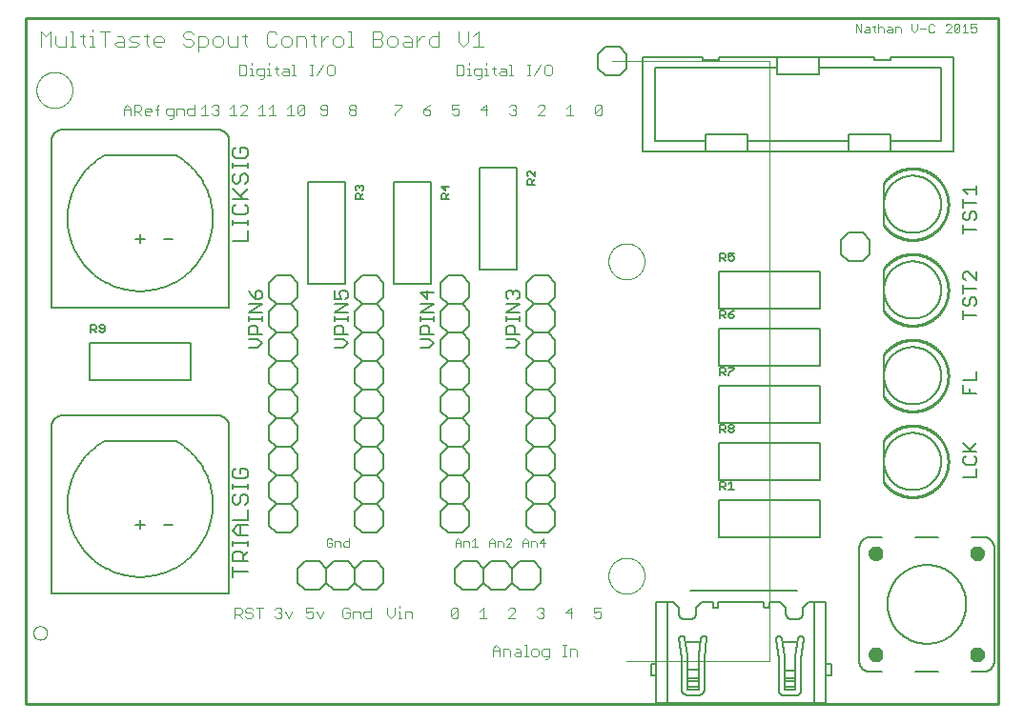
<source format=gto>
G75*
%MOIN*%
%OFA0B0*%
%FSLAX25Y25*%
%IPPOS*%
%LPD*%
%AMOC8*
5,1,8,0,0,1.08239X$1,22.5*
%
%ADD10C,0.00000*%
%ADD11C,0.00400*%
%ADD12C,0.00300*%
%ADD13C,0.01000*%
%ADD14C,0.00500*%
%ADD15C,0.00600*%
%ADD16C,0.00800*%
%ADD17C,0.02756*%
D10*
X0079638Y0026500D02*
X0079640Y0026597D01*
X0079646Y0026694D01*
X0079656Y0026790D01*
X0079670Y0026886D01*
X0079688Y0026982D01*
X0079709Y0027076D01*
X0079735Y0027170D01*
X0079764Y0027262D01*
X0079798Y0027353D01*
X0079834Y0027443D01*
X0079875Y0027531D01*
X0079919Y0027617D01*
X0079967Y0027702D01*
X0080018Y0027784D01*
X0080072Y0027865D01*
X0080130Y0027943D01*
X0080191Y0028018D01*
X0080254Y0028091D01*
X0080321Y0028162D01*
X0080391Y0028229D01*
X0080463Y0028294D01*
X0080538Y0028355D01*
X0080616Y0028414D01*
X0080695Y0028469D01*
X0080777Y0028521D01*
X0080861Y0028569D01*
X0080947Y0028614D01*
X0081035Y0028656D01*
X0081124Y0028694D01*
X0081215Y0028728D01*
X0081307Y0028758D01*
X0081400Y0028785D01*
X0081495Y0028807D01*
X0081590Y0028826D01*
X0081686Y0028841D01*
X0081782Y0028852D01*
X0081879Y0028859D01*
X0081976Y0028862D01*
X0082073Y0028861D01*
X0082170Y0028856D01*
X0082266Y0028847D01*
X0082362Y0028834D01*
X0082458Y0028817D01*
X0082553Y0028796D01*
X0082646Y0028772D01*
X0082739Y0028743D01*
X0082831Y0028711D01*
X0082921Y0028675D01*
X0083009Y0028636D01*
X0083096Y0028592D01*
X0083181Y0028546D01*
X0083264Y0028495D01*
X0083345Y0028442D01*
X0083423Y0028385D01*
X0083500Y0028325D01*
X0083573Y0028262D01*
X0083644Y0028196D01*
X0083712Y0028127D01*
X0083778Y0028055D01*
X0083840Y0027981D01*
X0083899Y0027904D01*
X0083955Y0027825D01*
X0084008Y0027743D01*
X0084058Y0027660D01*
X0084103Y0027574D01*
X0084146Y0027487D01*
X0084185Y0027398D01*
X0084220Y0027308D01*
X0084251Y0027216D01*
X0084278Y0027123D01*
X0084302Y0027029D01*
X0084322Y0026934D01*
X0084338Y0026838D01*
X0084350Y0026742D01*
X0084358Y0026645D01*
X0084362Y0026548D01*
X0084362Y0026452D01*
X0084358Y0026355D01*
X0084350Y0026258D01*
X0084338Y0026162D01*
X0084322Y0026066D01*
X0084302Y0025971D01*
X0084278Y0025877D01*
X0084251Y0025784D01*
X0084220Y0025692D01*
X0084185Y0025602D01*
X0084146Y0025513D01*
X0084103Y0025426D01*
X0084058Y0025340D01*
X0084008Y0025257D01*
X0083955Y0025175D01*
X0083899Y0025096D01*
X0083840Y0025019D01*
X0083778Y0024945D01*
X0083712Y0024873D01*
X0083644Y0024804D01*
X0083573Y0024738D01*
X0083500Y0024675D01*
X0083423Y0024615D01*
X0083345Y0024558D01*
X0083264Y0024505D01*
X0083181Y0024454D01*
X0083096Y0024408D01*
X0083009Y0024364D01*
X0082921Y0024325D01*
X0082831Y0024289D01*
X0082739Y0024257D01*
X0082646Y0024228D01*
X0082553Y0024204D01*
X0082458Y0024183D01*
X0082362Y0024166D01*
X0082266Y0024153D01*
X0082170Y0024144D01*
X0082073Y0024139D01*
X0081976Y0024138D01*
X0081879Y0024141D01*
X0081782Y0024148D01*
X0081686Y0024159D01*
X0081590Y0024174D01*
X0081495Y0024193D01*
X0081400Y0024215D01*
X0081307Y0024242D01*
X0081215Y0024272D01*
X0081124Y0024306D01*
X0081035Y0024344D01*
X0080947Y0024386D01*
X0080861Y0024431D01*
X0080777Y0024479D01*
X0080695Y0024531D01*
X0080616Y0024586D01*
X0080538Y0024645D01*
X0080463Y0024706D01*
X0080391Y0024771D01*
X0080321Y0024838D01*
X0080254Y0024909D01*
X0080191Y0024982D01*
X0080130Y0025057D01*
X0080072Y0025135D01*
X0080018Y0025216D01*
X0079967Y0025298D01*
X0079919Y0025383D01*
X0079875Y0025469D01*
X0079834Y0025557D01*
X0079798Y0025647D01*
X0079764Y0025738D01*
X0079735Y0025830D01*
X0079709Y0025924D01*
X0079688Y0026018D01*
X0079670Y0026114D01*
X0079656Y0026210D01*
X0079646Y0026306D01*
X0079640Y0026403D01*
X0079638Y0026500D01*
X0287000Y0016500D02*
X0337000Y0016500D01*
X0337000Y0226500D01*
X0282000Y0226500D01*
X0280701Y0156500D02*
X0280703Y0156658D01*
X0280709Y0156816D01*
X0280719Y0156974D01*
X0280733Y0157132D01*
X0280751Y0157289D01*
X0280772Y0157446D01*
X0280798Y0157602D01*
X0280828Y0157758D01*
X0280861Y0157913D01*
X0280899Y0158066D01*
X0280940Y0158219D01*
X0280985Y0158371D01*
X0281034Y0158522D01*
X0281087Y0158671D01*
X0281143Y0158819D01*
X0281203Y0158965D01*
X0281267Y0159110D01*
X0281335Y0159253D01*
X0281406Y0159395D01*
X0281480Y0159535D01*
X0281558Y0159672D01*
X0281640Y0159808D01*
X0281724Y0159942D01*
X0281813Y0160073D01*
X0281904Y0160202D01*
X0281999Y0160329D01*
X0282096Y0160454D01*
X0282197Y0160576D01*
X0282301Y0160695D01*
X0282408Y0160812D01*
X0282518Y0160926D01*
X0282631Y0161037D01*
X0282746Y0161146D01*
X0282864Y0161251D01*
X0282985Y0161353D01*
X0283108Y0161453D01*
X0283234Y0161549D01*
X0283362Y0161642D01*
X0283492Y0161732D01*
X0283625Y0161818D01*
X0283760Y0161902D01*
X0283896Y0161981D01*
X0284035Y0162058D01*
X0284176Y0162130D01*
X0284318Y0162200D01*
X0284462Y0162265D01*
X0284608Y0162327D01*
X0284755Y0162385D01*
X0284904Y0162440D01*
X0285054Y0162491D01*
X0285205Y0162538D01*
X0285357Y0162581D01*
X0285510Y0162620D01*
X0285665Y0162656D01*
X0285820Y0162687D01*
X0285976Y0162715D01*
X0286132Y0162739D01*
X0286289Y0162759D01*
X0286447Y0162775D01*
X0286604Y0162787D01*
X0286763Y0162795D01*
X0286921Y0162799D01*
X0287079Y0162799D01*
X0287237Y0162795D01*
X0287396Y0162787D01*
X0287553Y0162775D01*
X0287711Y0162759D01*
X0287868Y0162739D01*
X0288024Y0162715D01*
X0288180Y0162687D01*
X0288335Y0162656D01*
X0288490Y0162620D01*
X0288643Y0162581D01*
X0288795Y0162538D01*
X0288946Y0162491D01*
X0289096Y0162440D01*
X0289245Y0162385D01*
X0289392Y0162327D01*
X0289538Y0162265D01*
X0289682Y0162200D01*
X0289824Y0162130D01*
X0289965Y0162058D01*
X0290104Y0161981D01*
X0290240Y0161902D01*
X0290375Y0161818D01*
X0290508Y0161732D01*
X0290638Y0161642D01*
X0290766Y0161549D01*
X0290892Y0161453D01*
X0291015Y0161353D01*
X0291136Y0161251D01*
X0291254Y0161146D01*
X0291369Y0161037D01*
X0291482Y0160926D01*
X0291592Y0160812D01*
X0291699Y0160695D01*
X0291803Y0160576D01*
X0291904Y0160454D01*
X0292001Y0160329D01*
X0292096Y0160202D01*
X0292187Y0160073D01*
X0292276Y0159942D01*
X0292360Y0159808D01*
X0292442Y0159672D01*
X0292520Y0159535D01*
X0292594Y0159395D01*
X0292665Y0159253D01*
X0292733Y0159110D01*
X0292797Y0158965D01*
X0292857Y0158819D01*
X0292913Y0158671D01*
X0292966Y0158522D01*
X0293015Y0158371D01*
X0293060Y0158219D01*
X0293101Y0158066D01*
X0293139Y0157913D01*
X0293172Y0157758D01*
X0293202Y0157602D01*
X0293228Y0157446D01*
X0293249Y0157289D01*
X0293267Y0157132D01*
X0293281Y0156974D01*
X0293291Y0156816D01*
X0293297Y0156658D01*
X0293299Y0156500D01*
X0293297Y0156342D01*
X0293291Y0156184D01*
X0293281Y0156026D01*
X0293267Y0155868D01*
X0293249Y0155711D01*
X0293228Y0155554D01*
X0293202Y0155398D01*
X0293172Y0155242D01*
X0293139Y0155087D01*
X0293101Y0154934D01*
X0293060Y0154781D01*
X0293015Y0154629D01*
X0292966Y0154478D01*
X0292913Y0154329D01*
X0292857Y0154181D01*
X0292797Y0154035D01*
X0292733Y0153890D01*
X0292665Y0153747D01*
X0292594Y0153605D01*
X0292520Y0153465D01*
X0292442Y0153328D01*
X0292360Y0153192D01*
X0292276Y0153058D01*
X0292187Y0152927D01*
X0292096Y0152798D01*
X0292001Y0152671D01*
X0291904Y0152546D01*
X0291803Y0152424D01*
X0291699Y0152305D01*
X0291592Y0152188D01*
X0291482Y0152074D01*
X0291369Y0151963D01*
X0291254Y0151854D01*
X0291136Y0151749D01*
X0291015Y0151647D01*
X0290892Y0151547D01*
X0290766Y0151451D01*
X0290638Y0151358D01*
X0290508Y0151268D01*
X0290375Y0151182D01*
X0290240Y0151098D01*
X0290104Y0151019D01*
X0289965Y0150942D01*
X0289824Y0150870D01*
X0289682Y0150800D01*
X0289538Y0150735D01*
X0289392Y0150673D01*
X0289245Y0150615D01*
X0289096Y0150560D01*
X0288946Y0150509D01*
X0288795Y0150462D01*
X0288643Y0150419D01*
X0288490Y0150380D01*
X0288335Y0150344D01*
X0288180Y0150313D01*
X0288024Y0150285D01*
X0287868Y0150261D01*
X0287711Y0150241D01*
X0287553Y0150225D01*
X0287396Y0150213D01*
X0287237Y0150205D01*
X0287079Y0150201D01*
X0286921Y0150201D01*
X0286763Y0150205D01*
X0286604Y0150213D01*
X0286447Y0150225D01*
X0286289Y0150241D01*
X0286132Y0150261D01*
X0285976Y0150285D01*
X0285820Y0150313D01*
X0285665Y0150344D01*
X0285510Y0150380D01*
X0285357Y0150419D01*
X0285205Y0150462D01*
X0285054Y0150509D01*
X0284904Y0150560D01*
X0284755Y0150615D01*
X0284608Y0150673D01*
X0284462Y0150735D01*
X0284318Y0150800D01*
X0284176Y0150870D01*
X0284035Y0150942D01*
X0283896Y0151019D01*
X0283760Y0151098D01*
X0283625Y0151182D01*
X0283492Y0151268D01*
X0283362Y0151358D01*
X0283234Y0151451D01*
X0283108Y0151547D01*
X0282985Y0151647D01*
X0282864Y0151749D01*
X0282746Y0151854D01*
X0282631Y0151963D01*
X0282518Y0152074D01*
X0282408Y0152188D01*
X0282301Y0152305D01*
X0282197Y0152424D01*
X0282096Y0152546D01*
X0281999Y0152671D01*
X0281904Y0152798D01*
X0281813Y0152927D01*
X0281724Y0153058D01*
X0281640Y0153192D01*
X0281558Y0153328D01*
X0281480Y0153465D01*
X0281406Y0153605D01*
X0281335Y0153747D01*
X0281267Y0153890D01*
X0281203Y0154035D01*
X0281143Y0154181D01*
X0281087Y0154329D01*
X0281034Y0154478D01*
X0280985Y0154629D01*
X0280940Y0154781D01*
X0280899Y0154934D01*
X0280861Y0155087D01*
X0280828Y0155242D01*
X0280798Y0155398D01*
X0280772Y0155554D01*
X0280751Y0155711D01*
X0280733Y0155868D01*
X0280719Y0156026D01*
X0280709Y0156184D01*
X0280703Y0156342D01*
X0280701Y0156500D01*
X0280701Y0046500D02*
X0280703Y0046658D01*
X0280709Y0046816D01*
X0280719Y0046974D01*
X0280733Y0047132D01*
X0280751Y0047289D01*
X0280772Y0047446D01*
X0280798Y0047602D01*
X0280828Y0047758D01*
X0280861Y0047913D01*
X0280899Y0048066D01*
X0280940Y0048219D01*
X0280985Y0048371D01*
X0281034Y0048522D01*
X0281087Y0048671D01*
X0281143Y0048819D01*
X0281203Y0048965D01*
X0281267Y0049110D01*
X0281335Y0049253D01*
X0281406Y0049395D01*
X0281480Y0049535D01*
X0281558Y0049672D01*
X0281640Y0049808D01*
X0281724Y0049942D01*
X0281813Y0050073D01*
X0281904Y0050202D01*
X0281999Y0050329D01*
X0282096Y0050454D01*
X0282197Y0050576D01*
X0282301Y0050695D01*
X0282408Y0050812D01*
X0282518Y0050926D01*
X0282631Y0051037D01*
X0282746Y0051146D01*
X0282864Y0051251D01*
X0282985Y0051353D01*
X0283108Y0051453D01*
X0283234Y0051549D01*
X0283362Y0051642D01*
X0283492Y0051732D01*
X0283625Y0051818D01*
X0283760Y0051902D01*
X0283896Y0051981D01*
X0284035Y0052058D01*
X0284176Y0052130D01*
X0284318Y0052200D01*
X0284462Y0052265D01*
X0284608Y0052327D01*
X0284755Y0052385D01*
X0284904Y0052440D01*
X0285054Y0052491D01*
X0285205Y0052538D01*
X0285357Y0052581D01*
X0285510Y0052620D01*
X0285665Y0052656D01*
X0285820Y0052687D01*
X0285976Y0052715D01*
X0286132Y0052739D01*
X0286289Y0052759D01*
X0286447Y0052775D01*
X0286604Y0052787D01*
X0286763Y0052795D01*
X0286921Y0052799D01*
X0287079Y0052799D01*
X0287237Y0052795D01*
X0287396Y0052787D01*
X0287553Y0052775D01*
X0287711Y0052759D01*
X0287868Y0052739D01*
X0288024Y0052715D01*
X0288180Y0052687D01*
X0288335Y0052656D01*
X0288490Y0052620D01*
X0288643Y0052581D01*
X0288795Y0052538D01*
X0288946Y0052491D01*
X0289096Y0052440D01*
X0289245Y0052385D01*
X0289392Y0052327D01*
X0289538Y0052265D01*
X0289682Y0052200D01*
X0289824Y0052130D01*
X0289965Y0052058D01*
X0290104Y0051981D01*
X0290240Y0051902D01*
X0290375Y0051818D01*
X0290508Y0051732D01*
X0290638Y0051642D01*
X0290766Y0051549D01*
X0290892Y0051453D01*
X0291015Y0051353D01*
X0291136Y0051251D01*
X0291254Y0051146D01*
X0291369Y0051037D01*
X0291482Y0050926D01*
X0291592Y0050812D01*
X0291699Y0050695D01*
X0291803Y0050576D01*
X0291904Y0050454D01*
X0292001Y0050329D01*
X0292096Y0050202D01*
X0292187Y0050073D01*
X0292276Y0049942D01*
X0292360Y0049808D01*
X0292442Y0049672D01*
X0292520Y0049535D01*
X0292594Y0049395D01*
X0292665Y0049253D01*
X0292733Y0049110D01*
X0292797Y0048965D01*
X0292857Y0048819D01*
X0292913Y0048671D01*
X0292966Y0048522D01*
X0293015Y0048371D01*
X0293060Y0048219D01*
X0293101Y0048066D01*
X0293139Y0047913D01*
X0293172Y0047758D01*
X0293202Y0047602D01*
X0293228Y0047446D01*
X0293249Y0047289D01*
X0293267Y0047132D01*
X0293281Y0046974D01*
X0293291Y0046816D01*
X0293297Y0046658D01*
X0293299Y0046500D01*
X0293297Y0046342D01*
X0293291Y0046184D01*
X0293281Y0046026D01*
X0293267Y0045868D01*
X0293249Y0045711D01*
X0293228Y0045554D01*
X0293202Y0045398D01*
X0293172Y0045242D01*
X0293139Y0045087D01*
X0293101Y0044934D01*
X0293060Y0044781D01*
X0293015Y0044629D01*
X0292966Y0044478D01*
X0292913Y0044329D01*
X0292857Y0044181D01*
X0292797Y0044035D01*
X0292733Y0043890D01*
X0292665Y0043747D01*
X0292594Y0043605D01*
X0292520Y0043465D01*
X0292442Y0043328D01*
X0292360Y0043192D01*
X0292276Y0043058D01*
X0292187Y0042927D01*
X0292096Y0042798D01*
X0292001Y0042671D01*
X0291904Y0042546D01*
X0291803Y0042424D01*
X0291699Y0042305D01*
X0291592Y0042188D01*
X0291482Y0042074D01*
X0291369Y0041963D01*
X0291254Y0041854D01*
X0291136Y0041749D01*
X0291015Y0041647D01*
X0290892Y0041547D01*
X0290766Y0041451D01*
X0290638Y0041358D01*
X0290508Y0041268D01*
X0290375Y0041182D01*
X0290240Y0041098D01*
X0290104Y0041019D01*
X0289965Y0040942D01*
X0289824Y0040870D01*
X0289682Y0040800D01*
X0289538Y0040735D01*
X0289392Y0040673D01*
X0289245Y0040615D01*
X0289096Y0040560D01*
X0288946Y0040509D01*
X0288795Y0040462D01*
X0288643Y0040419D01*
X0288490Y0040380D01*
X0288335Y0040344D01*
X0288180Y0040313D01*
X0288024Y0040285D01*
X0287868Y0040261D01*
X0287711Y0040241D01*
X0287553Y0040225D01*
X0287396Y0040213D01*
X0287237Y0040205D01*
X0287079Y0040201D01*
X0286921Y0040201D01*
X0286763Y0040205D01*
X0286604Y0040213D01*
X0286447Y0040225D01*
X0286289Y0040241D01*
X0286132Y0040261D01*
X0285976Y0040285D01*
X0285820Y0040313D01*
X0285665Y0040344D01*
X0285510Y0040380D01*
X0285357Y0040419D01*
X0285205Y0040462D01*
X0285054Y0040509D01*
X0284904Y0040560D01*
X0284755Y0040615D01*
X0284608Y0040673D01*
X0284462Y0040735D01*
X0284318Y0040800D01*
X0284176Y0040870D01*
X0284035Y0040942D01*
X0283896Y0041019D01*
X0283760Y0041098D01*
X0283625Y0041182D01*
X0283492Y0041268D01*
X0283362Y0041358D01*
X0283234Y0041451D01*
X0283108Y0041547D01*
X0282985Y0041647D01*
X0282864Y0041749D01*
X0282746Y0041854D01*
X0282631Y0041963D01*
X0282518Y0042074D01*
X0282408Y0042188D01*
X0282301Y0042305D01*
X0282197Y0042424D01*
X0282096Y0042546D01*
X0281999Y0042671D01*
X0281904Y0042798D01*
X0281813Y0042927D01*
X0281724Y0043058D01*
X0281640Y0043192D01*
X0281558Y0043328D01*
X0281480Y0043465D01*
X0281406Y0043605D01*
X0281335Y0043747D01*
X0281267Y0043890D01*
X0281203Y0044035D01*
X0281143Y0044181D01*
X0281087Y0044329D01*
X0281034Y0044478D01*
X0280985Y0044629D01*
X0280940Y0044781D01*
X0280899Y0044934D01*
X0280861Y0045087D01*
X0280828Y0045242D01*
X0280798Y0045398D01*
X0280772Y0045554D01*
X0280751Y0045711D01*
X0280733Y0045868D01*
X0280719Y0046026D01*
X0280709Y0046184D01*
X0280703Y0046342D01*
X0280701Y0046500D01*
X0080701Y0216500D02*
X0080703Y0216658D01*
X0080709Y0216816D01*
X0080719Y0216974D01*
X0080733Y0217132D01*
X0080751Y0217289D01*
X0080772Y0217446D01*
X0080798Y0217602D01*
X0080828Y0217758D01*
X0080861Y0217913D01*
X0080899Y0218066D01*
X0080940Y0218219D01*
X0080985Y0218371D01*
X0081034Y0218522D01*
X0081087Y0218671D01*
X0081143Y0218819D01*
X0081203Y0218965D01*
X0081267Y0219110D01*
X0081335Y0219253D01*
X0081406Y0219395D01*
X0081480Y0219535D01*
X0081558Y0219672D01*
X0081640Y0219808D01*
X0081724Y0219942D01*
X0081813Y0220073D01*
X0081904Y0220202D01*
X0081999Y0220329D01*
X0082096Y0220454D01*
X0082197Y0220576D01*
X0082301Y0220695D01*
X0082408Y0220812D01*
X0082518Y0220926D01*
X0082631Y0221037D01*
X0082746Y0221146D01*
X0082864Y0221251D01*
X0082985Y0221353D01*
X0083108Y0221453D01*
X0083234Y0221549D01*
X0083362Y0221642D01*
X0083492Y0221732D01*
X0083625Y0221818D01*
X0083760Y0221902D01*
X0083896Y0221981D01*
X0084035Y0222058D01*
X0084176Y0222130D01*
X0084318Y0222200D01*
X0084462Y0222265D01*
X0084608Y0222327D01*
X0084755Y0222385D01*
X0084904Y0222440D01*
X0085054Y0222491D01*
X0085205Y0222538D01*
X0085357Y0222581D01*
X0085510Y0222620D01*
X0085665Y0222656D01*
X0085820Y0222687D01*
X0085976Y0222715D01*
X0086132Y0222739D01*
X0086289Y0222759D01*
X0086447Y0222775D01*
X0086604Y0222787D01*
X0086763Y0222795D01*
X0086921Y0222799D01*
X0087079Y0222799D01*
X0087237Y0222795D01*
X0087396Y0222787D01*
X0087553Y0222775D01*
X0087711Y0222759D01*
X0087868Y0222739D01*
X0088024Y0222715D01*
X0088180Y0222687D01*
X0088335Y0222656D01*
X0088490Y0222620D01*
X0088643Y0222581D01*
X0088795Y0222538D01*
X0088946Y0222491D01*
X0089096Y0222440D01*
X0089245Y0222385D01*
X0089392Y0222327D01*
X0089538Y0222265D01*
X0089682Y0222200D01*
X0089824Y0222130D01*
X0089965Y0222058D01*
X0090104Y0221981D01*
X0090240Y0221902D01*
X0090375Y0221818D01*
X0090508Y0221732D01*
X0090638Y0221642D01*
X0090766Y0221549D01*
X0090892Y0221453D01*
X0091015Y0221353D01*
X0091136Y0221251D01*
X0091254Y0221146D01*
X0091369Y0221037D01*
X0091482Y0220926D01*
X0091592Y0220812D01*
X0091699Y0220695D01*
X0091803Y0220576D01*
X0091904Y0220454D01*
X0092001Y0220329D01*
X0092096Y0220202D01*
X0092187Y0220073D01*
X0092276Y0219942D01*
X0092360Y0219808D01*
X0092442Y0219672D01*
X0092520Y0219535D01*
X0092594Y0219395D01*
X0092665Y0219253D01*
X0092733Y0219110D01*
X0092797Y0218965D01*
X0092857Y0218819D01*
X0092913Y0218671D01*
X0092966Y0218522D01*
X0093015Y0218371D01*
X0093060Y0218219D01*
X0093101Y0218066D01*
X0093139Y0217913D01*
X0093172Y0217758D01*
X0093202Y0217602D01*
X0093228Y0217446D01*
X0093249Y0217289D01*
X0093267Y0217132D01*
X0093281Y0216974D01*
X0093291Y0216816D01*
X0093297Y0216658D01*
X0093299Y0216500D01*
X0093297Y0216342D01*
X0093291Y0216184D01*
X0093281Y0216026D01*
X0093267Y0215868D01*
X0093249Y0215711D01*
X0093228Y0215554D01*
X0093202Y0215398D01*
X0093172Y0215242D01*
X0093139Y0215087D01*
X0093101Y0214934D01*
X0093060Y0214781D01*
X0093015Y0214629D01*
X0092966Y0214478D01*
X0092913Y0214329D01*
X0092857Y0214181D01*
X0092797Y0214035D01*
X0092733Y0213890D01*
X0092665Y0213747D01*
X0092594Y0213605D01*
X0092520Y0213465D01*
X0092442Y0213328D01*
X0092360Y0213192D01*
X0092276Y0213058D01*
X0092187Y0212927D01*
X0092096Y0212798D01*
X0092001Y0212671D01*
X0091904Y0212546D01*
X0091803Y0212424D01*
X0091699Y0212305D01*
X0091592Y0212188D01*
X0091482Y0212074D01*
X0091369Y0211963D01*
X0091254Y0211854D01*
X0091136Y0211749D01*
X0091015Y0211647D01*
X0090892Y0211547D01*
X0090766Y0211451D01*
X0090638Y0211358D01*
X0090508Y0211268D01*
X0090375Y0211182D01*
X0090240Y0211098D01*
X0090104Y0211019D01*
X0089965Y0210942D01*
X0089824Y0210870D01*
X0089682Y0210800D01*
X0089538Y0210735D01*
X0089392Y0210673D01*
X0089245Y0210615D01*
X0089096Y0210560D01*
X0088946Y0210509D01*
X0088795Y0210462D01*
X0088643Y0210419D01*
X0088490Y0210380D01*
X0088335Y0210344D01*
X0088180Y0210313D01*
X0088024Y0210285D01*
X0087868Y0210261D01*
X0087711Y0210241D01*
X0087553Y0210225D01*
X0087396Y0210213D01*
X0087237Y0210205D01*
X0087079Y0210201D01*
X0086921Y0210201D01*
X0086763Y0210205D01*
X0086604Y0210213D01*
X0086447Y0210225D01*
X0086289Y0210241D01*
X0086132Y0210261D01*
X0085976Y0210285D01*
X0085820Y0210313D01*
X0085665Y0210344D01*
X0085510Y0210380D01*
X0085357Y0210419D01*
X0085205Y0210462D01*
X0085054Y0210509D01*
X0084904Y0210560D01*
X0084755Y0210615D01*
X0084608Y0210673D01*
X0084462Y0210735D01*
X0084318Y0210800D01*
X0084176Y0210870D01*
X0084035Y0210942D01*
X0083896Y0211019D01*
X0083760Y0211098D01*
X0083625Y0211182D01*
X0083492Y0211268D01*
X0083362Y0211358D01*
X0083234Y0211451D01*
X0083108Y0211547D01*
X0082985Y0211647D01*
X0082864Y0211749D01*
X0082746Y0211854D01*
X0082631Y0211963D01*
X0082518Y0212074D01*
X0082408Y0212188D01*
X0082301Y0212305D01*
X0082197Y0212424D01*
X0082096Y0212546D01*
X0081999Y0212671D01*
X0081904Y0212798D01*
X0081813Y0212927D01*
X0081724Y0213058D01*
X0081640Y0213192D01*
X0081558Y0213328D01*
X0081480Y0213465D01*
X0081406Y0213605D01*
X0081335Y0213747D01*
X0081267Y0213890D01*
X0081203Y0214035D01*
X0081143Y0214181D01*
X0081087Y0214329D01*
X0081034Y0214478D01*
X0080985Y0214629D01*
X0080940Y0214781D01*
X0080899Y0214934D01*
X0080861Y0215087D01*
X0080828Y0215242D01*
X0080798Y0215398D01*
X0080772Y0215554D01*
X0080751Y0215711D01*
X0080733Y0215868D01*
X0080719Y0216026D01*
X0080709Y0216184D01*
X0080703Y0216342D01*
X0080701Y0216500D01*
D11*
X0082200Y0231700D02*
X0082200Y0236904D01*
X0083935Y0235170D01*
X0085670Y0236904D01*
X0085670Y0231700D01*
X0087356Y0232567D02*
X0088224Y0231700D01*
X0090826Y0231700D01*
X0090826Y0235170D01*
X0092513Y0236904D02*
X0093380Y0236904D01*
X0093380Y0231700D01*
X0092513Y0231700D02*
X0094248Y0231700D01*
X0096818Y0232567D02*
X0097685Y0231700D01*
X0096818Y0232567D02*
X0096818Y0236037D01*
X0095950Y0235170D02*
X0097685Y0235170D01*
X0099388Y0235170D02*
X0100255Y0235170D01*
X0100255Y0231700D01*
X0099388Y0231700D02*
X0101123Y0231700D01*
X0104560Y0231700D02*
X0104560Y0236904D01*
X0102826Y0236904D02*
X0106295Y0236904D01*
X0108849Y0235170D02*
X0110584Y0235170D01*
X0111452Y0234302D01*
X0111452Y0231700D01*
X0108849Y0231700D01*
X0107982Y0232567D01*
X0108849Y0233435D01*
X0111452Y0233435D01*
X0113138Y0234302D02*
X0114006Y0235170D01*
X0116608Y0235170D01*
X0118295Y0235170D02*
X0120030Y0235170D01*
X0119162Y0236037D02*
X0119162Y0232567D01*
X0120030Y0231700D01*
X0121732Y0232567D02*
X0121732Y0234302D01*
X0122600Y0235170D01*
X0124335Y0235170D01*
X0125202Y0234302D01*
X0125202Y0233435D01*
X0121732Y0233435D01*
X0121732Y0232567D02*
X0122600Y0231700D01*
X0124335Y0231700D01*
X0132045Y0232567D02*
X0132913Y0231700D01*
X0134647Y0231700D01*
X0135515Y0232567D01*
X0135515Y0233435D01*
X0134647Y0234302D01*
X0132913Y0234302D01*
X0132045Y0235170D01*
X0132045Y0236037D01*
X0132913Y0236904D01*
X0134647Y0236904D01*
X0135515Y0236037D01*
X0137202Y0235170D02*
X0139804Y0235170D01*
X0140671Y0234302D01*
X0140671Y0232567D01*
X0139804Y0231700D01*
X0137202Y0231700D01*
X0137202Y0229965D02*
X0137202Y0235170D01*
X0142358Y0234302D02*
X0142358Y0232567D01*
X0143225Y0231700D01*
X0144960Y0231700D01*
X0145828Y0232567D01*
X0145828Y0234302D01*
X0144960Y0235170D01*
X0143225Y0235170D01*
X0142358Y0234302D01*
X0147514Y0235170D02*
X0147514Y0232567D01*
X0148382Y0231700D01*
X0150984Y0231700D01*
X0150984Y0235170D01*
X0152671Y0235170D02*
X0154406Y0235170D01*
X0153538Y0236037D02*
X0153538Y0232567D01*
X0154406Y0231700D01*
X0161265Y0232567D02*
X0161265Y0236037D01*
X0162132Y0236904D01*
X0163867Y0236904D01*
X0164734Y0236037D01*
X0166421Y0234302D02*
X0166421Y0232567D01*
X0167289Y0231700D01*
X0169023Y0231700D01*
X0169891Y0232567D01*
X0169891Y0234302D01*
X0169023Y0235170D01*
X0167289Y0235170D01*
X0166421Y0234302D01*
X0164734Y0232567D02*
X0163867Y0231700D01*
X0162132Y0231700D01*
X0161265Y0232567D01*
X0171578Y0231700D02*
X0171578Y0235170D01*
X0174180Y0235170D01*
X0175047Y0234302D01*
X0175047Y0231700D01*
X0177601Y0232567D02*
X0178469Y0231700D01*
X0177601Y0232567D02*
X0177601Y0236037D01*
X0176734Y0235170D02*
X0178469Y0235170D01*
X0180172Y0235170D02*
X0180172Y0231700D01*
X0180172Y0233435D02*
X0181906Y0235170D01*
X0182774Y0235170D01*
X0184469Y0234302D02*
X0184469Y0232567D01*
X0185336Y0231700D01*
X0187071Y0231700D01*
X0187938Y0232567D01*
X0187938Y0234302D01*
X0187071Y0235170D01*
X0185336Y0235170D01*
X0184469Y0234302D01*
X0189625Y0231700D02*
X0191360Y0231700D01*
X0190492Y0231700D02*
X0190492Y0236904D01*
X0189625Y0236904D01*
X0198219Y0236904D02*
X0198219Y0231700D01*
X0200821Y0231700D01*
X0201689Y0232567D01*
X0201689Y0233435D01*
X0200821Y0234302D01*
X0198219Y0234302D01*
X0200821Y0234302D02*
X0201689Y0235170D01*
X0201689Y0236037D01*
X0200821Y0236904D01*
X0198219Y0236904D01*
X0203375Y0234302D02*
X0203375Y0232567D01*
X0204243Y0231700D01*
X0205978Y0231700D01*
X0206845Y0232567D01*
X0206845Y0234302D01*
X0205978Y0235170D01*
X0204243Y0235170D01*
X0203375Y0234302D01*
X0208532Y0232567D02*
X0209399Y0233435D01*
X0212001Y0233435D01*
X0212001Y0234302D02*
X0212001Y0231700D01*
X0209399Y0231700D01*
X0208532Y0232567D01*
X0209399Y0235170D02*
X0211134Y0235170D01*
X0212001Y0234302D01*
X0213688Y0233435D02*
X0215423Y0235170D01*
X0216290Y0235170D01*
X0217985Y0234302D02*
X0217985Y0232567D01*
X0218853Y0231700D01*
X0221455Y0231700D01*
X0221455Y0236904D01*
X0221455Y0235170D02*
X0218853Y0235170D01*
X0217985Y0234302D01*
X0213688Y0235170D02*
X0213688Y0231700D01*
X0228298Y0233435D02*
X0230033Y0231700D01*
X0231768Y0233435D01*
X0231768Y0236904D01*
X0233454Y0235170D02*
X0235189Y0236904D01*
X0235189Y0231700D01*
X0233454Y0231700D02*
X0236924Y0231700D01*
X0228298Y0233435D02*
X0228298Y0236904D01*
X0116608Y0232567D02*
X0115741Y0233435D01*
X0114006Y0233435D01*
X0113138Y0234302D01*
X0113138Y0231700D02*
X0115741Y0231700D01*
X0116608Y0232567D01*
X0100255Y0236904D02*
X0100255Y0237772D01*
X0087356Y0235170D02*
X0087356Y0232567D01*
D12*
X0111145Y0210119D02*
X0112380Y0211353D01*
X0113614Y0210119D01*
X0113614Y0207650D01*
X0114828Y0207650D02*
X0114828Y0211353D01*
X0116680Y0211353D01*
X0117297Y0210736D01*
X0117297Y0209502D01*
X0116680Y0208884D01*
X0114828Y0208884D01*
X0116063Y0208884D02*
X0117297Y0207650D01*
X0118511Y0208267D02*
X0118511Y0209502D01*
X0119129Y0210119D01*
X0120363Y0210119D01*
X0120980Y0209502D01*
X0120980Y0208884D01*
X0118511Y0208884D01*
X0118511Y0208267D02*
X0119129Y0207650D01*
X0120363Y0207650D01*
X0122812Y0207650D02*
X0122812Y0210736D01*
X0123429Y0211353D01*
X0123429Y0209502D02*
X0122195Y0209502D01*
X0126101Y0209502D02*
X0126101Y0208267D01*
X0126718Y0207650D01*
X0128569Y0207650D01*
X0128569Y0207033D02*
X0128569Y0210119D01*
X0126718Y0210119D01*
X0126101Y0209502D01*
X0128569Y0207033D02*
X0127952Y0206416D01*
X0127335Y0206416D01*
X0129784Y0207650D02*
X0129784Y0210119D01*
X0131635Y0210119D01*
X0132252Y0209502D01*
X0132252Y0207650D01*
X0133467Y0208267D02*
X0133467Y0209502D01*
X0134084Y0210119D01*
X0135936Y0210119D01*
X0135936Y0211353D02*
X0135936Y0207650D01*
X0134084Y0207650D01*
X0133467Y0208267D01*
X0138284Y0207650D02*
X0140752Y0207650D01*
X0139518Y0207650D02*
X0139518Y0211353D01*
X0138284Y0210119D01*
X0141967Y0210736D02*
X0142584Y0211353D01*
X0143818Y0211353D01*
X0144436Y0210736D01*
X0144436Y0210119D01*
X0143818Y0209502D01*
X0144436Y0208884D01*
X0144436Y0208267D01*
X0143818Y0207650D01*
X0142584Y0207650D01*
X0141967Y0208267D01*
X0143201Y0209502D02*
X0143818Y0209502D01*
X0148284Y0210119D02*
X0149518Y0211353D01*
X0149518Y0207650D01*
X0148284Y0207650D02*
X0150752Y0207650D01*
X0151967Y0207650D02*
X0154436Y0210119D01*
X0154436Y0210736D01*
X0153818Y0211353D01*
X0152584Y0211353D01*
X0151967Y0210736D01*
X0151967Y0207650D02*
X0154436Y0207650D01*
X0158284Y0207650D02*
X0160752Y0207650D01*
X0161967Y0207650D02*
X0164436Y0207650D01*
X0163201Y0207650D02*
X0163201Y0211353D01*
X0161967Y0210119D01*
X0159518Y0211353D02*
X0159518Y0207650D01*
X0158284Y0210119D02*
X0159518Y0211353D01*
X0168284Y0210119D02*
X0169518Y0211353D01*
X0169518Y0207650D01*
X0168284Y0207650D02*
X0170752Y0207650D01*
X0171967Y0208267D02*
X0174436Y0210736D01*
X0174436Y0208267D01*
X0173818Y0207650D01*
X0172584Y0207650D01*
X0171967Y0208267D01*
X0171967Y0210736D01*
X0172584Y0211353D01*
X0173818Y0211353D01*
X0174436Y0210736D01*
X0179967Y0210736D02*
X0179967Y0210119D01*
X0180584Y0209502D01*
X0182436Y0209502D01*
X0182436Y0210736D02*
X0181818Y0211353D01*
X0180584Y0211353D01*
X0179967Y0210736D01*
X0182436Y0210736D02*
X0182436Y0208267D01*
X0181818Y0207650D01*
X0180584Y0207650D01*
X0179967Y0208267D01*
X0189967Y0208267D02*
X0189967Y0208884D01*
X0190584Y0209502D01*
X0191818Y0209502D01*
X0192436Y0208884D01*
X0192436Y0208267D01*
X0191818Y0207650D01*
X0190584Y0207650D01*
X0189967Y0208267D01*
X0190584Y0209502D02*
X0189967Y0210119D01*
X0189967Y0210736D01*
X0190584Y0211353D01*
X0191818Y0211353D01*
X0192436Y0210736D01*
X0192436Y0210119D01*
X0191818Y0209502D01*
X0205967Y0208267D02*
X0205967Y0207650D01*
X0205967Y0208267D02*
X0208436Y0210736D01*
X0208436Y0211353D01*
X0205967Y0211353D01*
X0215967Y0209502D02*
X0215967Y0208267D01*
X0216584Y0207650D01*
X0217818Y0207650D01*
X0218436Y0208267D01*
X0218436Y0208884D01*
X0217818Y0209502D01*
X0215967Y0209502D01*
X0217201Y0210736D01*
X0218436Y0211353D01*
X0225967Y0211353D02*
X0225967Y0209502D01*
X0227201Y0210119D01*
X0227818Y0210119D01*
X0228436Y0209502D01*
X0228436Y0208267D01*
X0227818Y0207650D01*
X0226584Y0207650D01*
X0225967Y0208267D01*
X0225967Y0211353D02*
X0228436Y0211353D01*
X0235967Y0209502D02*
X0238436Y0209502D01*
X0237818Y0211353D02*
X0235967Y0209502D01*
X0237818Y0211353D02*
X0237818Y0207650D01*
X0245967Y0208267D02*
X0246584Y0207650D01*
X0247818Y0207650D01*
X0248436Y0208267D01*
X0248436Y0208884D01*
X0247818Y0209502D01*
X0247201Y0209502D01*
X0247818Y0209502D02*
X0248436Y0210119D01*
X0248436Y0210736D01*
X0247818Y0211353D01*
X0246584Y0211353D01*
X0245967Y0210736D01*
X0255967Y0210736D02*
X0256584Y0211353D01*
X0257818Y0211353D01*
X0258436Y0210736D01*
X0258436Y0210119D01*
X0255967Y0207650D01*
X0258436Y0207650D01*
X0265967Y0207650D02*
X0268436Y0207650D01*
X0267201Y0207650D02*
X0267201Y0211353D01*
X0265967Y0210119D01*
X0275967Y0210736D02*
X0275967Y0208267D01*
X0278436Y0210736D01*
X0278436Y0208267D01*
X0277818Y0207650D01*
X0276584Y0207650D01*
X0275967Y0208267D01*
X0275967Y0210736D02*
X0276584Y0211353D01*
X0277818Y0211353D01*
X0278436Y0210736D01*
X0260812Y0222267D02*
X0260812Y0224736D01*
X0260194Y0225353D01*
X0258960Y0225353D01*
X0258343Y0224736D01*
X0258343Y0222267D01*
X0258960Y0221650D01*
X0260194Y0221650D01*
X0260812Y0222267D01*
X0257128Y0225353D02*
X0254660Y0221650D01*
X0253439Y0221650D02*
X0252204Y0221650D01*
X0252821Y0221650D02*
X0252821Y0225353D01*
X0252204Y0225353D02*
X0253439Y0225353D01*
X0247300Y0221650D02*
X0246066Y0221650D01*
X0246683Y0221650D02*
X0246683Y0225353D01*
X0246066Y0225353D01*
X0244234Y0224119D02*
X0244851Y0223502D01*
X0244851Y0221650D01*
X0243000Y0221650D01*
X0242383Y0222267D01*
X0243000Y0222884D01*
X0244851Y0222884D01*
X0244234Y0224119D02*
X0243000Y0224119D01*
X0241162Y0224119D02*
X0239927Y0224119D01*
X0240544Y0224736D02*
X0240544Y0222267D01*
X0241162Y0221650D01*
X0238706Y0221650D02*
X0237472Y0221650D01*
X0238089Y0221650D02*
X0238089Y0224119D01*
X0237472Y0224119D01*
X0236257Y0224119D02*
X0234406Y0224119D01*
X0233789Y0223502D01*
X0233789Y0222267D01*
X0234406Y0221650D01*
X0236257Y0221650D01*
X0236257Y0221033D02*
X0236257Y0224119D01*
X0238089Y0225353D02*
X0238089Y0225970D01*
X0231950Y0225970D02*
X0231950Y0225353D01*
X0231950Y0224119D02*
X0231950Y0221650D01*
X0231333Y0221650D02*
X0232568Y0221650D01*
X0230119Y0222267D02*
X0230119Y0224736D01*
X0229502Y0225353D01*
X0227650Y0225353D01*
X0227650Y0221650D01*
X0229502Y0221650D01*
X0230119Y0222267D01*
X0231333Y0224119D02*
X0231950Y0224119D01*
X0235023Y0220416D02*
X0235640Y0220416D01*
X0236257Y0221033D01*
X0184812Y0222267D02*
X0184812Y0224736D01*
X0184194Y0225353D01*
X0182960Y0225353D01*
X0182343Y0224736D01*
X0182343Y0222267D01*
X0182960Y0221650D01*
X0184194Y0221650D01*
X0184812Y0222267D01*
X0181128Y0225353D02*
X0178660Y0221650D01*
X0177439Y0221650D02*
X0176204Y0221650D01*
X0176821Y0221650D02*
X0176821Y0225353D01*
X0176204Y0225353D02*
X0177439Y0225353D01*
X0170683Y0225353D02*
X0170683Y0221650D01*
X0170066Y0221650D02*
X0171300Y0221650D01*
X0168851Y0221650D02*
X0167000Y0221650D01*
X0166383Y0222267D01*
X0167000Y0222884D01*
X0168851Y0222884D01*
X0168851Y0223502D02*
X0168851Y0221650D01*
X0168851Y0223502D02*
X0168234Y0224119D01*
X0167000Y0224119D01*
X0165162Y0224119D02*
X0163927Y0224119D01*
X0164544Y0224736D02*
X0164544Y0222267D01*
X0165162Y0221650D01*
X0162706Y0221650D02*
X0161472Y0221650D01*
X0162089Y0221650D02*
X0162089Y0224119D01*
X0161472Y0224119D01*
X0160257Y0224119D02*
X0158406Y0224119D01*
X0157789Y0223502D01*
X0157789Y0222267D01*
X0158406Y0221650D01*
X0160257Y0221650D01*
X0160257Y0221033D02*
X0160257Y0224119D01*
X0162089Y0225353D02*
X0162089Y0225970D01*
X0155950Y0225970D02*
X0155950Y0225353D01*
X0155950Y0224119D02*
X0155950Y0221650D01*
X0155333Y0221650D02*
X0156568Y0221650D01*
X0154119Y0222267D02*
X0154119Y0224736D01*
X0153502Y0225353D01*
X0151650Y0225353D01*
X0151650Y0221650D01*
X0153502Y0221650D01*
X0154119Y0222267D01*
X0155333Y0224119D02*
X0155950Y0224119D01*
X0159023Y0220416D02*
X0159640Y0220416D01*
X0160257Y0221033D01*
X0170066Y0225353D02*
X0170683Y0225353D01*
X0113614Y0209502D02*
X0111145Y0209502D01*
X0111145Y0210119D02*
X0111145Y0207650D01*
X0182634Y0059552D02*
X0182150Y0059069D01*
X0182150Y0057134D01*
X0182634Y0056650D01*
X0183601Y0056650D01*
X0184085Y0057134D01*
X0184085Y0058101D01*
X0183117Y0058101D01*
X0184085Y0059069D02*
X0183601Y0059552D01*
X0182634Y0059552D01*
X0185097Y0058585D02*
X0185097Y0056650D01*
X0187031Y0056650D02*
X0187031Y0058101D01*
X0186548Y0058585D01*
X0185097Y0058585D01*
X0188043Y0058101D02*
X0188527Y0058585D01*
X0189978Y0058585D01*
X0189978Y0059552D02*
X0189978Y0056650D01*
X0188527Y0056650D01*
X0188043Y0057134D01*
X0188043Y0058101D01*
X0188307Y0035353D02*
X0187690Y0034736D01*
X0187690Y0032267D01*
X0188307Y0031650D01*
X0189541Y0031650D01*
X0190159Y0032267D01*
X0190159Y0033502D01*
X0188924Y0033502D01*
X0190159Y0034736D02*
X0189541Y0035353D01*
X0188307Y0035353D01*
X0191373Y0034119D02*
X0191373Y0031650D01*
X0193842Y0031650D02*
X0193842Y0033502D01*
X0193224Y0034119D01*
X0191373Y0034119D01*
X0195056Y0033502D02*
X0195673Y0034119D01*
X0197525Y0034119D01*
X0197525Y0035353D02*
X0197525Y0031650D01*
X0195673Y0031650D01*
X0195056Y0032267D01*
X0195056Y0033502D01*
X0203470Y0032884D02*
X0204704Y0031650D01*
X0205939Y0032884D01*
X0205939Y0035353D01*
X0207153Y0034119D02*
X0207770Y0034119D01*
X0207770Y0031650D01*
X0207153Y0031650D02*
X0208388Y0031650D01*
X0209609Y0031650D02*
X0209609Y0034119D01*
X0211460Y0034119D01*
X0212077Y0033502D01*
X0212077Y0031650D01*
X0207770Y0035353D02*
X0207770Y0035970D01*
X0203470Y0035353D02*
X0203470Y0032884D01*
X0225650Y0032267D02*
X0228119Y0034736D01*
X0228119Y0032267D01*
X0227502Y0031650D01*
X0226267Y0031650D01*
X0225650Y0032267D01*
X0225650Y0034736D01*
X0226267Y0035353D01*
X0227502Y0035353D01*
X0228119Y0034736D01*
X0235650Y0034119D02*
X0236884Y0035353D01*
X0236884Y0031650D01*
X0235650Y0031650D02*
X0238119Y0031650D01*
X0245650Y0031650D02*
X0248119Y0034119D01*
X0248119Y0034736D01*
X0247502Y0035353D01*
X0246267Y0035353D01*
X0245650Y0034736D01*
X0245650Y0031650D02*
X0248119Y0031650D01*
X0255650Y0032267D02*
X0256267Y0031650D01*
X0257502Y0031650D01*
X0258119Y0032267D01*
X0258119Y0032884D01*
X0257502Y0033502D01*
X0256884Y0033502D01*
X0257502Y0033502D02*
X0258119Y0034119D01*
X0258119Y0034736D01*
X0257502Y0035353D01*
X0256267Y0035353D01*
X0255650Y0034736D01*
X0265650Y0033502D02*
X0268119Y0033502D01*
X0267502Y0035353D02*
X0265650Y0033502D01*
X0267502Y0035353D02*
X0267502Y0031650D01*
X0275650Y0032267D02*
X0276267Y0031650D01*
X0277502Y0031650D01*
X0278119Y0032267D01*
X0278119Y0033502D01*
X0277502Y0034119D01*
X0276884Y0034119D01*
X0275650Y0033502D01*
X0275650Y0035353D01*
X0278119Y0035353D01*
X0265978Y0022173D02*
X0264744Y0022173D01*
X0265361Y0022173D02*
X0265361Y0018470D01*
X0264744Y0018470D02*
X0265978Y0018470D01*
X0267199Y0018470D02*
X0267199Y0020939D01*
X0269051Y0020939D01*
X0269668Y0020322D01*
X0269668Y0018470D01*
X0259847Y0018470D02*
X0257995Y0018470D01*
X0257378Y0019087D01*
X0257378Y0020322D01*
X0257995Y0020939D01*
X0259847Y0020939D01*
X0259847Y0017853D01*
X0259229Y0017236D01*
X0258612Y0017236D01*
X0256163Y0019087D02*
X0256163Y0020322D01*
X0255546Y0020939D01*
X0254312Y0020939D01*
X0253695Y0020322D01*
X0253695Y0019087D01*
X0254312Y0018470D01*
X0255546Y0018470D01*
X0256163Y0019087D01*
X0252474Y0018470D02*
X0251239Y0018470D01*
X0251856Y0018470D02*
X0251856Y0022173D01*
X0251239Y0022173D01*
X0249408Y0020939D02*
X0250025Y0020322D01*
X0250025Y0018470D01*
X0248173Y0018470D01*
X0247556Y0019087D01*
X0248173Y0019704D01*
X0250025Y0019704D01*
X0249408Y0020939D02*
X0248173Y0020939D01*
X0246342Y0020322D02*
X0246342Y0018470D01*
X0246342Y0020322D02*
X0245724Y0020939D01*
X0243873Y0020939D01*
X0243873Y0018470D01*
X0242659Y0018470D02*
X0242659Y0020939D01*
X0241424Y0022173D01*
X0240190Y0020939D01*
X0240190Y0018470D01*
X0240190Y0020322D02*
X0242659Y0020322D01*
X0181122Y0034119D02*
X0179888Y0031650D01*
X0178653Y0034119D01*
X0177439Y0033502D02*
X0176822Y0034119D01*
X0176204Y0034119D01*
X0174970Y0033502D01*
X0174970Y0035353D01*
X0177439Y0035353D01*
X0177439Y0033502D02*
X0177439Y0032267D01*
X0176822Y0031650D01*
X0175587Y0031650D01*
X0174970Y0032267D01*
X0170122Y0034119D02*
X0168888Y0031650D01*
X0167653Y0034119D01*
X0166439Y0034119D02*
X0165822Y0033502D01*
X0166439Y0032884D01*
X0166439Y0032267D01*
X0165822Y0031650D01*
X0164587Y0031650D01*
X0163970Y0032267D01*
X0165204Y0033502D02*
X0165822Y0033502D01*
X0166439Y0034119D02*
X0166439Y0034736D01*
X0165822Y0035353D01*
X0164587Y0035353D01*
X0163970Y0034736D01*
X0159945Y0035353D02*
X0157477Y0035353D01*
X0158711Y0035353D02*
X0158711Y0031650D01*
X0156262Y0032267D02*
X0155645Y0031650D01*
X0154411Y0031650D01*
X0153793Y0032267D01*
X0152579Y0031650D02*
X0151345Y0032884D01*
X0151962Y0032884D02*
X0150110Y0032884D01*
X0150110Y0031650D02*
X0150110Y0035353D01*
X0151962Y0035353D01*
X0152579Y0034736D01*
X0152579Y0033502D01*
X0151962Y0032884D01*
X0153793Y0034119D02*
X0154411Y0033502D01*
X0155645Y0033502D01*
X0156262Y0032884D01*
X0156262Y0032267D01*
X0156262Y0034736D02*
X0155645Y0035353D01*
X0154411Y0035353D01*
X0153793Y0034736D01*
X0153793Y0034119D01*
X0227150Y0056650D02*
X0227150Y0058585D01*
X0228117Y0059552D01*
X0229085Y0058585D01*
X0229085Y0056650D01*
X0230097Y0056650D02*
X0230097Y0058585D01*
X0231548Y0058585D01*
X0232031Y0058101D01*
X0232031Y0056650D01*
X0233043Y0056650D02*
X0234978Y0056650D01*
X0234011Y0056650D02*
X0234011Y0059552D01*
X0233043Y0058585D01*
X0229085Y0058101D02*
X0227150Y0058101D01*
X0238936Y0058101D02*
X0240871Y0058101D01*
X0240871Y0058585D02*
X0240871Y0056650D01*
X0241883Y0056650D02*
X0241883Y0058585D01*
X0243334Y0058585D01*
X0243818Y0058101D01*
X0243818Y0056650D01*
X0244829Y0056650D02*
X0246764Y0058585D01*
X0246764Y0059069D01*
X0246280Y0059552D01*
X0245313Y0059552D01*
X0244829Y0059069D01*
X0244829Y0056650D02*
X0246764Y0056650D01*
X0250722Y0056650D02*
X0250722Y0058585D01*
X0251690Y0059552D01*
X0252657Y0058585D01*
X0252657Y0056650D01*
X0253669Y0056650D02*
X0253669Y0058585D01*
X0255120Y0058585D01*
X0255604Y0058101D01*
X0255604Y0056650D01*
X0256615Y0058101D02*
X0258550Y0058101D01*
X0258066Y0056650D02*
X0258066Y0059552D01*
X0256615Y0058101D01*
X0252657Y0058101D02*
X0250722Y0058101D01*
X0240871Y0058585D02*
X0239904Y0059552D01*
X0238936Y0058585D01*
X0238936Y0056650D01*
X0367150Y0236650D02*
X0367150Y0239552D01*
X0369085Y0236650D01*
X0369085Y0239552D01*
X0370580Y0238585D02*
X0371548Y0238585D01*
X0372031Y0238101D01*
X0372031Y0236650D01*
X0370580Y0236650D01*
X0370097Y0237134D01*
X0370580Y0237617D01*
X0372031Y0237617D01*
X0373043Y0238585D02*
X0374011Y0238585D01*
X0373527Y0239069D02*
X0373527Y0237134D01*
X0374011Y0236650D01*
X0375007Y0236650D02*
X0375007Y0239552D01*
X0375491Y0238585D02*
X0376459Y0238585D01*
X0376942Y0238101D01*
X0376942Y0236650D01*
X0377954Y0237134D02*
X0378438Y0237617D01*
X0379889Y0237617D01*
X0379889Y0238101D02*
X0379889Y0236650D01*
X0378438Y0236650D01*
X0377954Y0237134D01*
X0378438Y0238585D02*
X0379405Y0238585D01*
X0379889Y0238101D01*
X0380900Y0238585D02*
X0382352Y0238585D01*
X0382835Y0238101D01*
X0382835Y0236650D01*
X0380900Y0236650D02*
X0380900Y0238585D01*
X0386793Y0239552D02*
X0386793Y0237617D01*
X0387761Y0236650D01*
X0388728Y0237617D01*
X0388728Y0239552D01*
X0389740Y0238101D02*
X0391675Y0238101D01*
X0392686Y0237134D02*
X0393170Y0236650D01*
X0394138Y0236650D01*
X0394621Y0237134D01*
X0392686Y0237134D02*
X0392686Y0239069D01*
X0393170Y0239552D01*
X0394138Y0239552D01*
X0394621Y0239069D01*
X0398580Y0239069D02*
X0399063Y0239552D01*
X0400031Y0239552D01*
X0400515Y0239069D01*
X0400515Y0238585D01*
X0398580Y0236650D01*
X0400515Y0236650D01*
X0401526Y0237134D02*
X0403461Y0239069D01*
X0403461Y0237134D01*
X0402977Y0236650D01*
X0402010Y0236650D01*
X0401526Y0237134D01*
X0401526Y0239069D01*
X0402010Y0239552D01*
X0402977Y0239552D01*
X0403461Y0239069D01*
X0404473Y0238585D02*
X0405440Y0239552D01*
X0405440Y0236650D01*
X0404473Y0236650D02*
X0406408Y0236650D01*
X0407419Y0237134D02*
X0407903Y0236650D01*
X0408870Y0236650D01*
X0409354Y0237134D01*
X0409354Y0238101D01*
X0408870Y0238585D01*
X0408387Y0238585D01*
X0407419Y0238101D01*
X0407419Y0239552D01*
X0409354Y0239552D01*
X0375491Y0238585D02*
X0375007Y0238101D01*
D13*
X0417000Y0001500D02*
X0077000Y0001500D01*
X0077000Y0241500D01*
X0417000Y0241500D01*
X0417000Y0001500D01*
X0377000Y0079000D02*
X0377187Y0078757D01*
X0377379Y0078519D01*
X0377578Y0078286D01*
X0377782Y0078058D01*
X0377991Y0077835D01*
X0378206Y0077617D01*
X0378426Y0077404D01*
X0378651Y0077197D01*
X0378882Y0076995D01*
X0379117Y0076799D01*
X0379357Y0076609D01*
X0379601Y0076425D01*
X0379850Y0076247D01*
X0380104Y0076075D01*
X0380361Y0075909D01*
X0380622Y0075749D01*
X0380887Y0075596D01*
X0381156Y0075450D01*
X0381429Y0075310D01*
X0381704Y0075177D01*
X0381983Y0075051D01*
X0382265Y0074931D01*
X0382550Y0074819D01*
X0382837Y0074714D01*
X0383127Y0074615D01*
X0383419Y0074524D01*
X0383714Y0074440D01*
X0384010Y0074363D01*
X0384308Y0074293D01*
X0384608Y0074231D01*
X0384909Y0074176D01*
X0385211Y0074129D01*
X0385515Y0074089D01*
X0385819Y0074056D01*
X0386124Y0074031D01*
X0386430Y0074013D01*
X0386736Y0074003D01*
X0387042Y0074000D01*
X0387348Y0074005D01*
X0387654Y0074017D01*
X0387960Y0074037D01*
X0388264Y0074064D01*
X0388569Y0074099D01*
X0388872Y0074141D01*
X0389174Y0074190D01*
X0389475Y0074247D01*
X0389774Y0074312D01*
X0390072Y0074383D01*
X0390367Y0074462D01*
X0390661Y0074548D01*
X0390953Y0074641D01*
X0391242Y0074742D01*
X0391529Y0074849D01*
X0391813Y0074964D01*
X0392094Y0075085D01*
X0392372Y0075213D01*
X0392647Y0075348D01*
X0392918Y0075490D01*
X0393186Y0075638D01*
X0393450Y0075793D01*
X0393710Y0075954D01*
X0393966Y0076121D01*
X0394219Y0076295D01*
X0394466Y0076475D01*
X0394710Y0076661D01*
X0394948Y0076852D01*
X0395182Y0077050D01*
X0395411Y0077253D01*
X0395635Y0077462D01*
X0395854Y0077676D01*
X0396067Y0077896D01*
X0396275Y0078120D01*
X0396478Y0078350D01*
X0396674Y0078584D01*
X0396865Y0078824D01*
X0397050Y0079067D01*
X0397229Y0079316D01*
X0397402Y0079568D01*
X0397569Y0079825D01*
X0397729Y0080086D01*
X0397883Y0080351D01*
X0398030Y0080619D01*
X0398171Y0080891D01*
X0398305Y0081166D01*
X0398432Y0081445D01*
X0398553Y0081726D01*
X0398666Y0082011D01*
X0398772Y0082298D01*
X0398872Y0082587D01*
X0398964Y0082879D01*
X0399049Y0083173D01*
X0399127Y0083469D01*
X0399198Y0083767D01*
X0399261Y0084067D01*
X0399317Y0084368D01*
X0399365Y0084670D01*
X0399406Y0084973D01*
X0399440Y0085277D01*
X0399466Y0085582D01*
X0399485Y0085888D01*
X0399496Y0086194D01*
X0399500Y0086500D01*
X0399496Y0086806D01*
X0399485Y0087112D01*
X0399466Y0087418D01*
X0399440Y0087723D01*
X0399406Y0088027D01*
X0399365Y0088330D01*
X0399317Y0088632D01*
X0399261Y0088933D01*
X0399198Y0089233D01*
X0399127Y0089531D01*
X0399049Y0089827D01*
X0398964Y0090121D01*
X0398872Y0090413D01*
X0398772Y0090702D01*
X0398666Y0090989D01*
X0398553Y0091274D01*
X0398432Y0091555D01*
X0398305Y0091834D01*
X0398171Y0092109D01*
X0398030Y0092381D01*
X0397883Y0092649D01*
X0397729Y0092914D01*
X0397569Y0093175D01*
X0397402Y0093432D01*
X0397229Y0093684D01*
X0397050Y0093933D01*
X0396865Y0094176D01*
X0396674Y0094416D01*
X0396478Y0094650D01*
X0396275Y0094880D01*
X0396067Y0095104D01*
X0395854Y0095324D01*
X0395635Y0095538D01*
X0395411Y0095747D01*
X0395182Y0095950D01*
X0394948Y0096148D01*
X0394710Y0096339D01*
X0394466Y0096525D01*
X0394219Y0096705D01*
X0393966Y0096879D01*
X0393710Y0097046D01*
X0393450Y0097207D01*
X0393186Y0097362D01*
X0392918Y0097510D01*
X0392647Y0097652D01*
X0392372Y0097787D01*
X0392094Y0097915D01*
X0391813Y0098036D01*
X0391529Y0098151D01*
X0391242Y0098258D01*
X0390953Y0098359D01*
X0390661Y0098452D01*
X0390367Y0098538D01*
X0390072Y0098617D01*
X0389774Y0098688D01*
X0389475Y0098753D01*
X0389174Y0098810D01*
X0388872Y0098859D01*
X0388569Y0098901D01*
X0388264Y0098936D01*
X0387960Y0098963D01*
X0387654Y0098983D01*
X0387348Y0098995D01*
X0387042Y0099000D01*
X0386736Y0098997D01*
X0386430Y0098987D01*
X0386124Y0098969D01*
X0385819Y0098944D01*
X0385515Y0098911D01*
X0385211Y0098871D01*
X0384909Y0098824D01*
X0384608Y0098769D01*
X0384308Y0098707D01*
X0384010Y0098637D01*
X0383714Y0098560D01*
X0383419Y0098476D01*
X0383127Y0098385D01*
X0382837Y0098286D01*
X0382550Y0098181D01*
X0382265Y0098069D01*
X0381983Y0097949D01*
X0381704Y0097823D01*
X0381429Y0097690D01*
X0381156Y0097550D01*
X0380887Y0097404D01*
X0380622Y0097251D01*
X0380361Y0097091D01*
X0380104Y0096925D01*
X0379850Y0096753D01*
X0379601Y0096575D01*
X0379357Y0096391D01*
X0379117Y0096201D01*
X0378882Y0096005D01*
X0378651Y0095803D01*
X0378426Y0095596D01*
X0378206Y0095383D01*
X0377991Y0095165D01*
X0377782Y0094942D01*
X0377578Y0094714D01*
X0377379Y0094481D01*
X0377187Y0094243D01*
X0377000Y0094000D01*
X0377000Y0109000D02*
X0377187Y0108757D01*
X0377379Y0108519D01*
X0377578Y0108286D01*
X0377782Y0108058D01*
X0377991Y0107835D01*
X0378206Y0107617D01*
X0378426Y0107404D01*
X0378651Y0107197D01*
X0378882Y0106995D01*
X0379117Y0106799D01*
X0379357Y0106609D01*
X0379601Y0106425D01*
X0379850Y0106247D01*
X0380104Y0106075D01*
X0380361Y0105909D01*
X0380622Y0105749D01*
X0380887Y0105596D01*
X0381156Y0105450D01*
X0381429Y0105310D01*
X0381704Y0105177D01*
X0381983Y0105051D01*
X0382265Y0104931D01*
X0382550Y0104819D01*
X0382837Y0104714D01*
X0383127Y0104615D01*
X0383419Y0104524D01*
X0383714Y0104440D01*
X0384010Y0104363D01*
X0384308Y0104293D01*
X0384608Y0104231D01*
X0384909Y0104176D01*
X0385211Y0104129D01*
X0385515Y0104089D01*
X0385819Y0104056D01*
X0386124Y0104031D01*
X0386430Y0104013D01*
X0386736Y0104003D01*
X0387042Y0104000D01*
X0387348Y0104005D01*
X0387654Y0104017D01*
X0387960Y0104037D01*
X0388264Y0104064D01*
X0388569Y0104099D01*
X0388872Y0104141D01*
X0389174Y0104190D01*
X0389475Y0104247D01*
X0389774Y0104312D01*
X0390072Y0104383D01*
X0390367Y0104462D01*
X0390661Y0104548D01*
X0390953Y0104641D01*
X0391242Y0104742D01*
X0391529Y0104849D01*
X0391813Y0104964D01*
X0392094Y0105085D01*
X0392372Y0105213D01*
X0392647Y0105348D01*
X0392918Y0105490D01*
X0393186Y0105638D01*
X0393450Y0105793D01*
X0393710Y0105954D01*
X0393966Y0106121D01*
X0394219Y0106295D01*
X0394466Y0106475D01*
X0394710Y0106661D01*
X0394948Y0106852D01*
X0395182Y0107050D01*
X0395411Y0107253D01*
X0395635Y0107462D01*
X0395854Y0107676D01*
X0396067Y0107896D01*
X0396275Y0108120D01*
X0396478Y0108350D01*
X0396674Y0108584D01*
X0396865Y0108824D01*
X0397050Y0109067D01*
X0397229Y0109316D01*
X0397402Y0109568D01*
X0397569Y0109825D01*
X0397729Y0110086D01*
X0397883Y0110351D01*
X0398030Y0110619D01*
X0398171Y0110891D01*
X0398305Y0111166D01*
X0398432Y0111445D01*
X0398553Y0111726D01*
X0398666Y0112011D01*
X0398772Y0112298D01*
X0398872Y0112587D01*
X0398964Y0112879D01*
X0399049Y0113173D01*
X0399127Y0113469D01*
X0399198Y0113767D01*
X0399261Y0114067D01*
X0399317Y0114368D01*
X0399365Y0114670D01*
X0399406Y0114973D01*
X0399440Y0115277D01*
X0399466Y0115582D01*
X0399485Y0115888D01*
X0399496Y0116194D01*
X0399500Y0116500D01*
X0399496Y0116806D01*
X0399485Y0117112D01*
X0399466Y0117418D01*
X0399440Y0117723D01*
X0399406Y0118027D01*
X0399365Y0118330D01*
X0399317Y0118632D01*
X0399261Y0118933D01*
X0399198Y0119233D01*
X0399127Y0119531D01*
X0399049Y0119827D01*
X0398964Y0120121D01*
X0398872Y0120413D01*
X0398772Y0120702D01*
X0398666Y0120989D01*
X0398553Y0121274D01*
X0398432Y0121555D01*
X0398305Y0121834D01*
X0398171Y0122109D01*
X0398030Y0122381D01*
X0397883Y0122649D01*
X0397729Y0122914D01*
X0397569Y0123175D01*
X0397402Y0123432D01*
X0397229Y0123684D01*
X0397050Y0123933D01*
X0396865Y0124176D01*
X0396674Y0124416D01*
X0396478Y0124650D01*
X0396275Y0124880D01*
X0396067Y0125104D01*
X0395854Y0125324D01*
X0395635Y0125538D01*
X0395411Y0125747D01*
X0395182Y0125950D01*
X0394948Y0126148D01*
X0394710Y0126339D01*
X0394466Y0126525D01*
X0394219Y0126705D01*
X0393966Y0126879D01*
X0393710Y0127046D01*
X0393450Y0127207D01*
X0393186Y0127362D01*
X0392918Y0127510D01*
X0392647Y0127652D01*
X0392372Y0127787D01*
X0392094Y0127915D01*
X0391813Y0128036D01*
X0391529Y0128151D01*
X0391242Y0128258D01*
X0390953Y0128359D01*
X0390661Y0128452D01*
X0390367Y0128538D01*
X0390072Y0128617D01*
X0389774Y0128688D01*
X0389475Y0128753D01*
X0389174Y0128810D01*
X0388872Y0128859D01*
X0388569Y0128901D01*
X0388264Y0128936D01*
X0387960Y0128963D01*
X0387654Y0128983D01*
X0387348Y0128995D01*
X0387042Y0129000D01*
X0386736Y0128997D01*
X0386430Y0128987D01*
X0386124Y0128969D01*
X0385819Y0128944D01*
X0385515Y0128911D01*
X0385211Y0128871D01*
X0384909Y0128824D01*
X0384608Y0128769D01*
X0384308Y0128707D01*
X0384010Y0128637D01*
X0383714Y0128560D01*
X0383419Y0128476D01*
X0383127Y0128385D01*
X0382837Y0128286D01*
X0382550Y0128181D01*
X0382265Y0128069D01*
X0381983Y0127949D01*
X0381704Y0127823D01*
X0381429Y0127690D01*
X0381156Y0127550D01*
X0380887Y0127404D01*
X0380622Y0127251D01*
X0380361Y0127091D01*
X0380104Y0126925D01*
X0379850Y0126753D01*
X0379601Y0126575D01*
X0379357Y0126391D01*
X0379117Y0126201D01*
X0378882Y0126005D01*
X0378651Y0125803D01*
X0378426Y0125596D01*
X0378206Y0125383D01*
X0377991Y0125165D01*
X0377782Y0124942D01*
X0377578Y0124714D01*
X0377379Y0124481D01*
X0377187Y0124243D01*
X0377000Y0124000D01*
X0377000Y0139000D02*
X0377187Y0138757D01*
X0377379Y0138519D01*
X0377578Y0138286D01*
X0377782Y0138058D01*
X0377991Y0137835D01*
X0378206Y0137617D01*
X0378426Y0137404D01*
X0378651Y0137197D01*
X0378882Y0136995D01*
X0379117Y0136799D01*
X0379357Y0136609D01*
X0379601Y0136425D01*
X0379850Y0136247D01*
X0380104Y0136075D01*
X0380361Y0135909D01*
X0380622Y0135749D01*
X0380887Y0135596D01*
X0381156Y0135450D01*
X0381429Y0135310D01*
X0381704Y0135177D01*
X0381983Y0135051D01*
X0382265Y0134931D01*
X0382550Y0134819D01*
X0382837Y0134714D01*
X0383127Y0134615D01*
X0383419Y0134524D01*
X0383714Y0134440D01*
X0384010Y0134363D01*
X0384308Y0134293D01*
X0384608Y0134231D01*
X0384909Y0134176D01*
X0385211Y0134129D01*
X0385515Y0134089D01*
X0385819Y0134056D01*
X0386124Y0134031D01*
X0386430Y0134013D01*
X0386736Y0134003D01*
X0387042Y0134000D01*
X0387348Y0134005D01*
X0387654Y0134017D01*
X0387960Y0134037D01*
X0388264Y0134064D01*
X0388569Y0134099D01*
X0388872Y0134141D01*
X0389174Y0134190D01*
X0389475Y0134247D01*
X0389774Y0134312D01*
X0390072Y0134383D01*
X0390367Y0134462D01*
X0390661Y0134548D01*
X0390953Y0134641D01*
X0391242Y0134742D01*
X0391529Y0134849D01*
X0391813Y0134964D01*
X0392094Y0135085D01*
X0392372Y0135213D01*
X0392647Y0135348D01*
X0392918Y0135490D01*
X0393186Y0135638D01*
X0393450Y0135793D01*
X0393710Y0135954D01*
X0393966Y0136121D01*
X0394219Y0136295D01*
X0394466Y0136475D01*
X0394710Y0136661D01*
X0394948Y0136852D01*
X0395182Y0137050D01*
X0395411Y0137253D01*
X0395635Y0137462D01*
X0395854Y0137676D01*
X0396067Y0137896D01*
X0396275Y0138120D01*
X0396478Y0138350D01*
X0396674Y0138584D01*
X0396865Y0138824D01*
X0397050Y0139067D01*
X0397229Y0139316D01*
X0397402Y0139568D01*
X0397569Y0139825D01*
X0397729Y0140086D01*
X0397883Y0140351D01*
X0398030Y0140619D01*
X0398171Y0140891D01*
X0398305Y0141166D01*
X0398432Y0141445D01*
X0398553Y0141726D01*
X0398666Y0142011D01*
X0398772Y0142298D01*
X0398872Y0142587D01*
X0398964Y0142879D01*
X0399049Y0143173D01*
X0399127Y0143469D01*
X0399198Y0143767D01*
X0399261Y0144067D01*
X0399317Y0144368D01*
X0399365Y0144670D01*
X0399406Y0144973D01*
X0399440Y0145277D01*
X0399466Y0145582D01*
X0399485Y0145888D01*
X0399496Y0146194D01*
X0399500Y0146500D01*
X0399496Y0146806D01*
X0399485Y0147112D01*
X0399466Y0147418D01*
X0399440Y0147723D01*
X0399406Y0148027D01*
X0399365Y0148330D01*
X0399317Y0148632D01*
X0399261Y0148933D01*
X0399198Y0149233D01*
X0399127Y0149531D01*
X0399049Y0149827D01*
X0398964Y0150121D01*
X0398872Y0150413D01*
X0398772Y0150702D01*
X0398666Y0150989D01*
X0398553Y0151274D01*
X0398432Y0151555D01*
X0398305Y0151834D01*
X0398171Y0152109D01*
X0398030Y0152381D01*
X0397883Y0152649D01*
X0397729Y0152914D01*
X0397569Y0153175D01*
X0397402Y0153432D01*
X0397229Y0153684D01*
X0397050Y0153933D01*
X0396865Y0154176D01*
X0396674Y0154416D01*
X0396478Y0154650D01*
X0396275Y0154880D01*
X0396067Y0155104D01*
X0395854Y0155324D01*
X0395635Y0155538D01*
X0395411Y0155747D01*
X0395182Y0155950D01*
X0394948Y0156148D01*
X0394710Y0156339D01*
X0394466Y0156525D01*
X0394219Y0156705D01*
X0393966Y0156879D01*
X0393710Y0157046D01*
X0393450Y0157207D01*
X0393186Y0157362D01*
X0392918Y0157510D01*
X0392647Y0157652D01*
X0392372Y0157787D01*
X0392094Y0157915D01*
X0391813Y0158036D01*
X0391529Y0158151D01*
X0391242Y0158258D01*
X0390953Y0158359D01*
X0390661Y0158452D01*
X0390367Y0158538D01*
X0390072Y0158617D01*
X0389774Y0158688D01*
X0389475Y0158753D01*
X0389174Y0158810D01*
X0388872Y0158859D01*
X0388569Y0158901D01*
X0388264Y0158936D01*
X0387960Y0158963D01*
X0387654Y0158983D01*
X0387348Y0158995D01*
X0387042Y0159000D01*
X0386736Y0158997D01*
X0386430Y0158987D01*
X0386124Y0158969D01*
X0385819Y0158944D01*
X0385515Y0158911D01*
X0385211Y0158871D01*
X0384909Y0158824D01*
X0384608Y0158769D01*
X0384308Y0158707D01*
X0384010Y0158637D01*
X0383714Y0158560D01*
X0383419Y0158476D01*
X0383127Y0158385D01*
X0382837Y0158286D01*
X0382550Y0158181D01*
X0382265Y0158069D01*
X0381983Y0157949D01*
X0381704Y0157823D01*
X0381429Y0157690D01*
X0381156Y0157550D01*
X0380887Y0157404D01*
X0380622Y0157251D01*
X0380361Y0157091D01*
X0380104Y0156925D01*
X0379850Y0156753D01*
X0379601Y0156575D01*
X0379357Y0156391D01*
X0379117Y0156201D01*
X0378882Y0156005D01*
X0378651Y0155803D01*
X0378426Y0155596D01*
X0378206Y0155383D01*
X0377991Y0155165D01*
X0377782Y0154942D01*
X0377578Y0154714D01*
X0377379Y0154481D01*
X0377187Y0154243D01*
X0377000Y0154000D01*
X0377000Y0169000D02*
X0377187Y0168757D01*
X0377379Y0168519D01*
X0377578Y0168286D01*
X0377782Y0168058D01*
X0377991Y0167835D01*
X0378206Y0167617D01*
X0378426Y0167404D01*
X0378651Y0167197D01*
X0378882Y0166995D01*
X0379117Y0166799D01*
X0379357Y0166609D01*
X0379601Y0166425D01*
X0379850Y0166247D01*
X0380104Y0166075D01*
X0380361Y0165909D01*
X0380622Y0165749D01*
X0380887Y0165596D01*
X0381156Y0165450D01*
X0381429Y0165310D01*
X0381704Y0165177D01*
X0381983Y0165051D01*
X0382265Y0164931D01*
X0382550Y0164819D01*
X0382837Y0164714D01*
X0383127Y0164615D01*
X0383419Y0164524D01*
X0383714Y0164440D01*
X0384010Y0164363D01*
X0384308Y0164293D01*
X0384608Y0164231D01*
X0384909Y0164176D01*
X0385211Y0164129D01*
X0385515Y0164089D01*
X0385819Y0164056D01*
X0386124Y0164031D01*
X0386430Y0164013D01*
X0386736Y0164003D01*
X0387042Y0164000D01*
X0387348Y0164005D01*
X0387654Y0164017D01*
X0387960Y0164037D01*
X0388264Y0164064D01*
X0388569Y0164099D01*
X0388872Y0164141D01*
X0389174Y0164190D01*
X0389475Y0164247D01*
X0389774Y0164312D01*
X0390072Y0164383D01*
X0390367Y0164462D01*
X0390661Y0164548D01*
X0390953Y0164641D01*
X0391242Y0164742D01*
X0391529Y0164849D01*
X0391813Y0164964D01*
X0392094Y0165085D01*
X0392372Y0165213D01*
X0392647Y0165348D01*
X0392918Y0165490D01*
X0393186Y0165638D01*
X0393450Y0165793D01*
X0393710Y0165954D01*
X0393966Y0166121D01*
X0394219Y0166295D01*
X0394466Y0166475D01*
X0394710Y0166661D01*
X0394948Y0166852D01*
X0395182Y0167050D01*
X0395411Y0167253D01*
X0395635Y0167462D01*
X0395854Y0167676D01*
X0396067Y0167896D01*
X0396275Y0168120D01*
X0396478Y0168350D01*
X0396674Y0168584D01*
X0396865Y0168824D01*
X0397050Y0169067D01*
X0397229Y0169316D01*
X0397402Y0169568D01*
X0397569Y0169825D01*
X0397729Y0170086D01*
X0397883Y0170351D01*
X0398030Y0170619D01*
X0398171Y0170891D01*
X0398305Y0171166D01*
X0398432Y0171445D01*
X0398553Y0171726D01*
X0398666Y0172011D01*
X0398772Y0172298D01*
X0398872Y0172587D01*
X0398964Y0172879D01*
X0399049Y0173173D01*
X0399127Y0173469D01*
X0399198Y0173767D01*
X0399261Y0174067D01*
X0399317Y0174368D01*
X0399365Y0174670D01*
X0399406Y0174973D01*
X0399440Y0175277D01*
X0399466Y0175582D01*
X0399485Y0175888D01*
X0399496Y0176194D01*
X0399500Y0176500D01*
X0399496Y0176806D01*
X0399485Y0177112D01*
X0399466Y0177418D01*
X0399440Y0177723D01*
X0399406Y0178027D01*
X0399365Y0178330D01*
X0399317Y0178632D01*
X0399261Y0178933D01*
X0399198Y0179233D01*
X0399127Y0179531D01*
X0399049Y0179827D01*
X0398964Y0180121D01*
X0398872Y0180413D01*
X0398772Y0180702D01*
X0398666Y0180989D01*
X0398553Y0181274D01*
X0398432Y0181555D01*
X0398305Y0181834D01*
X0398171Y0182109D01*
X0398030Y0182381D01*
X0397883Y0182649D01*
X0397729Y0182914D01*
X0397569Y0183175D01*
X0397402Y0183432D01*
X0397229Y0183684D01*
X0397050Y0183933D01*
X0396865Y0184176D01*
X0396674Y0184416D01*
X0396478Y0184650D01*
X0396275Y0184880D01*
X0396067Y0185104D01*
X0395854Y0185324D01*
X0395635Y0185538D01*
X0395411Y0185747D01*
X0395182Y0185950D01*
X0394948Y0186148D01*
X0394710Y0186339D01*
X0394466Y0186525D01*
X0394219Y0186705D01*
X0393966Y0186879D01*
X0393710Y0187046D01*
X0393450Y0187207D01*
X0393186Y0187362D01*
X0392918Y0187510D01*
X0392647Y0187652D01*
X0392372Y0187787D01*
X0392094Y0187915D01*
X0391813Y0188036D01*
X0391529Y0188151D01*
X0391242Y0188258D01*
X0390953Y0188359D01*
X0390661Y0188452D01*
X0390367Y0188538D01*
X0390072Y0188617D01*
X0389774Y0188688D01*
X0389475Y0188753D01*
X0389174Y0188810D01*
X0388872Y0188859D01*
X0388569Y0188901D01*
X0388264Y0188936D01*
X0387960Y0188963D01*
X0387654Y0188983D01*
X0387348Y0188995D01*
X0387042Y0189000D01*
X0386736Y0188997D01*
X0386430Y0188987D01*
X0386124Y0188969D01*
X0385819Y0188944D01*
X0385515Y0188911D01*
X0385211Y0188871D01*
X0384909Y0188824D01*
X0384608Y0188769D01*
X0384308Y0188707D01*
X0384010Y0188637D01*
X0383714Y0188560D01*
X0383419Y0188476D01*
X0383127Y0188385D01*
X0382837Y0188286D01*
X0382550Y0188181D01*
X0382265Y0188069D01*
X0381983Y0187949D01*
X0381704Y0187823D01*
X0381429Y0187690D01*
X0381156Y0187550D01*
X0380887Y0187404D01*
X0380622Y0187251D01*
X0380361Y0187091D01*
X0380104Y0186925D01*
X0379850Y0186753D01*
X0379601Y0186575D01*
X0379357Y0186391D01*
X0379117Y0186201D01*
X0378882Y0186005D01*
X0378651Y0185803D01*
X0378426Y0185596D01*
X0378206Y0185383D01*
X0377991Y0185165D01*
X0377782Y0184942D01*
X0377578Y0184714D01*
X0377379Y0184481D01*
X0377187Y0184243D01*
X0377000Y0184000D01*
D14*
X0404746Y0181547D02*
X0409250Y0181547D01*
X0409250Y0180046D02*
X0409250Y0183049D01*
X0406247Y0180046D02*
X0404746Y0181547D01*
X0404746Y0178445D02*
X0404746Y0175442D01*
X0404746Y0176943D02*
X0409250Y0176943D01*
X0408499Y0173841D02*
X0409250Y0173090D01*
X0409250Y0171589D01*
X0408499Y0170838D01*
X0406998Y0171589D02*
X0406998Y0173090D01*
X0407749Y0173841D01*
X0408499Y0173841D01*
X0406998Y0171589D02*
X0406247Y0170838D01*
X0405497Y0170838D01*
X0404746Y0171589D01*
X0404746Y0173090D01*
X0405497Y0173841D01*
X0404746Y0169237D02*
X0404746Y0166234D01*
X0404746Y0167736D02*
X0409250Y0167736D01*
X0409250Y0153049D02*
X0409250Y0150046D01*
X0406247Y0153049D01*
X0405497Y0153049D01*
X0404746Y0152298D01*
X0404746Y0150797D01*
X0405497Y0150046D01*
X0404746Y0148445D02*
X0404746Y0145442D01*
X0404746Y0146943D02*
X0409250Y0146943D01*
X0408499Y0143841D02*
X0409250Y0143090D01*
X0409250Y0141589D01*
X0408499Y0140838D01*
X0406998Y0141589D02*
X0406247Y0140838D01*
X0405497Y0140838D01*
X0404746Y0141589D01*
X0404746Y0143090D01*
X0405497Y0143841D01*
X0406998Y0143090D02*
X0407749Y0143841D01*
X0408499Y0143841D01*
X0406998Y0143090D02*
X0406998Y0141589D01*
X0404746Y0139237D02*
X0404746Y0136234D01*
X0404746Y0137736D02*
X0409250Y0137736D01*
X0409250Y0118049D02*
X0409250Y0115046D01*
X0404746Y0115046D01*
X0404746Y0113445D02*
X0404746Y0110442D01*
X0409250Y0110442D01*
X0406998Y0110442D02*
X0406998Y0111943D01*
X0404746Y0093049D02*
X0407749Y0090046D01*
X0406998Y0090797D02*
X0409250Y0093049D01*
X0409250Y0090046D02*
X0404746Y0090046D01*
X0405497Y0088445D02*
X0404746Y0087694D01*
X0404746Y0086193D01*
X0405497Y0085442D01*
X0408499Y0085442D01*
X0409250Y0086193D01*
X0409250Y0087694D01*
X0408499Y0088445D01*
X0409250Y0083841D02*
X0409250Y0080838D01*
X0404746Y0080838D01*
X0346685Y0041185D02*
X0309283Y0041185D01*
X0313220Y0037248D02*
X0317157Y0037248D01*
X0317157Y0036067D01*
X0317158Y0036067D02*
X0317160Y0036013D01*
X0317165Y0035960D01*
X0317174Y0035907D01*
X0317187Y0035855D01*
X0317203Y0035803D01*
X0317223Y0035753D01*
X0317246Y0035705D01*
X0317273Y0035658D01*
X0317302Y0035613D01*
X0317335Y0035570D01*
X0317370Y0035530D01*
X0317408Y0035492D01*
X0317448Y0035457D01*
X0317491Y0035424D01*
X0317536Y0035395D01*
X0317583Y0035368D01*
X0317631Y0035345D01*
X0317681Y0035325D01*
X0317733Y0035309D01*
X0317785Y0035296D01*
X0317838Y0035287D01*
X0317891Y0035282D01*
X0317945Y0035280D01*
X0318339Y0035280D01*
X0318393Y0035282D01*
X0318446Y0035287D01*
X0318499Y0035296D01*
X0318551Y0035309D01*
X0318603Y0035325D01*
X0318653Y0035345D01*
X0318701Y0035368D01*
X0318748Y0035395D01*
X0318793Y0035424D01*
X0318836Y0035457D01*
X0318876Y0035492D01*
X0318914Y0035530D01*
X0318949Y0035570D01*
X0318982Y0035613D01*
X0319011Y0035658D01*
X0319038Y0035705D01*
X0319061Y0035753D01*
X0319081Y0035803D01*
X0319097Y0035855D01*
X0319110Y0035907D01*
X0319119Y0035960D01*
X0319124Y0036013D01*
X0319126Y0036067D01*
X0319126Y0037248D01*
X0334874Y0037248D01*
X0334874Y0036067D01*
X0334876Y0036013D01*
X0334881Y0035960D01*
X0334890Y0035907D01*
X0334903Y0035855D01*
X0334919Y0035803D01*
X0334939Y0035753D01*
X0334962Y0035705D01*
X0334989Y0035658D01*
X0335018Y0035613D01*
X0335051Y0035570D01*
X0335086Y0035530D01*
X0335124Y0035492D01*
X0335164Y0035457D01*
X0335207Y0035424D01*
X0335252Y0035395D01*
X0335299Y0035368D01*
X0335347Y0035345D01*
X0335397Y0035325D01*
X0335449Y0035309D01*
X0335501Y0035296D01*
X0335554Y0035287D01*
X0335607Y0035282D01*
X0335661Y0035280D01*
X0336055Y0035280D01*
X0336109Y0035282D01*
X0336162Y0035287D01*
X0336215Y0035296D01*
X0336267Y0035309D01*
X0336319Y0035325D01*
X0336369Y0035345D01*
X0336417Y0035368D01*
X0336464Y0035395D01*
X0336509Y0035424D01*
X0336552Y0035457D01*
X0336592Y0035492D01*
X0336630Y0035530D01*
X0336665Y0035570D01*
X0336698Y0035613D01*
X0336727Y0035658D01*
X0336754Y0035705D01*
X0336777Y0035753D01*
X0336797Y0035803D01*
X0336813Y0035855D01*
X0336826Y0035907D01*
X0336835Y0035960D01*
X0336840Y0036013D01*
X0336842Y0036067D01*
X0336843Y0036067D02*
X0336843Y0037248D01*
X0340780Y0037248D01*
X0342748Y0035280D01*
X0342748Y0033311D01*
X0342750Y0033225D01*
X0342755Y0033139D01*
X0342765Y0033054D01*
X0342778Y0032969D01*
X0342795Y0032885D01*
X0342815Y0032801D01*
X0342839Y0032719D01*
X0342867Y0032638D01*
X0342898Y0032557D01*
X0342932Y0032479D01*
X0342970Y0032402D01*
X0343012Y0032327D01*
X0343056Y0032253D01*
X0343104Y0032182D01*
X0343155Y0032112D01*
X0343209Y0032045D01*
X0343265Y0031981D01*
X0343325Y0031919D01*
X0343387Y0031859D01*
X0343451Y0031803D01*
X0343518Y0031749D01*
X0343588Y0031698D01*
X0343659Y0031650D01*
X0343733Y0031606D01*
X0343808Y0031564D01*
X0343885Y0031526D01*
X0343963Y0031492D01*
X0344044Y0031461D01*
X0344125Y0031433D01*
X0344207Y0031409D01*
X0344291Y0031389D01*
X0344375Y0031372D01*
X0344460Y0031359D01*
X0344545Y0031349D01*
X0344631Y0031344D01*
X0344717Y0031342D01*
X0344717Y0031343D02*
X0346685Y0031343D01*
X0346685Y0031342D02*
X0346771Y0031344D01*
X0346857Y0031349D01*
X0346942Y0031359D01*
X0347027Y0031372D01*
X0347111Y0031389D01*
X0347195Y0031409D01*
X0347277Y0031433D01*
X0347358Y0031461D01*
X0347439Y0031492D01*
X0347517Y0031526D01*
X0347594Y0031564D01*
X0347670Y0031606D01*
X0347743Y0031650D01*
X0347814Y0031698D01*
X0347884Y0031749D01*
X0347951Y0031803D01*
X0348015Y0031859D01*
X0348077Y0031919D01*
X0348137Y0031981D01*
X0348193Y0032045D01*
X0348247Y0032112D01*
X0348298Y0032182D01*
X0348346Y0032253D01*
X0348390Y0032326D01*
X0348432Y0032402D01*
X0348470Y0032479D01*
X0348504Y0032557D01*
X0348535Y0032638D01*
X0348563Y0032719D01*
X0348587Y0032801D01*
X0348607Y0032885D01*
X0348624Y0032969D01*
X0348637Y0033054D01*
X0348647Y0033139D01*
X0348652Y0033225D01*
X0348654Y0033311D01*
X0348654Y0035280D01*
X0350622Y0037248D01*
X0352591Y0037248D01*
X0352591Y0001815D01*
X0356528Y0001815D01*
X0356528Y0011657D01*
X0358496Y0011657D01*
X0358496Y0015594D01*
X0356528Y0015594D01*
X0356528Y0037248D01*
X0352591Y0037248D01*
X0348155Y0025240D02*
X0347762Y0025240D01*
X0347708Y0025238D01*
X0347655Y0025233D01*
X0347602Y0025224D01*
X0347550Y0025211D01*
X0347499Y0025195D01*
X0347450Y0025175D01*
X0347401Y0025152D01*
X0347354Y0025126D01*
X0347310Y0025097D01*
X0347267Y0025065D01*
X0347226Y0025030D01*
X0347188Y0024992D01*
X0347153Y0024952D01*
X0347121Y0024909D01*
X0347091Y0024864D01*
X0347065Y0024818D01*
X0347042Y0024770D01*
X0347022Y0024720D01*
X0347005Y0024669D01*
X0346992Y0024617D01*
X0346983Y0024564D01*
X0346982Y0024564D02*
X0346094Y0018350D01*
X0346094Y0013429D01*
X0342157Y0013429D01*
X0342157Y0010476D01*
X0346094Y0010476D01*
X0346094Y0013429D01*
X0346094Y0010476D02*
X0346094Y0009492D01*
X0342157Y0009492D01*
X0342157Y0007524D01*
X0346094Y0007524D01*
X0346094Y0009492D01*
X0346094Y0007524D02*
X0346094Y0006539D01*
X0346094Y0004570D02*
X0346180Y0004572D01*
X0346266Y0004577D01*
X0346351Y0004587D01*
X0346436Y0004600D01*
X0346520Y0004617D01*
X0346604Y0004637D01*
X0346686Y0004661D01*
X0346767Y0004689D01*
X0346848Y0004720D01*
X0346926Y0004754D01*
X0347003Y0004792D01*
X0347079Y0004834D01*
X0347152Y0004878D01*
X0347223Y0004926D01*
X0347293Y0004977D01*
X0347360Y0005031D01*
X0347424Y0005087D01*
X0347486Y0005147D01*
X0347546Y0005209D01*
X0347602Y0005273D01*
X0347656Y0005340D01*
X0347707Y0005410D01*
X0347755Y0005481D01*
X0347799Y0005554D01*
X0347841Y0005630D01*
X0347879Y0005707D01*
X0347913Y0005785D01*
X0347944Y0005866D01*
X0347972Y0005947D01*
X0347996Y0006029D01*
X0348016Y0006113D01*
X0348033Y0006197D01*
X0348046Y0006282D01*
X0348056Y0006367D01*
X0348061Y0006453D01*
X0348063Y0006539D01*
X0348063Y0017366D01*
X0348937Y0024355D01*
X0348936Y0024355D02*
X0348941Y0024409D01*
X0348942Y0024462D01*
X0348940Y0024515D01*
X0348934Y0024568D01*
X0348924Y0024621D01*
X0348911Y0024672D01*
X0348894Y0024723D01*
X0348874Y0024773D01*
X0348851Y0024821D01*
X0348824Y0024867D01*
X0348795Y0024911D01*
X0348762Y0024954D01*
X0348727Y0024994D01*
X0348689Y0025031D01*
X0348649Y0025066D01*
X0348606Y0025098D01*
X0348561Y0025127D01*
X0348515Y0025153D01*
X0348466Y0025176D01*
X0348417Y0025195D01*
X0348366Y0025211D01*
X0348314Y0025224D01*
X0348261Y0025233D01*
X0348208Y0025238D01*
X0348155Y0025240D01*
X0346685Y0023272D02*
X0341567Y0023272D01*
X0341270Y0024564D02*
X0342157Y0018350D01*
X0342157Y0013429D01*
X0342157Y0010476D02*
X0342157Y0009492D01*
X0342157Y0007524D02*
X0342157Y0006539D01*
X0340188Y0006539D02*
X0340190Y0006453D01*
X0340195Y0006367D01*
X0340205Y0006282D01*
X0340218Y0006197D01*
X0340235Y0006113D01*
X0340255Y0006029D01*
X0340279Y0005947D01*
X0340307Y0005866D01*
X0340338Y0005785D01*
X0340372Y0005707D01*
X0340410Y0005630D01*
X0340452Y0005555D01*
X0340496Y0005481D01*
X0340544Y0005410D01*
X0340595Y0005340D01*
X0340649Y0005273D01*
X0340705Y0005209D01*
X0340765Y0005147D01*
X0340827Y0005087D01*
X0340891Y0005031D01*
X0340958Y0004977D01*
X0341028Y0004926D01*
X0341099Y0004878D01*
X0341173Y0004834D01*
X0341248Y0004792D01*
X0341325Y0004754D01*
X0341403Y0004720D01*
X0341484Y0004689D01*
X0341565Y0004661D01*
X0341647Y0004637D01*
X0341731Y0004617D01*
X0341815Y0004600D01*
X0341900Y0004587D01*
X0341985Y0004577D01*
X0342071Y0004572D01*
X0342157Y0004570D01*
X0342157Y0004571D02*
X0346094Y0004571D01*
X0346094Y0006539D02*
X0342157Y0006539D01*
X0340189Y0006539D02*
X0340189Y0017366D01*
X0339315Y0024355D01*
X0339316Y0024355D02*
X0339311Y0024409D01*
X0339310Y0024462D01*
X0339312Y0024515D01*
X0339318Y0024568D01*
X0339328Y0024621D01*
X0339341Y0024672D01*
X0339358Y0024723D01*
X0339378Y0024773D01*
X0339401Y0024821D01*
X0339428Y0024867D01*
X0339457Y0024911D01*
X0339490Y0024954D01*
X0339525Y0024994D01*
X0339563Y0025031D01*
X0339603Y0025066D01*
X0339646Y0025098D01*
X0339691Y0025127D01*
X0339737Y0025153D01*
X0339786Y0025176D01*
X0339835Y0025195D01*
X0339886Y0025211D01*
X0339938Y0025224D01*
X0339991Y0025233D01*
X0340044Y0025238D01*
X0340097Y0025240D01*
X0340490Y0025240D01*
X0340544Y0025238D01*
X0340597Y0025233D01*
X0340650Y0025224D01*
X0340702Y0025211D01*
X0340753Y0025195D01*
X0340802Y0025175D01*
X0340851Y0025152D01*
X0340898Y0025126D01*
X0340942Y0025097D01*
X0340985Y0025065D01*
X0341026Y0025030D01*
X0341064Y0024992D01*
X0341099Y0024952D01*
X0341131Y0024909D01*
X0341161Y0024864D01*
X0341187Y0024818D01*
X0341210Y0024770D01*
X0341230Y0024720D01*
X0341247Y0024669D01*
X0341260Y0024617D01*
X0341269Y0024564D01*
X0356528Y0015594D02*
X0356528Y0011657D01*
X0352591Y0001815D02*
X0301409Y0001815D01*
X0301409Y0037248D01*
X0297472Y0037248D01*
X0297472Y0015594D01*
X0295504Y0015594D01*
X0295504Y0011657D01*
X0297472Y0011657D01*
X0297472Y0001815D01*
X0301409Y0001815D01*
X0308299Y0004768D02*
X0312236Y0004768D01*
X0312236Y0006736D02*
X0308299Y0006736D01*
X0306330Y0006736D02*
X0306332Y0006650D01*
X0306337Y0006564D01*
X0306347Y0006479D01*
X0306360Y0006394D01*
X0306377Y0006310D01*
X0306397Y0006226D01*
X0306421Y0006144D01*
X0306449Y0006063D01*
X0306480Y0005982D01*
X0306514Y0005904D01*
X0306552Y0005827D01*
X0306594Y0005752D01*
X0306638Y0005678D01*
X0306686Y0005607D01*
X0306737Y0005537D01*
X0306791Y0005470D01*
X0306847Y0005406D01*
X0306907Y0005344D01*
X0306969Y0005284D01*
X0307033Y0005228D01*
X0307100Y0005174D01*
X0307170Y0005123D01*
X0307241Y0005075D01*
X0307315Y0005031D01*
X0307390Y0004989D01*
X0307467Y0004951D01*
X0307545Y0004917D01*
X0307626Y0004886D01*
X0307707Y0004858D01*
X0307789Y0004834D01*
X0307873Y0004814D01*
X0307957Y0004797D01*
X0308042Y0004784D01*
X0308127Y0004774D01*
X0308213Y0004769D01*
X0308299Y0004767D01*
X0308299Y0006736D02*
X0308299Y0007720D01*
X0312236Y0007720D01*
X0312236Y0009689D01*
X0308299Y0009689D01*
X0308299Y0007720D01*
X0308299Y0009689D02*
X0308299Y0010673D01*
X0312236Y0010673D01*
X0312236Y0013626D01*
X0308299Y0013626D01*
X0308299Y0010673D01*
X0308299Y0013626D02*
X0308299Y0018547D01*
X0307412Y0024761D01*
X0307411Y0024761D02*
X0307402Y0024814D01*
X0307389Y0024866D01*
X0307372Y0024917D01*
X0307352Y0024967D01*
X0307329Y0025015D01*
X0307303Y0025061D01*
X0307273Y0025106D01*
X0307241Y0025149D01*
X0307206Y0025189D01*
X0307168Y0025227D01*
X0307127Y0025262D01*
X0307084Y0025294D01*
X0307040Y0025323D01*
X0306993Y0025349D01*
X0306944Y0025372D01*
X0306895Y0025392D01*
X0306844Y0025408D01*
X0306792Y0025421D01*
X0306739Y0025430D01*
X0306686Y0025435D01*
X0306632Y0025437D01*
X0306238Y0025437D01*
X0306185Y0025435D01*
X0306132Y0025430D01*
X0306079Y0025421D01*
X0306027Y0025408D01*
X0305976Y0025392D01*
X0305927Y0025373D01*
X0305878Y0025350D01*
X0305832Y0025324D01*
X0305787Y0025295D01*
X0305744Y0025263D01*
X0305704Y0025228D01*
X0305666Y0025191D01*
X0305631Y0025151D01*
X0305598Y0025108D01*
X0305569Y0025064D01*
X0305542Y0025018D01*
X0305519Y0024970D01*
X0305499Y0024920D01*
X0305482Y0024869D01*
X0305469Y0024818D01*
X0305459Y0024765D01*
X0305453Y0024712D01*
X0305451Y0024659D01*
X0305452Y0024606D01*
X0305457Y0024552D01*
X0306331Y0017563D01*
X0306331Y0006736D01*
X0312236Y0006736D02*
X0312236Y0007720D01*
X0314205Y0006736D02*
X0314203Y0006650D01*
X0314198Y0006564D01*
X0314188Y0006479D01*
X0314175Y0006394D01*
X0314158Y0006310D01*
X0314138Y0006226D01*
X0314114Y0006144D01*
X0314086Y0006063D01*
X0314055Y0005982D01*
X0314021Y0005904D01*
X0313983Y0005827D01*
X0313941Y0005751D01*
X0313897Y0005678D01*
X0313849Y0005607D01*
X0313798Y0005537D01*
X0313744Y0005470D01*
X0313688Y0005406D01*
X0313628Y0005344D01*
X0313566Y0005284D01*
X0313502Y0005228D01*
X0313435Y0005174D01*
X0313365Y0005123D01*
X0313294Y0005075D01*
X0313221Y0005031D01*
X0313145Y0004989D01*
X0313068Y0004951D01*
X0312990Y0004917D01*
X0312909Y0004886D01*
X0312828Y0004858D01*
X0312746Y0004834D01*
X0312662Y0004814D01*
X0312578Y0004797D01*
X0312493Y0004784D01*
X0312408Y0004774D01*
X0312322Y0004769D01*
X0312236Y0004767D01*
X0314205Y0006736D02*
X0314205Y0017563D01*
X0315078Y0024552D01*
X0315083Y0024606D01*
X0315084Y0024659D01*
X0315082Y0024712D01*
X0315076Y0024765D01*
X0315066Y0024818D01*
X0315053Y0024869D01*
X0315036Y0024920D01*
X0315016Y0024970D01*
X0314993Y0025018D01*
X0314966Y0025064D01*
X0314937Y0025108D01*
X0314904Y0025151D01*
X0314869Y0025191D01*
X0314831Y0025228D01*
X0314791Y0025263D01*
X0314748Y0025295D01*
X0314703Y0025324D01*
X0314657Y0025350D01*
X0314608Y0025373D01*
X0314559Y0025392D01*
X0314508Y0025408D01*
X0314456Y0025421D01*
X0314403Y0025430D01*
X0314350Y0025435D01*
X0314297Y0025437D01*
X0313903Y0025437D01*
X0313849Y0025435D01*
X0313796Y0025430D01*
X0313743Y0025421D01*
X0313691Y0025408D01*
X0313640Y0025392D01*
X0313591Y0025372D01*
X0313542Y0025349D01*
X0313495Y0025323D01*
X0313451Y0025294D01*
X0313408Y0025262D01*
X0313367Y0025227D01*
X0313329Y0025189D01*
X0313294Y0025149D01*
X0313262Y0025106D01*
X0313232Y0025061D01*
X0313206Y0025015D01*
X0313183Y0024967D01*
X0313163Y0024917D01*
X0313146Y0024866D01*
X0313133Y0024814D01*
X0313124Y0024761D01*
X0312236Y0018547D01*
X0312236Y0013626D01*
X0312236Y0010673D02*
X0312236Y0009689D01*
X0297472Y0011657D02*
X0297472Y0015594D01*
X0307709Y0023469D02*
X0312827Y0023469D01*
X0309283Y0031343D02*
X0307315Y0031343D01*
X0307315Y0031342D02*
X0307229Y0031344D01*
X0307143Y0031349D01*
X0307058Y0031359D01*
X0306973Y0031372D01*
X0306889Y0031389D01*
X0306805Y0031409D01*
X0306723Y0031433D01*
X0306642Y0031461D01*
X0306561Y0031492D01*
X0306483Y0031526D01*
X0306406Y0031564D01*
X0306331Y0031606D01*
X0306257Y0031650D01*
X0306186Y0031698D01*
X0306116Y0031749D01*
X0306049Y0031803D01*
X0305985Y0031859D01*
X0305923Y0031919D01*
X0305863Y0031981D01*
X0305807Y0032045D01*
X0305753Y0032112D01*
X0305702Y0032182D01*
X0305654Y0032253D01*
X0305610Y0032327D01*
X0305568Y0032402D01*
X0305530Y0032479D01*
X0305496Y0032557D01*
X0305465Y0032638D01*
X0305437Y0032719D01*
X0305413Y0032801D01*
X0305393Y0032885D01*
X0305376Y0032969D01*
X0305363Y0033054D01*
X0305353Y0033139D01*
X0305348Y0033225D01*
X0305346Y0033311D01*
X0305346Y0035280D01*
X0303378Y0037248D01*
X0301409Y0037248D01*
X0309283Y0031342D02*
X0309369Y0031344D01*
X0309455Y0031349D01*
X0309540Y0031359D01*
X0309625Y0031372D01*
X0309709Y0031389D01*
X0309793Y0031409D01*
X0309875Y0031433D01*
X0309956Y0031461D01*
X0310037Y0031492D01*
X0310115Y0031526D01*
X0310192Y0031564D01*
X0310268Y0031606D01*
X0310341Y0031650D01*
X0310412Y0031698D01*
X0310482Y0031749D01*
X0310549Y0031803D01*
X0310613Y0031859D01*
X0310675Y0031919D01*
X0310735Y0031981D01*
X0310791Y0032045D01*
X0310845Y0032112D01*
X0310896Y0032182D01*
X0310944Y0032253D01*
X0310988Y0032326D01*
X0311030Y0032402D01*
X0311068Y0032479D01*
X0311102Y0032557D01*
X0311133Y0032638D01*
X0311161Y0032719D01*
X0311185Y0032801D01*
X0311205Y0032885D01*
X0311222Y0032969D01*
X0311235Y0033054D01*
X0311245Y0033139D01*
X0311250Y0033225D01*
X0311252Y0033311D01*
X0311252Y0035280D01*
X0313220Y0037248D01*
X0319750Y0076750D02*
X0319750Y0079452D01*
X0321101Y0079452D01*
X0321552Y0079002D01*
X0321552Y0078101D01*
X0321101Y0077651D01*
X0319750Y0077651D01*
X0320651Y0077651D02*
X0321552Y0076750D01*
X0322697Y0076750D02*
X0324498Y0076750D01*
X0323597Y0076750D02*
X0323597Y0079452D01*
X0322697Y0078552D01*
X0323147Y0096750D02*
X0322697Y0097200D01*
X0322697Y0097651D01*
X0323147Y0098101D01*
X0324048Y0098101D01*
X0324498Y0097651D01*
X0324498Y0097200D01*
X0324048Y0096750D01*
X0323147Y0096750D01*
X0323147Y0098101D02*
X0322697Y0098552D01*
X0322697Y0099002D01*
X0323147Y0099452D01*
X0324048Y0099452D01*
X0324498Y0099002D01*
X0324498Y0098552D01*
X0324048Y0098101D01*
X0321552Y0098101D02*
X0321101Y0097651D01*
X0319750Y0097651D01*
X0320651Y0097651D02*
X0321552Y0096750D01*
X0321552Y0098101D02*
X0321552Y0099002D01*
X0321101Y0099452D01*
X0319750Y0099452D01*
X0319750Y0096750D01*
X0319750Y0116750D02*
X0319750Y0119452D01*
X0321101Y0119452D01*
X0321552Y0119002D01*
X0321552Y0118101D01*
X0321101Y0117651D01*
X0319750Y0117651D01*
X0320651Y0117651D02*
X0321552Y0116750D01*
X0322697Y0116750D02*
X0322697Y0117200D01*
X0324498Y0119002D01*
X0324498Y0119452D01*
X0322697Y0119452D01*
X0323147Y0136750D02*
X0324048Y0136750D01*
X0324498Y0137200D01*
X0324498Y0137651D01*
X0324048Y0138101D01*
X0322697Y0138101D01*
X0322697Y0137200D01*
X0323147Y0136750D01*
X0322697Y0138101D02*
X0323597Y0139002D01*
X0324498Y0139452D01*
X0321552Y0139002D02*
X0321552Y0138101D01*
X0321101Y0137651D01*
X0319750Y0137651D01*
X0320651Y0137651D02*
X0321552Y0136750D01*
X0319750Y0136750D02*
X0319750Y0139452D01*
X0321101Y0139452D01*
X0321552Y0139002D01*
X0321552Y0156750D02*
X0320651Y0157651D01*
X0321101Y0157651D02*
X0319750Y0157651D01*
X0319750Y0156750D02*
X0319750Y0159452D01*
X0321101Y0159452D01*
X0321552Y0159002D01*
X0321552Y0158101D01*
X0321101Y0157651D01*
X0322697Y0158101D02*
X0323597Y0158552D01*
X0324048Y0158552D01*
X0324498Y0158101D01*
X0324498Y0157200D01*
X0324048Y0156750D01*
X0323147Y0156750D01*
X0322697Y0157200D01*
X0322697Y0158101D02*
X0322697Y0159452D01*
X0324498Y0159452D01*
X0254950Y0183357D02*
X0252248Y0183357D01*
X0252248Y0184708D01*
X0252698Y0185159D01*
X0253599Y0185159D01*
X0254049Y0184708D01*
X0254049Y0183357D01*
X0254049Y0184258D02*
X0254950Y0185159D01*
X0254950Y0186303D02*
X0253148Y0188105D01*
X0252698Y0188105D01*
X0252248Y0187655D01*
X0252248Y0186754D01*
X0252698Y0186303D01*
X0254950Y0186303D02*
X0254950Y0188105D01*
X0224950Y0182655D02*
X0222248Y0182655D01*
X0223599Y0181303D01*
X0223599Y0183105D01*
X0223599Y0180159D02*
X0224049Y0179708D01*
X0224049Y0178357D01*
X0224049Y0179258D02*
X0224950Y0180159D01*
X0223599Y0180159D02*
X0222698Y0180159D01*
X0222248Y0179708D01*
X0222248Y0178357D01*
X0224950Y0178357D01*
X0194950Y0178357D02*
X0192248Y0178357D01*
X0192248Y0179708D01*
X0192698Y0180159D01*
X0193599Y0180159D01*
X0194049Y0179708D01*
X0194049Y0178357D01*
X0194049Y0179258D02*
X0194950Y0180159D01*
X0194500Y0181303D02*
X0194950Y0181754D01*
X0194950Y0182655D01*
X0194500Y0183105D01*
X0194049Y0183105D01*
X0193599Y0182655D01*
X0193599Y0182204D01*
X0193599Y0182655D02*
X0193148Y0183105D01*
X0192698Y0183105D01*
X0192248Y0182655D01*
X0192248Y0181754D01*
X0192698Y0181303D01*
X0154703Y0181890D02*
X0151998Y0179185D01*
X0152899Y0178283D02*
X0149293Y0181890D01*
X0150194Y0183721D02*
X0151096Y0183721D01*
X0151998Y0184622D01*
X0151998Y0186426D01*
X0152899Y0187328D01*
X0153801Y0187328D01*
X0154703Y0186426D01*
X0154703Y0184622D01*
X0153801Y0183721D01*
X0150194Y0183721D02*
X0149293Y0184622D01*
X0149293Y0186426D01*
X0150194Y0187328D01*
X0149293Y0189159D02*
X0149293Y0190962D01*
X0149293Y0190060D02*
X0154703Y0190060D01*
X0154703Y0189159D02*
X0154703Y0190962D01*
X0153801Y0192784D02*
X0150194Y0192784D01*
X0149293Y0193685D01*
X0149293Y0195489D01*
X0150194Y0196390D01*
X0151998Y0196390D02*
X0151998Y0194587D01*
X0151998Y0196390D02*
X0153801Y0196390D01*
X0154703Y0195489D01*
X0154703Y0193685D01*
X0153801Y0192784D01*
X0148102Y0198665D02*
X0148102Y0140398D01*
X0085898Y0140398D01*
X0085898Y0198665D01*
X0085900Y0198789D01*
X0085906Y0198912D01*
X0085915Y0199036D01*
X0085929Y0199158D01*
X0085946Y0199281D01*
X0085968Y0199403D01*
X0085993Y0199524D01*
X0086022Y0199644D01*
X0086054Y0199763D01*
X0086091Y0199882D01*
X0086131Y0199999D01*
X0086174Y0200114D01*
X0086222Y0200229D01*
X0086273Y0200341D01*
X0086327Y0200452D01*
X0086385Y0200562D01*
X0086446Y0200669D01*
X0086511Y0200775D01*
X0086579Y0200878D01*
X0086650Y0200979D01*
X0086724Y0201078D01*
X0086801Y0201175D01*
X0086882Y0201269D01*
X0086965Y0201360D01*
X0087051Y0201449D01*
X0087140Y0201535D01*
X0087231Y0201618D01*
X0087325Y0201699D01*
X0087422Y0201776D01*
X0087521Y0201850D01*
X0087622Y0201921D01*
X0087725Y0201989D01*
X0087831Y0202054D01*
X0087938Y0202115D01*
X0088048Y0202173D01*
X0088159Y0202227D01*
X0088271Y0202278D01*
X0088386Y0202326D01*
X0088501Y0202369D01*
X0088618Y0202409D01*
X0088737Y0202446D01*
X0088856Y0202478D01*
X0088976Y0202507D01*
X0089097Y0202532D01*
X0089219Y0202554D01*
X0089342Y0202571D01*
X0089464Y0202585D01*
X0089588Y0202594D01*
X0089711Y0202600D01*
X0089835Y0202602D01*
X0144165Y0202602D01*
X0144289Y0202600D01*
X0144412Y0202594D01*
X0144536Y0202585D01*
X0144658Y0202571D01*
X0144781Y0202554D01*
X0144903Y0202532D01*
X0145024Y0202507D01*
X0145144Y0202478D01*
X0145263Y0202446D01*
X0145382Y0202409D01*
X0145499Y0202369D01*
X0145614Y0202326D01*
X0145729Y0202278D01*
X0145841Y0202227D01*
X0145952Y0202173D01*
X0146062Y0202115D01*
X0146169Y0202054D01*
X0146275Y0201989D01*
X0146378Y0201921D01*
X0146479Y0201850D01*
X0146578Y0201776D01*
X0146675Y0201699D01*
X0146769Y0201618D01*
X0146860Y0201535D01*
X0146949Y0201449D01*
X0147035Y0201360D01*
X0147118Y0201269D01*
X0147199Y0201175D01*
X0147276Y0201078D01*
X0147350Y0200979D01*
X0147421Y0200878D01*
X0147489Y0200775D01*
X0147554Y0200669D01*
X0147615Y0200562D01*
X0147673Y0200452D01*
X0147727Y0200341D01*
X0147778Y0200229D01*
X0147826Y0200114D01*
X0147869Y0199999D01*
X0147909Y0199882D01*
X0147946Y0199763D01*
X0147978Y0199644D01*
X0148007Y0199524D01*
X0148032Y0199403D01*
X0148054Y0199281D01*
X0148071Y0199158D01*
X0148085Y0199036D01*
X0148094Y0198912D01*
X0148100Y0198789D01*
X0148102Y0198665D01*
X0129598Y0193547D02*
X0104402Y0193547D01*
X0103865Y0193232D01*
X0103336Y0192904D01*
X0102816Y0192562D01*
X0102304Y0192208D01*
X0101801Y0191842D01*
X0101307Y0191463D01*
X0100823Y0191073D01*
X0100348Y0190670D01*
X0099883Y0190257D01*
X0099428Y0189832D01*
X0098984Y0189395D01*
X0098551Y0188949D01*
X0098129Y0188491D01*
X0097719Y0188024D01*
X0097319Y0187546D01*
X0096932Y0187059D01*
X0096557Y0186563D01*
X0096194Y0186057D01*
X0095843Y0185543D01*
X0095506Y0185020D01*
X0095181Y0184489D01*
X0094869Y0183951D01*
X0094570Y0183405D01*
X0094285Y0182851D01*
X0094014Y0182291D01*
X0093757Y0181725D01*
X0093513Y0181152D01*
X0093283Y0180574D01*
X0093068Y0179990D01*
X0092867Y0179401D01*
X0092681Y0178807D01*
X0092509Y0178209D01*
X0092352Y0177606D01*
X0092210Y0177001D01*
X0092083Y0176391D01*
X0091970Y0175779D01*
X0091873Y0175165D01*
X0091791Y0174548D01*
X0091723Y0173929D01*
X0091672Y0173309D01*
X0091635Y0172688D01*
X0091613Y0172066D01*
X0091607Y0171443D01*
X0091616Y0170821D01*
X0091640Y0170199D01*
X0091680Y0169578D01*
X0091735Y0168958D01*
X0091804Y0168340D01*
X0091889Y0167723D01*
X0091990Y0167109D01*
X0092105Y0166497D01*
X0092235Y0165889D01*
X0092380Y0165284D01*
X0092539Y0164682D01*
X0092714Y0164085D01*
X0092903Y0163492D01*
X0093106Y0162904D01*
X0093324Y0162321D01*
X0093556Y0161743D01*
X0093802Y0161172D01*
X0094062Y0160606D01*
X0094336Y0160047D01*
X0094624Y0159496D01*
X0094925Y0158951D01*
X0095239Y0158414D01*
X0095566Y0157884D01*
X0095906Y0157363D01*
X0096259Y0156850D01*
X0096624Y0156346D01*
X0097002Y0155852D01*
X0097391Y0155366D01*
X0097792Y0154891D01*
X0098205Y0154425D01*
X0098629Y0153969D01*
X0099064Y0153524D01*
X0099510Y0153090D01*
X0099967Y0152667D01*
X0100433Y0152255D01*
X0100910Y0151855D01*
X0101396Y0151467D01*
X0101892Y0151090D01*
X0102397Y0150726D01*
X0102910Y0150375D01*
X0103432Y0150036D01*
X0103962Y0149710D01*
X0104500Y0149397D01*
X0105045Y0149097D01*
X0105598Y0148811D01*
X0106157Y0148538D01*
X0106723Y0148279D01*
X0107296Y0148035D01*
X0107874Y0147804D01*
X0108457Y0147587D01*
X0109046Y0147385D01*
X0109639Y0147197D01*
X0110237Y0147024D01*
X0110839Y0146866D01*
X0111444Y0146722D01*
X0112053Y0146594D01*
X0112665Y0146480D01*
X0113279Y0146381D01*
X0113896Y0146297D01*
X0114515Y0146229D01*
X0115135Y0146176D01*
X0115756Y0146138D01*
X0116378Y0146115D01*
X0117000Y0146107D01*
X0117622Y0146115D01*
X0118244Y0146138D01*
X0118865Y0146176D01*
X0119485Y0146229D01*
X0120104Y0146297D01*
X0120721Y0146381D01*
X0121335Y0146480D01*
X0121947Y0146594D01*
X0122556Y0146722D01*
X0123161Y0146866D01*
X0123763Y0147024D01*
X0124361Y0147197D01*
X0124954Y0147385D01*
X0125543Y0147587D01*
X0126126Y0147804D01*
X0126704Y0148035D01*
X0127277Y0148279D01*
X0127843Y0148538D01*
X0128402Y0148811D01*
X0128955Y0149097D01*
X0129500Y0149397D01*
X0130038Y0149710D01*
X0130568Y0150036D01*
X0131090Y0150375D01*
X0131603Y0150726D01*
X0132108Y0151090D01*
X0132604Y0151467D01*
X0133090Y0151855D01*
X0133567Y0152255D01*
X0134033Y0152667D01*
X0134490Y0153090D01*
X0134936Y0153524D01*
X0135371Y0153969D01*
X0135795Y0154425D01*
X0136208Y0154891D01*
X0136609Y0155366D01*
X0136998Y0155852D01*
X0137376Y0156346D01*
X0137741Y0156850D01*
X0138094Y0157363D01*
X0138434Y0157884D01*
X0138761Y0158414D01*
X0139075Y0158951D01*
X0139376Y0159496D01*
X0139664Y0160047D01*
X0139938Y0160606D01*
X0140198Y0161172D01*
X0140444Y0161743D01*
X0140676Y0162321D01*
X0140894Y0162904D01*
X0141097Y0163492D01*
X0141286Y0164085D01*
X0141461Y0164682D01*
X0141620Y0165284D01*
X0141765Y0165889D01*
X0141895Y0166497D01*
X0142010Y0167109D01*
X0142111Y0167723D01*
X0142196Y0168340D01*
X0142265Y0168958D01*
X0142320Y0169578D01*
X0142360Y0170199D01*
X0142384Y0170821D01*
X0142393Y0171443D01*
X0142387Y0172066D01*
X0142365Y0172688D01*
X0142328Y0173309D01*
X0142277Y0173929D01*
X0142209Y0174548D01*
X0142127Y0175165D01*
X0142030Y0175779D01*
X0141917Y0176391D01*
X0141790Y0177001D01*
X0141648Y0177606D01*
X0141491Y0178209D01*
X0141319Y0178807D01*
X0141133Y0179401D01*
X0140932Y0179990D01*
X0140717Y0180574D01*
X0140487Y0181152D01*
X0140243Y0181725D01*
X0139986Y0182291D01*
X0139715Y0182851D01*
X0139430Y0183405D01*
X0139131Y0183951D01*
X0138819Y0184489D01*
X0138494Y0185020D01*
X0138157Y0185543D01*
X0137806Y0186057D01*
X0137443Y0186563D01*
X0137068Y0187059D01*
X0136681Y0187546D01*
X0136281Y0188024D01*
X0135871Y0188491D01*
X0135449Y0188949D01*
X0135016Y0189395D01*
X0134572Y0189832D01*
X0134117Y0190257D01*
X0133652Y0190670D01*
X0133177Y0191073D01*
X0132693Y0191463D01*
X0132199Y0191842D01*
X0131696Y0192208D01*
X0131184Y0192562D01*
X0130664Y0192904D01*
X0130135Y0193232D01*
X0129598Y0193547D01*
X0149293Y0178283D02*
X0154703Y0178283D01*
X0153801Y0176452D02*
X0154703Y0175550D01*
X0154703Y0173747D01*
X0153801Y0172845D01*
X0150194Y0172845D01*
X0149293Y0173747D01*
X0149293Y0175550D01*
X0150194Y0176452D01*
X0149293Y0171024D02*
X0149293Y0169220D01*
X0149293Y0170122D02*
X0154703Y0170122D01*
X0154703Y0169220D02*
X0154703Y0171024D01*
X0154703Y0167389D02*
X0154703Y0163783D01*
X0149293Y0163783D01*
X0128339Y0164413D02*
X0125189Y0164413D01*
X0118575Y0164413D02*
X0115425Y0164413D01*
X0117000Y0162839D02*
X0117000Y0165988D01*
X0155046Y0146334D02*
X0155797Y0144832D01*
X0157298Y0143331D01*
X0157298Y0145583D01*
X0158049Y0146334D01*
X0158799Y0146334D01*
X0159550Y0145583D01*
X0159550Y0144082D01*
X0158799Y0143331D01*
X0157298Y0143331D01*
X0159550Y0141730D02*
X0155046Y0141730D01*
X0155046Y0138727D02*
X0159550Y0141730D01*
X0159550Y0138727D02*
X0155046Y0138727D01*
X0155046Y0137159D02*
X0155046Y0135658D01*
X0155046Y0136408D02*
X0159550Y0136408D01*
X0159550Y0135658D02*
X0159550Y0137159D01*
X0157298Y0134056D02*
X0158049Y0133306D01*
X0158049Y0131054D01*
X0159550Y0131054D02*
X0155046Y0131054D01*
X0155046Y0133306D01*
X0155797Y0134056D01*
X0157298Y0134056D01*
X0158049Y0129453D02*
X0155046Y0129453D01*
X0158049Y0129453D02*
X0159550Y0127951D01*
X0158049Y0126450D01*
X0155046Y0126450D01*
X0185046Y0126450D02*
X0188049Y0126450D01*
X0189550Y0127951D01*
X0188049Y0129453D01*
X0185046Y0129453D01*
X0185046Y0131054D02*
X0185046Y0133306D01*
X0185797Y0134056D01*
X0187298Y0134056D01*
X0188049Y0133306D01*
X0188049Y0131054D01*
X0189550Y0131054D02*
X0185046Y0131054D01*
X0185046Y0135658D02*
X0185046Y0137159D01*
X0185046Y0136408D02*
X0189550Y0136408D01*
X0189550Y0135658D02*
X0189550Y0137159D01*
X0189550Y0138727D02*
X0185046Y0138727D01*
X0189550Y0141730D01*
X0185046Y0141730D01*
X0185046Y0143331D02*
X0187298Y0143331D01*
X0186547Y0144832D01*
X0186547Y0145583D01*
X0187298Y0146334D01*
X0188799Y0146334D01*
X0189550Y0145583D01*
X0189550Y0144082D01*
X0188799Y0143331D01*
X0185046Y0143331D02*
X0185046Y0146334D01*
X0215046Y0145583D02*
X0217298Y0143331D01*
X0217298Y0146334D01*
X0219550Y0145583D02*
X0215046Y0145583D01*
X0215046Y0141730D02*
X0219550Y0141730D01*
X0215046Y0138727D01*
X0219550Y0138727D01*
X0219550Y0137159D02*
X0219550Y0135658D01*
X0219550Y0136408D02*
X0215046Y0136408D01*
X0215046Y0135658D02*
X0215046Y0137159D01*
X0215797Y0134056D02*
X0217298Y0134056D01*
X0218049Y0133306D01*
X0218049Y0131054D01*
X0219550Y0131054D02*
X0215046Y0131054D01*
X0215046Y0133306D01*
X0215797Y0134056D01*
X0215046Y0129453D02*
X0218049Y0129453D01*
X0219550Y0127951D01*
X0218049Y0126450D01*
X0215046Y0126450D01*
X0245046Y0126450D02*
X0248049Y0126450D01*
X0249550Y0127951D01*
X0248049Y0129453D01*
X0245046Y0129453D01*
X0245046Y0131054D02*
X0245046Y0133306D01*
X0245797Y0134056D01*
X0247298Y0134056D01*
X0248049Y0133306D01*
X0248049Y0131054D01*
X0249550Y0131054D02*
X0245046Y0131054D01*
X0245046Y0135658D02*
X0245046Y0137159D01*
X0245046Y0136408D02*
X0249550Y0136408D01*
X0249550Y0135658D02*
X0249550Y0137159D01*
X0249550Y0138727D02*
X0245046Y0138727D01*
X0249550Y0141730D01*
X0245046Y0141730D01*
X0245797Y0143331D02*
X0245046Y0144082D01*
X0245046Y0145583D01*
X0245797Y0146334D01*
X0246547Y0146334D01*
X0247298Y0145583D01*
X0248049Y0146334D01*
X0248799Y0146334D01*
X0249550Y0145583D01*
X0249550Y0144082D01*
X0248799Y0143331D01*
X0247298Y0144832D02*
X0247298Y0145583D01*
X0148102Y0098665D02*
X0148102Y0040398D01*
X0085898Y0040398D01*
X0085898Y0098665D01*
X0085900Y0098789D01*
X0085906Y0098912D01*
X0085915Y0099036D01*
X0085929Y0099158D01*
X0085946Y0099281D01*
X0085968Y0099403D01*
X0085993Y0099524D01*
X0086022Y0099644D01*
X0086054Y0099763D01*
X0086091Y0099882D01*
X0086131Y0099999D01*
X0086174Y0100114D01*
X0086222Y0100229D01*
X0086273Y0100341D01*
X0086327Y0100452D01*
X0086385Y0100562D01*
X0086446Y0100669D01*
X0086511Y0100775D01*
X0086579Y0100878D01*
X0086650Y0100979D01*
X0086724Y0101078D01*
X0086801Y0101175D01*
X0086882Y0101269D01*
X0086965Y0101360D01*
X0087051Y0101449D01*
X0087140Y0101535D01*
X0087231Y0101618D01*
X0087325Y0101699D01*
X0087422Y0101776D01*
X0087521Y0101850D01*
X0087622Y0101921D01*
X0087725Y0101989D01*
X0087831Y0102054D01*
X0087938Y0102115D01*
X0088048Y0102173D01*
X0088159Y0102227D01*
X0088271Y0102278D01*
X0088386Y0102326D01*
X0088501Y0102369D01*
X0088618Y0102409D01*
X0088737Y0102446D01*
X0088856Y0102478D01*
X0088976Y0102507D01*
X0089097Y0102532D01*
X0089219Y0102554D01*
X0089342Y0102571D01*
X0089464Y0102585D01*
X0089588Y0102594D01*
X0089711Y0102600D01*
X0089835Y0102602D01*
X0144165Y0102602D01*
X0144289Y0102600D01*
X0144412Y0102594D01*
X0144536Y0102585D01*
X0144658Y0102571D01*
X0144781Y0102554D01*
X0144903Y0102532D01*
X0145024Y0102507D01*
X0145144Y0102478D01*
X0145263Y0102446D01*
X0145382Y0102409D01*
X0145499Y0102369D01*
X0145614Y0102326D01*
X0145729Y0102278D01*
X0145841Y0102227D01*
X0145952Y0102173D01*
X0146062Y0102115D01*
X0146169Y0102054D01*
X0146275Y0101989D01*
X0146378Y0101921D01*
X0146479Y0101850D01*
X0146578Y0101776D01*
X0146675Y0101699D01*
X0146769Y0101618D01*
X0146860Y0101535D01*
X0146949Y0101449D01*
X0147035Y0101360D01*
X0147118Y0101269D01*
X0147199Y0101175D01*
X0147276Y0101078D01*
X0147350Y0100979D01*
X0147421Y0100878D01*
X0147489Y0100775D01*
X0147554Y0100669D01*
X0147615Y0100562D01*
X0147673Y0100452D01*
X0147727Y0100341D01*
X0147778Y0100229D01*
X0147826Y0100114D01*
X0147869Y0099999D01*
X0147909Y0099882D01*
X0147946Y0099763D01*
X0147978Y0099644D01*
X0148007Y0099524D01*
X0148032Y0099403D01*
X0148054Y0099281D01*
X0148071Y0099158D01*
X0148085Y0099036D01*
X0148094Y0098912D01*
X0148100Y0098789D01*
X0148102Y0098665D01*
X0129598Y0093547D02*
X0104402Y0093547D01*
X0103865Y0093232D01*
X0103336Y0092904D01*
X0102816Y0092562D01*
X0102304Y0092208D01*
X0101801Y0091842D01*
X0101307Y0091463D01*
X0100823Y0091073D01*
X0100348Y0090670D01*
X0099883Y0090257D01*
X0099428Y0089832D01*
X0098984Y0089395D01*
X0098551Y0088949D01*
X0098129Y0088491D01*
X0097719Y0088024D01*
X0097319Y0087546D01*
X0096932Y0087059D01*
X0096557Y0086563D01*
X0096194Y0086057D01*
X0095843Y0085543D01*
X0095506Y0085020D01*
X0095181Y0084489D01*
X0094869Y0083951D01*
X0094570Y0083405D01*
X0094285Y0082851D01*
X0094014Y0082291D01*
X0093757Y0081725D01*
X0093513Y0081152D01*
X0093283Y0080574D01*
X0093068Y0079990D01*
X0092867Y0079401D01*
X0092681Y0078807D01*
X0092509Y0078209D01*
X0092352Y0077606D01*
X0092210Y0077001D01*
X0092083Y0076391D01*
X0091970Y0075779D01*
X0091873Y0075165D01*
X0091791Y0074548D01*
X0091723Y0073929D01*
X0091672Y0073309D01*
X0091635Y0072688D01*
X0091613Y0072066D01*
X0091607Y0071443D01*
X0091616Y0070821D01*
X0091640Y0070199D01*
X0091680Y0069578D01*
X0091735Y0068958D01*
X0091804Y0068340D01*
X0091889Y0067723D01*
X0091990Y0067109D01*
X0092105Y0066497D01*
X0092235Y0065889D01*
X0092380Y0065284D01*
X0092539Y0064682D01*
X0092714Y0064085D01*
X0092903Y0063492D01*
X0093106Y0062904D01*
X0093324Y0062321D01*
X0093556Y0061743D01*
X0093802Y0061172D01*
X0094062Y0060606D01*
X0094336Y0060047D01*
X0094624Y0059496D01*
X0094925Y0058951D01*
X0095239Y0058414D01*
X0095566Y0057884D01*
X0095906Y0057363D01*
X0096259Y0056850D01*
X0096624Y0056346D01*
X0097002Y0055852D01*
X0097391Y0055366D01*
X0097792Y0054891D01*
X0098205Y0054425D01*
X0098629Y0053969D01*
X0099064Y0053524D01*
X0099510Y0053090D01*
X0099967Y0052667D01*
X0100433Y0052255D01*
X0100910Y0051855D01*
X0101396Y0051467D01*
X0101892Y0051090D01*
X0102397Y0050726D01*
X0102910Y0050375D01*
X0103432Y0050036D01*
X0103962Y0049710D01*
X0104500Y0049397D01*
X0105045Y0049097D01*
X0105598Y0048811D01*
X0106157Y0048538D01*
X0106723Y0048279D01*
X0107296Y0048035D01*
X0107874Y0047804D01*
X0108457Y0047587D01*
X0109046Y0047385D01*
X0109639Y0047197D01*
X0110237Y0047024D01*
X0110839Y0046866D01*
X0111444Y0046722D01*
X0112053Y0046594D01*
X0112665Y0046480D01*
X0113279Y0046381D01*
X0113896Y0046297D01*
X0114515Y0046229D01*
X0115135Y0046176D01*
X0115756Y0046138D01*
X0116378Y0046115D01*
X0117000Y0046107D01*
X0117622Y0046115D01*
X0118244Y0046138D01*
X0118865Y0046176D01*
X0119485Y0046229D01*
X0120104Y0046297D01*
X0120721Y0046381D01*
X0121335Y0046480D01*
X0121947Y0046594D01*
X0122556Y0046722D01*
X0123161Y0046866D01*
X0123763Y0047024D01*
X0124361Y0047197D01*
X0124954Y0047385D01*
X0125543Y0047587D01*
X0126126Y0047804D01*
X0126704Y0048035D01*
X0127277Y0048279D01*
X0127843Y0048538D01*
X0128402Y0048811D01*
X0128955Y0049097D01*
X0129500Y0049397D01*
X0130038Y0049710D01*
X0130568Y0050036D01*
X0131090Y0050375D01*
X0131603Y0050726D01*
X0132108Y0051090D01*
X0132604Y0051467D01*
X0133090Y0051855D01*
X0133567Y0052255D01*
X0134033Y0052667D01*
X0134490Y0053090D01*
X0134936Y0053524D01*
X0135371Y0053969D01*
X0135795Y0054425D01*
X0136208Y0054891D01*
X0136609Y0055366D01*
X0136998Y0055852D01*
X0137376Y0056346D01*
X0137741Y0056850D01*
X0138094Y0057363D01*
X0138434Y0057884D01*
X0138761Y0058414D01*
X0139075Y0058951D01*
X0139376Y0059496D01*
X0139664Y0060047D01*
X0139938Y0060606D01*
X0140198Y0061172D01*
X0140444Y0061743D01*
X0140676Y0062321D01*
X0140894Y0062904D01*
X0141097Y0063492D01*
X0141286Y0064085D01*
X0141461Y0064682D01*
X0141620Y0065284D01*
X0141765Y0065889D01*
X0141895Y0066497D01*
X0142010Y0067109D01*
X0142111Y0067723D01*
X0142196Y0068340D01*
X0142265Y0068958D01*
X0142320Y0069578D01*
X0142360Y0070199D01*
X0142384Y0070821D01*
X0142393Y0071443D01*
X0142387Y0072066D01*
X0142365Y0072688D01*
X0142328Y0073309D01*
X0142277Y0073929D01*
X0142209Y0074548D01*
X0142127Y0075165D01*
X0142030Y0075779D01*
X0141917Y0076391D01*
X0141790Y0077001D01*
X0141648Y0077606D01*
X0141491Y0078209D01*
X0141319Y0078807D01*
X0141133Y0079401D01*
X0140932Y0079990D01*
X0140717Y0080574D01*
X0140487Y0081152D01*
X0140243Y0081725D01*
X0139986Y0082291D01*
X0139715Y0082851D01*
X0139430Y0083405D01*
X0139131Y0083951D01*
X0138819Y0084489D01*
X0138494Y0085020D01*
X0138157Y0085543D01*
X0137806Y0086057D01*
X0137443Y0086563D01*
X0137068Y0087059D01*
X0136681Y0087546D01*
X0136281Y0088024D01*
X0135871Y0088491D01*
X0135449Y0088949D01*
X0135016Y0089395D01*
X0134572Y0089832D01*
X0134117Y0090257D01*
X0133652Y0090670D01*
X0133177Y0091073D01*
X0132693Y0091463D01*
X0132199Y0091842D01*
X0131696Y0092208D01*
X0131184Y0092562D01*
X0130664Y0092904D01*
X0130135Y0093232D01*
X0129598Y0093547D01*
X0149293Y0083208D02*
X0149293Y0081404D01*
X0150194Y0080502D01*
X0153801Y0080502D01*
X0154703Y0081404D01*
X0154703Y0083208D01*
X0153801Y0084109D01*
X0151998Y0084109D01*
X0151998Y0082306D01*
X0150194Y0084109D02*
X0149293Y0083208D01*
X0149293Y0078681D02*
X0149293Y0076877D01*
X0149293Y0077779D02*
X0154703Y0077779D01*
X0154703Y0076877D02*
X0154703Y0078681D01*
X0153801Y0075046D02*
X0154703Y0074145D01*
X0154703Y0072341D01*
X0153801Y0071440D01*
X0151998Y0072341D02*
X0151998Y0074145D01*
X0152899Y0075046D01*
X0153801Y0075046D01*
X0151998Y0072341D02*
X0151096Y0071440D01*
X0150194Y0071440D01*
X0149293Y0072341D01*
X0149293Y0074145D01*
X0150194Y0075046D01*
X0154703Y0069609D02*
X0154703Y0066002D01*
X0149293Y0066002D01*
X0151096Y0064171D02*
X0154703Y0064171D01*
X0151998Y0064171D02*
X0151998Y0060564D01*
X0151096Y0060564D02*
X0149293Y0062368D01*
X0151096Y0064171D01*
X0151096Y0060564D02*
X0154703Y0060564D01*
X0154703Y0058742D02*
X0154703Y0056939D01*
X0154703Y0057841D02*
X0149293Y0057841D01*
X0149293Y0058742D02*
X0149293Y0056939D01*
X0150194Y0055108D02*
X0151998Y0055108D01*
X0152899Y0054206D01*
X0152899Y0051501D01*
X0152899Y0053305D02*
X0154703Y0055108D01*
X0154703Y0051501D02*
X0149293Y0051501D01*
X0149293Y0054206D01*
X0150194Y0055108D01*
X0149293Y0049670D02*
X0149293Y0046064D01*
X0149293Y0047867D02*
X0154703Y0047867D01*
X0128339Y0064413D02*
X0125189Y0064413D01*
X0118575Y0064413D02*
X0115425Y0064413D01*
X0117000Y0062839D02*
X0117000Y0065988D01*
X0104048Y0131750D02*
X0104498Y0132200D01*
X0104498Y0134002D01*
X0104048Y0134452D01*
X0103147Y0134452D01*
X0102697Y0134002D01*
X0102697Y0133552D01*
X0103147Y0133101D01*
X0104498Y0133101D01*
X0104048Y0131750D02*
X0103147Y0131750D01*
X0102697Y0132200D01*
X0101552Y0131750D02*
X0100651Y0132651D01*
X0101101Y0132651D02*
X0099750Y0132651D01*
X0099750Y0131750D02*
X0099750Y0134452D01*
X0101101Y0134452D01*
X0101552Y0134002D01*
X0101552Y0133101D01*
X0101101Y0132651D01*
D15*
X0162000Y0134000D02*
X0162000Y0139000D01*
X0164500Y0141500D01*
X0162000Y0144000D01*
X0162000Y0149000D01*
X0164500Y0151500D01*
X0169500Y0151500D01*
X0172000Y0149000D01*
X0172000Y0144000D01*
X0169500Y0141500D01*
X0172000Y0139000D01*
X0172000Y0134000D01*
X0169500Y0131500D01*
X0172000Y0129000D01*
X0172000Y0124000D01*
X0169500Y0121500D01*
X0172000Y0119000D01*
X0172000Y0114000D01*
X0169500Y0111500D01*
X0172000Y0109000D01*
X0172000Y0104000D01*
X0169500Y0101500D01*
X0172000Y0099000D01*
X0172000Y0094000D01*
X0169500Y0091500D01*
X0172000Y0089000D01*
X0172000Y0084000D01*
X0169500Y0081500D01*
X0172000Y0079000D01*
X0172000Y0074000D01*
X0169500Y0071500D01*
X0172000Y0069000D01*
X0172000Y0064000D01*
X0169500Y0061500D01*
X0164500Y0061500D01*
X0162000Y0064000D01*
X0162000Y0069000D01*
X0164500Y0071500D01*
X0162000Y0074000D01*
X0162000Y0079000D01*
X0164500Y0081500D01*
X0169500Y0081500D01*
X0164500Y0081500D02*
X0162000Y0084000D01*
X0162000Y0089000D01*
X0164500Y0091500D01*
X0162000Y0094000D01*
X0162000Y0099000D01*
X0164500Y0101500D01*
X0162000Y0104000D01*
X0162000Y0109000D01*
X0164500Y0111500D01*
X0169500Y0111500D01*
X0164500Y0111500D02*
X0162000Y0114000D01*
X0162000Y0119000D01*
X0164500Y0121500D01*
X0162000Y0124000D01*
X0162000Y0129000D01*
X0164500Y0131500D01*
X0162000Y0134000D01*
X0164500Y0131500D02*
X0169500Y0131500D01*
X0169500Y0121500D02*
X0164500Y0121500D01*
X0192000Y0119000D02*
X0192000Y0114000D01*
X0194500Y0111500D01*
X0199500Y0111500D01*
X0202000Y0109000D01*
X0202000Y0104000D01*
X0199500Y0101500D01*
X0202000Y0099000D01*
X0202000Y0094000D01*
X0199500Y0091500D01*
X0202000Y0089000D01*
X0202000Y0084000D01*
X0199500Y0081500D01*
X0202000Y0079000D01*
X0202000Y0074000D01*
X0199500Y0071500D01*
X0202000Y0069000D01*
X0202000Y0064000D01*
X0199500Y0061500D01*
X0194500Y0061500D01*
X0192000Y0064000D01*
X0192000Y0069000D01*
X0194500Y0071500D01*
X0192000Y0074000D01*
X0192000Y0079000D01*
X0194500Y0081500D01*
X0199500Y0081500D01*
X0194500Y0081500D02*
X0192000Y0084000D01*
X0192000Y0089000D01*
X0194500Y0091500D01*
X0192000Y0094000D01*
X0192000Y0099000D01*
X0194500Y0101500D01*
X0192000Y0104000D01*
X0192000Y0109000D01*
X0194500Y0111500D01*
X0199500Y0111500D02*
X0202000Y0114000D01*
X0202000Y0119000D01*
X0199500Y0121500D01*
X0202000Y0124000D01*
X0202000Y0129000D01*
X0199500Y0131500D01*
X0202000Y0134000D01*
X0202000Y0139000D01*
X0199500Y0141500D01*
X0202000Y0144000D01*
X0202000Y0149000D01*
X0199500Y0151500D01*
X0194500Y0151500D01*
X0192000Y0149000D01*
X0192000Y0144000D01*
X0194500Y0141500D01*
X0199500Y0141500D01*
X0194500Y0141500D02*
X0192000Y0139000D01*
X0192000Y0134000D01*
X0194500Y0131500D01*
X0199500Y0131500D01*
X0194500Y0131500D02*
X0192000Y0129000D01*
X0192000Y0124000D01*
X0194500Y0121500D01*
X0199500Y0121500D01*
X0194500Y0121500D02*
X0192000Y0119000D01*
X0194500Y0101500D02*
X0199500Y0101500D01*
X0199500Y0091500D02*
X0194500Y0091500D01*
X0169500Y0091500D02*
X0164500Y0091500D01*
X0164500Y0101500D02*
X0169500Y0101500D01*
X0169500Y0071500D02*
X0164500Y0071500D01*
X0194500Y0071500D02*
X0199500Y0071500D01*
X0222000Y0069000D02*
X0222000Y0064000D01*
X0224500Y0061500D01*
X0229500Y0061500D01*
X0232000Y0064000D01*
X0232000Y0069000D01*
X0229500Y0071500D01*
X0232000Y0074000D01*
X0232000Y0079000D01*
X0229500Y0081500D01*
X0224500Y0081500D01*
X0222000Y0079000D01*
X0222000Y0074000D01*
X0224500Y0071500D01*
X0229500Y0071500D01*
X0224500Y0071500D02*
X0222000Y0069000D01*
X0224500Y0081500D02*
X0222000Y0084000D01*
X0222000Y0089000D01*
X0224500Y0091500D01*
X0222000Y0094000D01*
X0222000Y0099000D01*
X0224500Y0101500D01*
X0222000Y0104000D01*
X0222000Y0109000D01*
X0224500Y0111500D01*
X0229500Y0111500D01*
X0232000Y0109000D01*
X0232000Y0104000D01*
X0229500Y0101500D01*
X0232000Y0099000D01*
X0232000Y0094000D01*
X0229500Y0091500D01*
X0232000Y0089000D01*
X0232000Y0084000D01*
X0229500Y0081500D01*
X0229500Y0091500D02*
X0224500Y0091500D01*
X0224500Y0101500D02*
X0229500Y0101500D01*
X0229500Y0111500D02*
X0232000Y0114000D01*
X0232000Y0119000D01*
X0229500Y0121500D01*
X0232000Y0124000D01*
X0232000Y0129000D01*
X0229500Y0131500D01*
X0232000Y0134000D01*
X0232000Y0139000D01*
X0229500Y0141500D01*
X0232000Y0144000D01*
X0232000Y0149000D01*
X0229500Y0151500D01*
X0224500Y0151500D01*
X0222000Y0149000D01*
X0222000Y0144000D01*
X0224500Y0141500D01*
X0229500Y0141500D01*
X0224500Y0141500D02*
X0222000Y0139000D01*
X0222000Y0134000D01*
X0224500Y0131500D01*
X0229500Y0131500D01*
X0224500Y0131500D02*
X0222000Y0129000D01*
X0222000Y0124000D01*
X0224500Y0121500D01*
X0229500Y0121500D01*
X0224500Y0121500D02*
X0222000Y0119000D01*
X0222000Y0114000D01*
X0224500Y0111500D01*
X0252000Y0109000D02*
X0252000Y0104000D01*
X0254500Y0101500D01*
X0259500Y0101500D01*
X0262000Y0104000D01*
X0262000Y0109000D01*
X0259500Y0111500D01*
X0254500Y0111500D01*
X0252000Y0109000D01*
X0254500Y0111500D02*
X0252000Y0114000D01*
X0252000Y0119000D01*
X0254500Y0121500D01*
X0252000Y0124000D01*
X0252000Y0129000D01*
X0254500Y0131500D01*
X0252000Y0134000D01*
X0252000Y0139000D01*
X0254500Y0141500D01*
X0252000Y0144000D01*
X0252000Y0149000D01*
X0254500Y0151500D01*
X0259500Y0151500D01*
X0262000Y0149000D01*
X0262000Y0144000D01*
X0259500Y0141500D01*
X0262000Y0139000D01*
X0262000Y0134000D01*
X0259500Y0131500D01*
X0262000Y0129000D01*
X0262000Y0124000D01*
X0259500Y0121500D01*
X0262000Y0119000D01*
X0262000Y0114000D01*
X0259500Y0111500D01*
X0259500Y0101500D02*
X0262000Y0099000D01*
X0262000Y0094000D01*
X0259500Y0091500D01*
X0262000Y0089000D01*
X0262000Y0084000D01*
X0259500Y0081500D01*
X0262000Y0079000D01*
X0262000Y0074000D01*
X0259500Y0071500D01*
X0262000Y0069000D01*
X0262000Y0064000D01*
X0259500Y0061500D01*
X0254500Y0061500D01*
X0252000Y0064000D01*
X0252000Y0069000D01*
X0254500Y0071500D01*
X0252000Y0074000D01*
X0252000Y0079000D01*
X0254500Y0081500D01*
X0259500Y0081500D01*
X0254500Y0081500D02*
X0252000Y0084000D01*
X0252000Y0089000D01*
X0254500Y0091500D01*
X0252000Y0094000D01*
X0252000Y0099000D01*
X0254500Y0101500D01*
X0254500Y0091500D02*
X0259500Y0091500D01*
X0259500Y0071500D02*
X0254500Y0071500D01*
X0254500Y0051500D02*
X0249500Y0051500D01*
X0247000Y0049000D01*
X0247000Y0044000D01*
X0249500Y0041500D01*
X0254500Y0041500D01*
X0257000Y0044000D01*
X0257000Y0049000D01*
X0254500Y0051500D01*
X0247000Y0049000D02*
X0244500Y0051500D01*
X0239500Y0051500D01*
X0237000Y0049000D01*
X0237000Y0044000D01*
X0239500Y0041500D01*
X0244500Y0041500D01*
X0247000Y0044000D01*
X0237000Y0044000D02*
X0234500Y0041500D01*
X0229500Y0041500D01*
X0227000Y0044000D01*
X0227000Y0049000D01*
X0229500Y0051500D01*
X0234500Y0051500D01*
X0237000Y0049000D01*
X0202000Y0049000D02*
X0202000Y0044000D01*
X0199500Y0041500D01*
X0194500Y0041500D01*
X0192000Y0044000D01*
X0189500Y0041500D01*
X0184500Y0041500D01*
X0182000Y0044000D01*
X0179500Y0041500D01*
X0174500Y0041500D01*
X0172000Y0044000D01*
X0172000Y0049000D01*
X0174500Y0051500D01*
X0179500Y0051500D01*
X0182000Y0049000D01*
X0184500Y0051500D01*
X0189500Y0051500D01*
X0192000Y0049000D01*
X0194500Y0051500D01*
X0199500Y0051500D01*
X0202000Y0049000D01*
X0192000Y0049000D02*
X0192000Y0044000D01*
X0182000Y0044000D02*
X0182000Y0049000D01*
X0254500Y0121500D02*
X0259500Y0121500D01*
X0259500Y0131500D02*
X0254500Y0131500D01*
X0254500Y0141500D02*
X0259500Y0141500D01*
X0169500Y0141500D02*
X0164500Y0141500D01*
X0277000Y0224000D02*
X0279500Y0221500D01*
X0284500Y0221500D01*
X0287000Y0224000D01*
X0287000Y0229000D01*
X0284500Y0231500D01*
X0279500Y0231500D01*
X0277000Y0229000D01*
X0277000Y0224000D01*
X0362000Y0164000D02*
X0364500Y0166500D01*
X0369500Y0166500D01*
X0372000Y0164000D01*
X0372000Y0159000D01*
X0369500Y0156500D01*
X0364500Y0156500D01*
X0362000Y0159000D01*
X0362000Y0164000D01*
X0377000Y0176500D02*
X0377003Y0176745D01*
X0377012Y0176991D01*
X0377027Y0177236D01*
X0377048Y0177480D01*
X0377075Y0177724D01*
X0377108Y0177967D01*
X0377147Y0178210D01*
X0377192Y0178451D01*
X0377243Y0178691D01*
X0377300Y0178930D01*
X0377362Y0179167D01*
X0377431Y0179403D01*
X0377505Y0179637D01*
X0377585Y0179869D01*
X0377670Y0180099D01*
X0377761Y0180327D01*
X0377858Y0180552D01*
X0377960Y0180776D01*
X0378068Y0180996D01*
X0378181Y0181214D01*
X0378299Y0181429D01*
X0378423Y0181641D01*
X0378551Y0181850D01*
X0378685Y0182056D01*
X0378824Y0182258D01*
X0378968Y0182457D01*
X0379117Y0182652D01*
X0379270Y0182844D01*
X0379428Y0183032D01*
X0379590Y0183216D01*
X0379758Y0183395D01*
X0379929Y0183571D01*
X0380105Y0183742D01*
X0380284Y0183910D01*
X0380468Y0184072D01*
X0380656Y0184230D01*
X0380848Y0184383D01*
X0381043Y0184532D01*
X0381242Y0184676D01*
X0381444Y0184815D01*
X0381650Y0184949D01*
X0381859Y0185077D01*
X0382071Y0185201D01*
X0382286Y0185319D01*
X0382504Y0185432D01*
X0382724Y0185540D01*
X0382948Y0185642D01*
X0383173Y0185739D01*
X0383401Y0185830D01*
X0383631Y0185915D01*
X0383863Y0185995D01*
X0384097Y0186069D01*
X0384333Y0186138D01*
X0384570Y0186200D01*
X0384809Y0186257D01*
X0385049Y0186308D01*
X0385290Y0186353D01*
X0385533Y0186392D01*
X0385776Y0186425D01*
X0386020Y0186452D01*
X0386264Y0186473D01*
X0386509Y0186488D01*
X0386755Y0186497D01*
X0387000Y0186500D01*
X0387245Y0186497D01*
X0387491Y0186488D01*
X0387736Y0186473D01*
X0387980Y0186452D01*
X0388224Y0186425D01*
X0388467Y0186392D01*
X0388710Y0186353D01*
X0388951Y0186308D01*
X0389191Y0186257D01*
X0389430Y0186200D01*
X0389667Y0186138D01*
X0389903Y0186069D01*
X0390137Y0185995D01*
X0390369Y0185915D01*
X0390599Y0185830D01*
X0390827Y0185739D01*
X0391052Y0185642D01*
X0391276Y0185540D01*
X0391496Y0185432D01*
X0391714Y0185319D01*
X0391929Y0185201D01*
X0392141Y0185077D01*
X0392350Y0184949D01*
X0392556Y0184815D01*
X0392758Y0184676D01*
X0392957Y0184532D01*
X0393152Y0184383D01*
X0393344Y0184230D01*
X0393532Y0184072D01*
X0393716Y0183910D01*
X0393895Y0183742D01*
X0394071Y0183571D01*
X0394242Y0183395D01*
X0394410Y0183216D01*
X0394572Y0183032D01*
X0394730Y0182844D01*
X0394883Y0182652D01*
X0395032Y0182457D01*
X0395176Y0182258D01*
X0395315Y0182056D01*
X0395449Y0181850D01*
X0395577Y0181641D01*
X0395701Y0181429D01*
X0395819Y0181214D01*
X0395932Y0180996D01*
X0396040Y0180776D01*
X0396142Y0180552D01*
X0396239Y0180327D01*
X0396330Y0180099D01*
X0396415Y0179869D01*
X0396495Y0179637D01*
X0396569Y0179403D01*
X0396638Y0179167D01*
X0396700Y0178930D01*
X0396757Y0178691D01*
X0396808Y0178451D01*
X0396853Y0178210D01*
X0396892Y0177967D01*
X0396925Y0177724D01*
X0396952Y0177480D01*
X0396973Y0177236D01*
X0396988Y0176991D01*
X0396997Y0176745D01*
X0397000Y0176500D01*
X0396997Y0176255D01*
X0396988Y0176009D01*
X0396973Y0175764D01*
X0396952Y0175520D01*
X0396925Y0175276D01*
X0396892Y0175033D01*
X0396853Y0174790D01*
X0396808Y0174549D01*
X0396757Y0174309D01*
X0396700Y0174070D01*
X0396638Y0173833D01*
X0396569Y0173597D01*
X0396495Y0173363D01*
X0396415Y0173131D01*
X0396330Y0172901D01*
X0396239Y0172673D01*
X0396142Y0172448D01*
X0396040Y0172224D01*
X0395932Y0172004D01*
X0395819Y0171786D01*
X0395701Y0171571D01*
X0395577Y0171359D01*
X0395449Y0171150D01*
X0395315Y0170944D01*
X0395176Y0170742D01*
X0395032Y0170543D01*
X0394883Y0170348D01*
X0394730Y0170156D01*
X0394572Y0169968D01*
X0394410Y0169784D01*
X0394242Y0169605D01*
X0394071Y0169429D01*
X0393895Y0169258D01*
X0393716Y0169090D01*
X0393532Y0168928D01*
X0393344Y0168770D01*
X0393152Y0168617D01*
X0392957Y0168468D01*
X0392758Y0168324D01*
X0392556Y0168185D01*
X0392350Y0168051D01*
X0392141Y0167923D01*
X0391929Y0167799D01*
X0391714Y0167681D01*
X0391496Y0167568D01*
X0391276Y0167460D01*
X0391052Y0167358D01*
X0390827Y0167261D01*
X0390599Y0167170D01*
X0390369Y0167085D01*
X0390137Y0167005D01*
X0389903Y0166931D01*
X0389667Y0166862D01*
X0389430Y0166800D01*
X0389191Y0166743D01*
X0388951Y0166692D01*
X0388710Y0166647D01*
X0388467Y0166608D01*
X0388224Y0166575D01*
X0387980Y0166548D01*
X0387736Y0166527D01*
X0387491Y0166512D01*
X0387245Y0166503D01*
X0387000Y0166500D01*
X0386755Y0166503D01*
X0386509Y0166512D01*
X0386264Y0166527D01*
X0386020Y0166548D01*
X0385776Y0166575D01*
X0385533Y0166608D01*
X0385290Y0166647D01*
X0385049Y0166692D01*
X0384809Y0166743D01*
X0384570Y0166800D01*
X0384333Y0166862D01*
X0384097Y0166931D01*
X0383863Y0167005D01*
X0383631Y0167085D01*
X0383401Y0167170D01*
X0383173Y0167261D01*
X0382948Y0167358D01*
X0382724Y0167460D01*
X0382504Y0167568D01*
X0382286Y0167681D01*
X0382071Y0167799D01*
X0381859Y0167923D01*
X0381650Y0168051D01*
X0381444Y0168185D01*
X0381242Y0168324D01*
X0381043Y0168468D01*
X0380848Y0168617D01*
X0380656Y0168770D01*
X0380468Y0168928D01*
X0380284Y0169090D01*
X0380105Y0169258D01*
X0379929Y0169429D01*
X0379758Y0169605D01*
X0379590Y0169784D01*
X0379428Y0169968D01*
X0379270Y0170156D01*
X0379117Y0170348D01*
X0378968Y0170543D01*
X0378824Y0170742D01*
X0378685Y0170944D01*
X0378551Y0171150D01*
X0378423Y0171359D01*
X0378299Y0171571D01*
X0378181Y0171786D01*
X0378068Y0172004D01*
X0377960Y0172224D01*
X0377858Y0172448D01*
X0377761Y0172673D01*
X0377670Y0172901D01*
X0377585Y0173131D01*
X0377505Y0173363D01*
X0377431Y0173597D01*
X0377362Y0173833D01*
X0377300Y0174070D01*
X0377243Y0174309D01*
X0377192Y0174549D01*
X0377147Y0174790D01*
X0377108Y0175033D01*
X0377075Y0175276D01*
X0377048Y0175520D01*
X0377027Y0175764D01*
X0377012Y0176009D01*
X0377003Y0176255D01*
X0377000Y0176500D01*
X0377000Y0146500D02*
X0377003Y0146745D01*
X0377012Y0146991D01*
X0377027Y0147236D01*
X0377048Y0147480D01*
X0377075Y0147724D01*
X0377108Y0147967D01*
X0377147Y0148210D01*
X0377192Y0148451D01*
X0377243Y0148691D01*
X0377300Y0148930D01*
X0377362Y0149167D01*
X0377431Y0149403D01*
X0377505Y0149637D01*
X0377585Y0149869D01*
X0377670Y0150099D01*
X0377761Y0150327D01*
X0377858Y0150552D01*
X0377960Y0150776D01*
X0378068Y0150996D01*
X0378181Y0151214D01*
X0378299Y0151429D01*
X0378423Y0151641D01*
X0378551Y0151850D01*
X0378685Y0152056D01*
X0378824Y0152258D01*
X0378968Y0152457D01*
X0379117Y0152652D01*
X0379270Y0152844D01*
X0379428Y0153032D01*
X0379590Y0153216D01*
X0379758Y0153395D01*
X0379929Y0153571D01*
X0380105Y0153742D01*
X0380284Y0153910D01*
X0380468Y0154072D01*
X0380656Y0154230D01*
X0380848Y0154383D01*
X0381043Y0154532D01*
X0381242Y0154676D01*
X0381444Y0154815D01*
X0381650Y0154949D01*
X0381859Y0155077D01*
X0382071Y0155201D01*
X0382286Y0155319D01*
X0382504Y0155432D01*
X0382724Y0155540D01*
X0382948Y0155642D01*
X0383173Y0155739D01*
X0383401Y0155830D01*
X0383631Y0155915D01*
X0383863Y0155995D01*
X0384097Y0156069D01*
X0384333Y0156138D01*
X0384570Y0156200D01*
X0384809Y0156257D01*
X0385049Y0156308D01*
X0385290Y0156353D01*
X0385533Y0156392D01*
X0385776Y0156425D01*
X0386020Y0156452D01*
X0386264Y0156473D01*
X0386509Y0156488D01*
X0386755Y0156497D01*
X0387000Y0156500D01*
X0387245Y0156497D01*
X0387491Y0156488D01*
X0387736Y0156473D01*
X0387980Y0156452D01*
X0388224Y0156425D01*
X0388467Y0156392D01*
X0388710Y0156353D01*
X0388951Y0156308D01*
X0389191Y0156257D01*
X0389430Y0156200D01*
X0389667Y0156138D01*
X0389903Y0156069D01*
X0390137Y0155995D01*
X0390369Y0155915D01*
X0390599Y0155830D01*
X0390827Y0155739D01*
X0391052Y0155642D01*
X0391276Y0155540D01*
X0391496Y0155432D01*
X0391714Y0155319D01*
X0391929Y0155201D01*
X0392141Y0155077D01*
X0392350Y0154949D01*
X0392556Y0154815D01*
X0392758Y0154676D01*
X0392957Y0154532D01*
X0393152Y0154383D01*
X0393344Y0154230D01*
X0393532Y0154072D01*
X0393716Y0153910D01*
X0393895Y0153742D01*
X0394071Y0153571D01*
X0394242Y0153395D01*
X0394410Y0153216D01*
X0394572Y0153032D01*
X0394730Y0152844D01*
X0394883Y0152652D01*
X0395032Y0152457D01*
X0395176Y0152258D01*
X0395315Y0152056D01*
X0395449Y0151850D01*
X0395577Y0151641D01*
X0395701Y0151429D01*
X0395819Y0151214D01*
X0395932Y0150996D01*
X0396040Y0150776D01*
X0396142Y0150552D01*
X0396239Y0150327D01*
X0396330Y0150099D01*
X0396415Y0149869D01*
X0396495Y0149637D01*
X0396569Y0149403D01*
X0396638Y0149167D01*
X0396700Y0148930D01*
X0396757Y0148691D01*
X0396808Y0148451D01*
X0396853Y0148210D01*
X0396892Y0147967D01*
X0396925Y0147724D01*
X0396952Y0147480D01*
X0396973Y0147236D01*
X0396988Y0146991D01*
X0396997Y0146745D01*
X0397000Y0146500D01*
X0396997Y0146255D01*
X0396988Y0146009D01*
X0396973Y0145764D01*
X0396952Y0145520D01*
X0396925Y0145276D01*
X0396892Y0145033D01*
X0396853Y0144790D01*
X0396808Y0144549D01*
X0396757Y0144309D01*
X0396700Y0144070D01*
X0396638Y0143833D01*
X0396569Y0143597D01*
X0396495Y0143363D01*
X0396415Y0143131D01*
X0396330Y0142901D01*
X0396239Y0142673D01*
X0396142Y0142448D01*
X0396040Y0142224D01*
X0395932Y0142004D01*
X0395819Y0141786D01*
X0395701Y0141571D01*
X0395577Y0141359D01*
X0395449Y0141150D01*
X0395315Y0140944D01*
X0395176Y0140742D01*
X0395032Y0140543D01*
X0394883Y0140348D01*
X0394730Y0140156D01*
X0394572Y0139968D01*
X0394410Y0139784D01*
X0394242Y0139605D01*
X0394071Y0139429D01*
X0393895Y0139258D01*
X0393716Y0139090D01*
X0393532Y0138928D01*
X0393344Y0138770D01*
X0393152Y0138617D01*
X0392957Y0138468D01*
X0392758Y0138324D01*
X0392556Y0138185D01*
X0392350Y0138051D01*
X0392141Y0137923D01*
X0391929Y0137799D01*
X0391714Y0137681D01*
X0391496Y0137568D01*
X0391276Y0137460D01*
X0391052Y0137358D01*
X0390827Y0137261D01*
X0390599Y0137170D01*
X0390369Y0137085D01*
X0390137Y0137005D01*
X0389903Y0136931D01*
X0389667Y0136862D01*
X0389430Y0136800D01*
X0389191Y0136743D01*
X0388951Y0136692D01*
X0388710Y0136647D01*
X0388467Y0136608D01*
X0388224Y0136575D01*
X0387980Y0136548D01*
X0387736Y0136527D01*
X0387491Y0136512D01*
X0387245Y0136503D01*
X0387000Y0136500D01*
X0386755Y0136503D01*
X0386509Y0136512D01*
X0386264Y0136527D01*
X0386020Y0136548D01*
X0385776Y0136575D01*
X0385533Y0136608D01*
X0385290Y0136647D01*
X0385049Y0136692D01*
X0384809Y0136743D01*
X0384570Y0136800D01*
X0384333Y0136862D01*
X0384097Y0136931D01*
X0383863Y0137005D01*
X0383631Y0137085D01*
X0383401Y0137170D01*
X0383173Y0137261D01*
X0382948Y0137358D01*
X0382724Y0137460D01*
X0382504Y0137568D01*
X0382286Y0137681D01*
X0382071Y0137799D01*
X0381859Y0137923D01*
X0381650Y0138051D01*
X0381444Y0138185D01*
X0381242Y0138324D01*
X0381043Y0138468D01*
X0380848Y0138617D01*
X0380656Y0138770D01*
X0380468Y0138928D01*
X0380284Y0139090D01*
X0380105Y0139258D01*
X0379929Y0139429D01*
X0379758Y0139605D01*
X0379590Y0139784D01*
X0379428Y0139968D01*
X0379270Y0140156D01*
X0379117Y0140348D01*
X0378968Y0140543D01*
X0378824Y0140742D01*
X0378685Y0140944D01*
X0378551Y0141150D01*
X0378423Y0141359D01*
X0378299Y0141571D01*
X0378181Y0141786D01*
X0378068Y0142004D01*
X0377960Y0142224D01*
X0377858Y0142448D01*
X0377761Y0142673D01*
X0377670Y0142901D01*
X0377585Y0143131D01*
X0377505Y0143363D01*
X0377431Y0143597D01*
X0377362Y0143833D01*
X0377300Y0144070D01*
X0377243Y0144309D01*
X0377192Y0144549D01*
X0377147Y0144790D01*
X0377108Y0145033D01*
X0377075Y0145276D01*
X0377048Y0145520D01*
X0377027Y0145764D01*
X0377012Y0146009D01*
X0377003Y0146255D01*
X0377000Y0146500D01*
X0377000Y0116500D02*
X0377003Y0116745D01*
X0377012Y0116991D01*
X0377027Y0117236D01*
X0377048Y0117480D01*
X0377075Y0117724D01*
X0377108Y0117967D01*
X0377147Y0118210D01*
X0377192Y0118451D01*
X0377243Y0118691D01*
X0377300Y0118930D01*
X0377362Y0119167D01*
X0377431Y0119403D01*
X0377505Y0119637D01*
X0377585Y0119869D01*
X0377670Y0120099D01*
X0377761Y0120327D01*
X0377858Y0120552D01*
X0377960Y0120776D01*
X0378068Y0120996D01*
X0378181Y0121214D01*
X0378299Y0121429D01*
X0378423Y0121641D01*
X0378551Y0121850D01*
X0378685Y0122056D01*
X0378824Y0122258D01*
X0378968Y0122457D01*
X0379117Y0122652D01*
X0379270Y0122844D01*
X0379428Y0123032D01*
X0379590Y0123216D01*
X0379758Y0123395D01*
X0379929Y0123571D01*
X0380105Y0123742D01*
X0380284Y0123910D01*
X0380468Y0124072D01*
X0380656Y0124230D01*
X0380848Y0124383D01*
X0381043Y0124532D01*
X0381242Y0124676D01*
X0381444Y0124815D01*
X0381650Y0124949D01*
X0381859Y0125077D01*
X0382071Y0125201D01*
X0382286Y0125319D01*
X0382504Y0125432D01*
X0382724Y0125540D01*
X0382948Y0125642D01*
X0383173Y0125739D01*
X0383401Y0125830D01*
X0383631Y0125915D01*
X0383863Y0125995D01*
X0384097Y0126069D01*
X0384333Y0126138D01*
X0384570Y0126200D01*
X0384809Y0126257D01*
X0385049Y0126308D01*
X0385290Y0126353D01*
X0385533Y0126392D01*
X0385776Y0126425D01*
X0386020Y0126452D01*
X0386264Y0126473D01*
X0386509Y0126488D01*
X0386755Y0126497D01*
X0387000Y0126500D01*
X0387245Y0126497D01*
X0387491Y0126488D01*
X0387736Y0126473D01*
X0387980Y0126452D01*
X0388224Y0126425D01*
X0388467Y0126392D01*
X0388710Y0126353D01*
X0388951Y0126308D01*
X0389191Y0126257D01*
X0389430Y0126200D01*
X0389667Y0126138D01*
X0389903Y0126069D01*
X0390137Y0125995D01*
X0390369Y0125915D01*
X0390599Y0125830D01*
X0390827Y0125739D01*
X0391052Y0125642D01*
X0391276Y0125540D01*
X0391496Y0125432D01*
X0391714Y0125319D01*
X0391929Y0125201D01*
X0392141Y0125077D01*
X0392350Y0124949D01*
X0392556Y0124815D01*
X0392758Y0124676D01*
X0392957Y0124532D01*
X0393152Y0124383D01*
X0393344Y0124230D01*
X0393532Y0124072D01*
X0393716Y0123910D01*
X0393895Y0123742D01*
X0394071Y0123571D01*
X0394242Y0123395D01*
X0394410Y0123216D01*
X0394572Y0123032D01*
X0394730Y0122844D01*
X0394883Y0122652D01*
X0395032Y0122457D01*
X0395176Y0122258D01*
X0395315Y0122056D01*
X0395449Y0121850D01*
X0395577Y0121641D01*
X0395701Y0121429D01*
X0395819Y0121214D01*
X0395932Y0120996D01*
X0396040Y0120776D01*
X0396142Y0120552D01*
X0396239Y0120327D01*
X0396330Y0120099D01*
X0396415Y0119869D01*
X0396495Y0119637D01*
X0396569Y0119403D01*
X0396638Y0119167D01*
X0396700Y0118930D01*
X0396757Y0118691D01*
X0396808Y0118451D01*
X0396853Y0118210D01*
X0396892Y0117967D01*
X0396925Y0117724D01*
X0396952Y0117480D01*
X0396973Y0117236D01*
X0396988Y0116991D01*
X0396997Y0116745D01*
X0397000Y0116500D01*
X0396997Y0116255D01*
X0396988Y0116009D01*
X0396973Y0115764D01*
X0396952Y0115520D01*
X0396925Y0115276D01*
X0396892Y0115033D01*
X0396853Y0114790D01*
X0396808Y0114549D01*
X0396757Y0114309D01*
X0396700Y0114070D01*
X0396638Y0113833D01*
X0396569Y0113597D01*
X0396495Y0113363D01*
X0396415Y0113131D01*
X0396330Y0112901D01*
X0396239Y0112673D01*
X0396142Y0112448D01*
X0396040Y0112224D01*
X0395932Y0112004D01*
X0395819Y0111786D01*
X0395701Y0111571D01*
X0395577Y0111359D01*
X0395449Y0111150D01*
X0395315Y0110944D01*
X0395176Y0110742D01*
X0395032Y0110543D01*
X0394883Y0110348D01*
X0394730Y0110156D01*
X0394572Y0109968D01*
X0394410Y0109784D01*
X0394242Y0109605D01*
X0394071Y0109429D01*
X0393895Y0109258D01*
X0393716Y0109090D01*
X0393532Y0108928D01*
X0393344Y0108770D01*
X0393152Y0108617D01*
X0392957Y0108468D01*
X0392758Y0108324D01*
X0392556Y0108185D01*
X0392350Y0108051D01*
X0392141Y0107923D01*
X0391929Y0107799D01*
X0391714Y0107681D01*
X0391496Y0107568D01*
X0391276Y0107460D01*
X0391052Y0107358D01*
X0390827Y0107261D01*
X0390599Y0107170D01*
X0390369Y0107085D01*
X0390137Y0107005D01*
X0389903Y0106931D01*
X0389667Y0106862D01*
X0389430Y0106800D01*
X0389191Y0106743D01*
X0388951Y0106692D01*
X0388710Y0106647D01*
X0388467Y0106608D01*
X0388224Y0106575D01*
X0387980Y0106548D01*
X0387736Y0106527D01*
X0387491Y0106512D01*
X0387245Y0106503D01*
X0387000Y0106500D01*
X0386755Y0106503D01*
X0386509Y0106512D01*
X0386264Y0106527D01*
X0386020Y0106548D01*
X0385776Y0106575D01*
X0385533Y0106608D01*
X0385290Y0106647D01*
X0385049Y0106692D01*
X0384809Y0106743D01*
X0384570Y0106800D01*
X0384333Y0106862D01*
X0384097Y0106931D01*
X0383863Y0107005D01*
X0383631Y0107085D01*
X0383401Y0107170D01*
X0383173Y0107261D01*
X0382948Y0107358D01*
X0382724Y0107460D01*
X0382504Y0107568D01*
X0382286Y0107681D01*
X0382071Y0107799D01*
X0381859Y0107923D01*
X0381650Y0108051D01*
X0381444Y0108185D01*
X0381242Y0108324D01*
X0381043Y0108468D01*
X0380848Y0108617D01*
X0380656Y0108770D01*
X0380468Y0108928D01*
X0380284Y0109090D01*
X0380105Y0109258D01*
X0379929Y0109429D01*
X0379758Y0109605D01*
X0379590Y0109784D01*
X0379428Y0109968D01*
X0379270Y0110156D01*
X0379117Y0110348D01*
X0378968Y0110543D01*
X0378824Y0110742D01*
X0378685Y0110944D01*
X0378551Y0111150D01*
X0378423Y0111359D01*
X0378299Y0111571D01*
X0378181Y0111786D01*
X0378068Y0112004D01*
X0377960Y0112224D01*
X0377858Y0112448D01*
X0377761Y0112673D01*
X0377670Y0112901D01*
X0377585Y0113131D01*
X0377505Y0113363D01*
X0377431Y0113597D01*
X0377362Y0113833D01*
X0377300Y0114070D01*
X0377243Y0114309D01*
X0377192Y0114549D01*
X0377147Y0114790D01*
X0377108Y0115033D01*
X0377075Y0115276D01*
X0377048Y0115520D01*
X0377027Y0115764D01*
X0377012Y0116009D01*
X0377003Y0116255D01*
X0377000Y0116500D01*
X0377000Y0086500D02*
X0377003Y0086745D01*
X0377012Y0086991D01*
X0377027Y0087236D01*
X0377048Y0087480D01*
X0377075Y0087724D01*
X0377108Y0087967D01*
X0377147Y0088210D01*
X0377192Y0088451D01*
X0377243Y0088691D01*
X0377300Y0088930D01*
X0377362Y0089167D01*
X0377431Y0089403D01*
X0377505Y0089637D01*
X0377585Y0089869D01*
X0377670Y0090099D01*
X0377761Y0090327D01*
X0377858Y0090552D01*
X0377960Y0090776D01*
X0378068Y0090996D01*
X0378181Y0091214D01*
X0378299Y0091429D01*
X0378423Y0091641D01*
X0378551Y0091850D01*
X0378685Y0092056D01*
X0378824Y0092258D01*
X0378968Y0092457D01*
X0379117Y0092652D01*
X0379270Y0092844D01*
X0379428Y0093032D01*
X0379590Y0093216D01*
X0379758Y0093395D01*
X0379929Y0093571D01*
X0380105Y0093742D01*
X0380284Y0093910D01*
X0380468Y0094072D01*
X0380656Y0094230D01*
X0380848Y0094383D01*
X0381043Y0094532D01*
X0381242Y0094676D01*
X0381444Y0094815D01*
X0381650Y0094949D01*
X0381859Y0095077D01*
X0382071Y0095201D01*
X0382286Y0095319D01*
X0382504Y0095432D01*
X0382724Y0095540D01*
X0382948Y0095642D01*
X0383173Y0095739D01*
X0383401Y0095830D01*
X0383631Y0095915D01*
X0383863Y0095995D01*
X0384097Y0096069D01*
X0384333Y0096138D01*
X0384570Y0096200D01*
X0384809Y0096257D01*
X0385049Y0096308D01*
X0385290Y0096353D01*
X0385533Y0096392D01*
X0385776Y0096425D01*
X0386020Y0096452D01*
X0386264Y0096473D01*
X0386509Y0096488D01*
X0386755Y0096497D01*
X0387000Y0096500D01*
X0387245Y0096497D01*
X0387491Y0096488D01*
X0387736Y0096473D01*
X0387980Y0096452D01*
X0388224Y0096425D01*
X0388467Y0096392D01*
X0388710Y0096353D01*
X0388951Y0096308D01*
X0389191Y0096257D01*
X0389430Y0096200D01*
X0389667Y0096138D01*
X0389903Y0096069D01*
X0390137Y0095995D01*
X0390369Y0095915D01*
X0390599Y0095830D01*
X0390827Y0095739D01*
X0391052Y0095642D01*
X0391276Y0095540D01*
X0391496Y0095432D01*
X0391714Y0095319D01*
X0391929Y0095201D01*
X0392141Y0095077D01*
X0392350Y0094949D01*
X0392556Y0094815D01*
X0392758Y0094676D01*
X0392957Y0094532D01*
X0393152Y0094383D01*
X0393344Y0094230D01*
X0393532Y0094072D01*
X0393716Y0093910D01*
X0393895Y0093742D01*
X0394071Y0093571D01*
X0394242Y0093395D01*
X0394410Y0093216D01*
X0394572Y0093032D01*
X0394730Y0092844D01*
X0394883Y0092652D01*
X0395032Y0092457D01*
X0395176Y0092258D01*
X0395315Y0092056D01*
X0395449Y0091850D01*
X0395577Y0091641D01*
X0395701Y0091429D01*
X0395819Y0091214D01*
X0395932Y0090996D01*
X0396040Y0090776D01*
X0396142Y0090552D01*
X0396239Y0090327D01*
X0396330Y0090099D01*
X0396415Y0089869D01*
X0396495Y0089637D01*
X0396569Y0089403D01*
X0396638Y0089167D01*
X0396700Y0088930D01*
X0396757Y0088691D01*
X0396808Y0088451D01*
X0396853Y0088210D01*
X0396892Y0087967D01*
X0396925Y0087724D01*
X0396952Y0087480D01*
X0396973Y0087236D01*
X0396988Y0086991D01*
X0396997Y0086745D01*
X0397000Y0086500D01*
X0396997Y0086255D01*
X0396988Y0086009D01*
X0396973Y0085764D01*
X0396952Y0085520D01*
X0396925Y0085276D01*
X0396892Y0085033D01*
X0396853Y0084790D01*
X0396808Y0084549D01*
X0396757Y0084309D01*
X0396700Y0084070D01*
X0396638Y0083833D01*
X0396569Y0083597D01*
X0396495Y0083363D01*
X0396415Y0083131D01*
X0396330Y0082901D01*
X0396239Y0082673D01*
X0396142Y0082448D01*
X0396040Y0082224D01*
X0395932Y0082004D01*
X0395819Y0081786D01*
X0395701Y0081571D01*
X0395577Y0081359D01*
X0395449Y0081150D01*
X0395315Y0080944D01*
X0395176Y0080742D01*
X0395032Y0080543D01*
X0394883Y0080348D01*
X0394730Y0080156D01*
X0394572Y0079968D01*
X0394410Y0079784D01*
X0394242Y0079605D01*
X0394071Y0079429D01*
X0393895Y0079258D01*
X0393716Y0079090D01*
X0393532Y0078928D01*
X0393344Y0078770D01*
X0393152Y0078617D01*
X0392957Y0078468D01*
X0392758Y0078324D01*
X0392556Y0078185D01*
X0392350Y0078051D01*
X0392141Y0077923D01*
X0391929Y0077799D01*
X0391714Y0077681D01*
X0391496Y0077568D01*
X0391276Y0077460D01*
X0391052Y0077358D01*
X0390827Y0077261D01*
X0390599Y0077170D01*
X0390369Y0077085D01*
X0390137Y0077005D01*
X0389903Y0076931D01*
X0389667Y0076862D01*
X0389430Y0076800D01*
X0389191Y0076743D01*
X0388951Y0076692D01*
X0388710Y0076647D01*
X0388467Y0076608D01*
X0388224Y0076575D01*
X0387980Y0076548D01*
X0387736Y0076527D01*
X0387491Y0076512D01*
X0387245Y0076503D01*
X0387000Y0076500D01*
X0386755Y0076503D01*
X0386509Y0076512D01*
X0386264Y0076527D01*
X0386020Y0076548D01*
X0385776Y0076575D01*
X0385533Y0076608D01*
X0385290Y0076647D01*
X0385049Y0076692D01*
X0384809Y0076743D01*
X0384570Y0076800D01*
X0384333Y0076862D01*
X0384097Y0076931D01*
X0383863Y0077005D01*
X0383631Y0077085D01*
X0383401Y0077170D01*
X0383173Y0077261D01*
X0382948Y0077358D01*
X0382724Y0077460D01*
X0382504Y0077568D01*
X0382286Y0077681D01*
X0382071Y0077799D01*
X0381859Y0077923D01*
X0381650Y0078051D01*
X0381444Y0078185D01*
X0381242Y0078324D01*
X0381043Y0078468D01*
X0380848Y0078617D01*
X0380656Y0078770D01*
X0380468Y0078928D01*
X0380284Y0079090D01*
X0380105Y0079258D01*
X0379929Y0079429D01*
X0379758Y0079605D01*
X0379590Y0079784D01*
X0379428Y0079968D01*
X0379270Y0080156D01*
X0379117Y0080348D01*
X0378968Y0080543D01*
X0378824Y0080742D01*
X0378685Y0080944D01*
X0378551Y0081150D01*
X0378423Y0081359D01*
X0378299Y0081571D01*
X0378181Y0081786D01*
X0378068Y0082004D01*
X0377960Y0082224D01*
X0377858Y0082448D01*
X0377761Y0082673D01*
X0377670Y0082901D01*
X0377585Y0083131D01*
X0377505Y0083363D01*
X0377431Y0083597D01*
X0377362Y0083833D01*
X0377300Y0084070D01*
X0377243Y0084309D01*
X0377192Y0084549D01*
X0377147Y0084790D01*
X0377108Y0085033D01*
X0377075Y0085276D01*
X0377048Y0085520D01*
X0377027Y0085764D01*
X0377012Y0086009D01*
X0377003Y0086255D01*
X0377000Y0086500D01*
D16*
X0377000Y0094000D02*
X0377000Y0079000D01*
X0354717Y0080004D02*
X0354717Y0092996D01*
X0319283Y0092996D01*
X0319283Y0080004D01*
X0354717Y0080004D01*
X0354717Y0072996D02*
X0354717Y0060004D01*
X0319283Y0060004D01*
X0319283Y0072996D01*
X0354717Y0072996D01*
X0372315Y0060122D02*
X0376252Y0060122D01*
X0372315Y0060122D02*
X0372191Y0060120D01*
X0372068Y0060114D01*
X0371944Y0060105D01*
X0371822Y0060091D01*
X0371699Y0060074D01*
X0371577Y0060052D01*
X0371456Y0060027D01*
X0371336Y0059998D01*
X0371217Y0059966D01*
X0371098Y0059929D01*
X0370981Y0059889D01*
X0370866Y0059846D01*
X0370751Y0059798D01*
X0370639Y0059747D01*
X0370528Y0059693D01*
X0370418Y0059635D01*
X0370311Y0059574D01*
X0370205Y0059509D01*
X0370102Y0059441D01*
X0370001Y0059370D01*
X0369902Y0059296D01*
X0369805Y0059219D01*
X0369711Y0059138D01*
X0369620Y0059055D01*
X0369531Y0058969D01*
X0369445Y0058880D01*
X0369362Y0058789D01*
X0369281Y0058695D01*
X0369204Y0058598D01*
X0369130Y0058499D01*
X0369059Y0058398D01*
X0368991Y0058295D01*
X0368926Y0058189D01*
X0368865Y0058082D01*
X0368807Y0057972D01*
X0368753Y0057861D01*
X0368702Y0057749D01*
X0368654Y0057634D01*
X0368611Y0057519D01*
X0368571Y0057402D01*
X0368534Y0057283D01*
X0368502Y0057164D01*
X0368473Y0057044D01*
X0368448Y0056923D01*
X0368426Y0056801D01*
X0368409Y0056678D01*
X0368395Y0056556D01*
X0368386Y0056432D01*
X0368380Y0056309D01*
X0368378Y0056185D01*
X0368378Y0016815D01*
X0368380Y0016691D01*
X0368386Y0016568D01*
X0368395Y0016444D01*
X0368409Y0016322D01*
X0368426Y0016199D01*
X0368448Y0016077D01*
X0368473Y0015956D01*
X0368502Y0015836D01*
X0368534Y0015717D01*
X0368571Y0015598D01*
X0368611Y0015481D01*
X0368654Y0015366D01*
X0368702Y0015251D01*
X0368753Y0015139D01*
X0368807Y0015028D01*
X0368865Y0014918D01*
X0368926Y0014811D01*
X0368991Y0014705D01*
X0369059Y0014602D01*
X0369130Y0014501D01*
X0369204Y0014402D01*
X0369281Y0014305D01*
X0369362Y0014211D01*
X0369445Y0014120D01*
X0369531Y0014031D01*
X0369620Y0013945D01*
X0369711Y0013862D01*
X0369805Y0013781D01*
X0369902Y0013704D01*
X0370001Y0013630D01*
X0370102Y0013559D01*
X0370205Y0013491D01*
X0370311Y0013426D01*
X0370418Y0013365D01*
X0370528Y0013307D01*
X0370639Y0013253D01*
X0370751Y0013202D01*
X0370866Y0013154D01*
X0370981Y0013111D01*
X0371098Y0013071D01*
X0371217Y0013034D01*
X0371336Y0013002D01*
X0371456Y0012973D01*
X0371577Y0012948D01*
X0371699Y0012926D01*
X0371822Y0012909D01*
X0371944Y0012895D01*
X0372068Y0012886D01*
X0372191Y0012880D01*
X0372315Y0012878D01*
X0376252Y0012878D01*
X0388063Y0012878D02*
X0395937Y0012878D01*
X0407748Y0012878D02*
X0411685Y0012878D01*
X0411809Y0012880D01*
X0411932Y0012886D01*
X0412056Y0012895D01*
X0412178Y0012909D01*
X0412301Y0012926D01*
X0412423Y0012948D01*
X0412544Y0012973D01*
X0412664Y0013002D01*
X0412783Y0013034D01*
X0412902Y0013071D01*
X0413019Y0013111D01*
X0413134Y0013154D01*
X0413249Y0013202D01*
X0413361Y0013253D01*
X0413472Y0013307D01*
X0413582Y0013365D01*
X0413689Y0013426D01*
X0413795Y0013491D01*
X0413898Y0013559D01*
X0413999Y0013630D01*
X0414098Y0013704D01*
X0414195Y0013781D01*
X0414289Y0013862D01*
X0414380Y0013945D01*
X0414469Y0014031D01*
X0414555Y0014120D01*
X0414638Y0014211D01*
X0414719Y0014305D01*
X0414796Y0014402D01*
X0414870Y0014501D01*
X0414941Y0014602D01*
X0415009Y0014705D01*
X0415074Y0014811D01*
X0415135Y0014918D01*
X0415193Y0015028D01*
X0415247Y0015139D01*
X0415298Y0015251D01*
X0415346Y0015366D01*
X0415389Y0015481D01*
X0415429Y0015598D01*
X0415466Y0015717D01*
X0415498Y0015836D01*
X0415527Y0015956D01*
X0415552Y0016077D01*
X0415574Y0016199D01*
X0415591Y0016322D01*
X0415605Y0016444D01*
X0415614Y0016568D01*
X0415620Y0016691D01*
X0415622Y0016815D01*
X0415622Y0056185D01*
X0415620Y0056309D01*
X0415614Y0056432D01*
X0415605Y0056556D01*
X0415591Y0056678D01*
X0415574Y0056801D01*
X0415552Y0056923D01*
X0415527Y0057044D01*
X0415498Y0057164D01*
X0415466Y0057283D01*
X0415429Y0057402D01*
X0415389Y0057519D01*
X0415346Y0057634D01*
X0415298Y0057749D01*
X0415247Y0057861D01*
X0415193Y0057972D01*
X0415135Y0058082D01*
X0415074Y0058189D01*
X0415009Y0058295D01*
X0414941Y0058398D01*
X0414870Y0058499D01*
X0414796Y0058598D01*
X0414719Y0058695D01*
X0414638Y0058789D01*
X0414555Y0058880D01*
X0414469Y0058969D01*
X0414380Y0059055D01*
X0414289Y0059138D01*
X0414195Y0059219D01*
X0414098Y0059296D01*
X0413999Y0059370D01*
X0413898Y0059441D01*
X0413795Y0059509D01*
X0413689Y0059574D01*
X0413582Y0059635D01*
X0413472Y0059693D01*
X0413361Y0059747D01*
X0413249Y0059798D01*
X0413134Y0059846D01*
X0413019Y0059889D01*
X0412902Y0059929D01*
X0412783Y0059966D01*
X0412664Y0059998D01*
X0412544Y0060027D01*
X0412423Y0060052D01*
X0412301Y0060074D01*
X0412178Y0060091D01*
X0412056Y0060105D01*
X0411932Y0060114D01*
X0411809Y0060120D01*
X0411685Y0060122D01*
X0407748Y0060122D01*
X0395937Y0060122D02*
X0388063Y0060122D01*
X0378220Y0036500D02*
X0378224Y0036838D01*
X0378237Y0037176D01*
X0378257Y0037514D01*
X0378286Y0037851D01*
X0378324Y0038187D01*
X0378369Y0038522D01*
X0378423Y0038856D01*
X0378485Y0039188D01*
X0378555Y0039519D01*
X0378633Y0039848D01*
X0378719Y0040175D01*
X0378813Y0040500D01*
X0378916Y0040823D01*
X0379026Y0041142D01*
X0379143Y0041459D01*
X0379269Y0041773D01*
X0379402Y0042084D01*
X0379543Y0042392D01*
X0379691Y0042696D01*
X0379847Y0042996D01*
X0380010Y0043292D01*
X0380180Y0043584D01*
X0380358Y0043872D01*
X0380542Y0044156D01*
X0380734Y0044435D01*
X0380932Y0044709D01*
X0381137Y0044978D01*
X0381348Y0045242D01*
X0381566Y0045501D01*
X0381790Y0045754D01*
X0382020Y0046002D01*
X0382256Y0046244D01*
X0382498Y0046480D01*
X0382746Y0046710D01*
X0382999Y0046934D01*
X0383258Y0047152D01*
X0383522Y0047363D01*
X0383791Y0047568D01*
X0384065Y0047766D01*
X0384344Y0047958D01*
X0384628Y0048142D01*
X0384916Y0048320D01*
X0385208Y0048490D01*
X0385504Y0048653D01*
X0385804Y0048809D01*
X0386108Y0048957D01*
X0386416Y0049098D01*
X0386727Y0049231D01*
X0387041Y0049357D01*
X0387358Y0049474D01*
X0387677Y0049584D01*
X0388000Y0049687D01*
X0388325Y0049781D01*
X0388652Y0049867D01*
X0388981Y0049945D01*
X0389312Y0050015D01*
X0389644Y0050077D01*
X0389978Y0050131D01*
X0390313Y0050176D01*
X0390649Y0050214D01*
X0390986Y0050243D01*
X0391324Y0050263D01*
X0391662Y0050276D01*
X0392000Y0050280D01*
X0392338Y0050276D01*
X0392676Y0050263D01*
X0393014Y0050243D01*
X0393351Y0050214D01*
X0393687Y0050176D01*
X0394022Y0050131D01*
X0394356Y0050077D01*
X0394688Y0050015D01*
X0395019Y0049945D01*
X0395348Y0049867D01*
X0395675Y0049781D01*
X0396000Y0049687D01*
X0396323Y0049584D01*
X0396642Y0049474D01*
X0396959Y0049357D01*
X0397273Y0049231D01*
X0397584Y0049098D01*
X0397892Y0048957D01*
X0398196Y0048809D01*
X0398496Y0048653D01*
X0398792Y0048490D01*
X0399084Y0048320D01*
X0399372Y0048142D01*
X0399656Y0047958D01*
X0399935Y0047766D01*
X0400209Y0047568D01*
X0400478Y0047363D01*
X0400742Y0047152D01*
X0401001Y0046934D01*
X0401254Y0046710D01*
X0401502Y0046480D01*
X0401744Y0046244D01*
X0401980Y0046002D01*
X0402210Y0045754D01*
X0402434Y0045501D01*
X0402652Y0045242D01*
X0402863Y0044978D01*
X0403068Y0044709D01*
X0403266Y0044435D01*
X0403458Y0044156D01*
X0403642Y0043872D01*
X0403820Y0043584D01*
X0403990Y0043292D01*
X0404153Y0042996D01*
X0404309Y0042696D01*
X0404457Y0042392D01*
X0404598Y0042084D01*
X0404731Y0041773D01*
X0404857Y0041459D01*
X0404974Y0041142D01*
X0405084Y0040823D01*
X0405187Y0040500D01*
X0405281Y0040175D01*
X0405367Y0039848D01*
X0405445Y0039519D01*
X0405515Y0039188D01*
X0405577Y0038856D01*
X0405631Y0038522D01*
X0405676Y0038187D01*
X0405714Y0037851D01*
X0405743Y0037514D01*
X0405763Y0037176D01*
X0405776Y0036838D01*
X0405780Y0036500D01*
X0405776Y0036162D01*
X0405763Y0035824D01*
X0405743Y0035486D01*
X0405714Y0035149D01*
X0405676Y0034813D01*
X0405631Y0034478D01*
X0405577Y0034144D01*
X0405515Y0033812D01*
X0405445Y0033481D01*
X0405367Y0033152D01*
X0405281Y0032825D01*
X0405187Y0032500D01*
X0405084Y0032177D01*
X0404974Y0031858D01*
X0404857Y0031541D01*
X0404731Y0031227D01*
X0404598Y0030916D01*
X0404457Y0030608D01*
X0404309Y0030304D01*
X0404153Y0030004D01*
X0403990Y0029708D01*
X0403820Y0029416D01*
X0403642Y0029128D01*
X0403458Y0028844D01*
X0403266Y0028565D01*
X0403068Y0028291D01*
X0402863Y0028022D01*
X0402652Y0027758D01*
X0402434Y0027499D01*
X0402210Y0027246D01*
X0401980Y0026998D01*
X0401744Y0026756D01*
X0401502Y0026520D01*
X0401254Y0026290D01*
X0401001Y0026066D01*
X0400742Y0025848D01*
X0400478Y0025637D01*
X0400209Y0025432D01*
X0399935Y0025234D01*
X0399656Y0025042D01*
X0399372Y0024858D01*
X0399084Y0024680D01*
X0398792Y0024510D01*
X0398496Y0024347D01*
X0398196Y0024191D01*
X0397892Y0024043D01*
X0397584Y0023902D01*
X0397273Y0023769D01*
X0396959Y0023643D01*
X0396642Y0023526D01*
X0396323Y0023416D01*
X0396000Y0023313D01*
X0395675Y0023219D01*
X0395348Y0023133D01*
X0395019Y0023055D01*
X0394688Y0022985D01*
X0394356Y0022923D01*
X0394022Y0022869D01*
X0393687Y0022824D01*
X0393351Y0022786D01*
X0393014Y0022757D01*
X0392676Y0022737D01*
X0392338Y0022724D01*
X0392000Y0022720D01*
X0391662Y0022724D01*
X0391324Y0022737D01*
X0390986Y0022757D01*
X0390649Y0022786D01*
X0390313Y0022824D01*
X0389978Y0022869D01*
X0389644Y0022923D01*
X0389312Y0022985D01*
X0388981Y0023055D01*
X0388652Y0023133D01*
X0388325Y0023219D01*
X0388000Y0023313D01*
X0387677Y0023416D01*
X0387358Y0023526D01*
X0387041Y0023643D01*
X0386727Y0023769D01*
X0386416Y0023902D01*
X0386108Y0024043D01*
X0385804Y0024191D01*
X0385504Y0024347D01*
X0385208Y0024510D01*
X0384916Y0024680D01*
X0384628Y0024858D01*
X0384344Y0025042D01*
X0384065Y0025234D01*
X0383791Y0025432D01*
X0383522Y0025637D01*
X0383258Y0025848D01*
X0382999Y0026066D01*
X0382746Y0026290D01*
X0382498Y0026520D01*
X0382256Y0026756D01*
X0382020Y0026998D01*
X0381790Y0027246D01*
X0381566Y0027499D01*
X0381348Y0027758D01*
X0381137Y0028022D01*
X0380932Y0028291D01*
X0380734Y0028565D01*
X0380542Y0028844D01*
X0380358Y0029128D01*
X0380180Y0029416D01*
X0380010Y0029708D01*
X0379847Y0030004D01*
X0379691Y0030304D01*
X0379543Y0030608D01*
X0379402Y0030916D01*
X0379269Y0031227D01*
X0379143Y0031541D01*
X0379026Y0031858D01*
X0378916Y0032177D01*
X0378813Y0032500D01*
X0378719Y0032825D01*
X0378633Y0033152D01*
X0378555Y0033481D01*
X0378485Y0033812D01*
X0378423Y0034144D01*
X0378369Y0034478D01*
X0378324Y0034813D01*
X0378286Y0035149D01*
X0378257Y0035486D01*
X0378237Y0035824D01*
X0378224Y0036162D01*
X0378220Y0036500D01*
X0354717Y0100004D02*
X0319283Y0100004D01*
X0319283Y0112996D01*
X0354717Y0112996D01*
X0354717Y0100004D01*
X0377000Y0109000D02*
X0377000Y0124000D01*
X0377000Y0139000D02*
X0377000Y0154000D01*
X0377000Y0169000D02*
X0377000Y0184000D01*
X0379413Y0194965D02*
X0364587Y0194965D01*
X0364587Y0201067D01*
X0379413Y0201067D01*
X0379413Y0194965D01*
X0401370Y0194965D01*
X0401370Y0228035D01*
X0379445Y0228035D01*
X0379445Y0226854D01*
X0373622Y0226854D01*
X0373622Y0228035D01*
X0354413Y0228035D01*
X0339587Y0228035D01*
X0339587Y0221933D01*
X0354413Y0221933D01*
X0354413Y0228035D01*
X0354413Y0224394D02*
X0396941Y0224394D01*
X0396941Y0198606D01*
X0379441Y0198606D01*
X0364579Y0198606D02*
X0329421Y0198606D01*
X0329413Y0201067D02*
X0329413Y0194965D01*
X0314587Y0194965D01*
X0314587Y0201067D01*
X0329413Y0201067D01*
X0329413Y0194965D02*
X0364587Y0194965D01*
X0339587Y0224394D02*
X0297059Y0224394D01*
X0297059Y0198606D01*
X0314559Y0198606D01*
X0314587Y0194965D02*
X0292630Y0194965D01*
X0292630Y0228035D01*
X0313622Y0228035D01*
X0313622Y0226854D01*
X0319445Y0226854D01*
X0319445Y0228035D01*
X0339587Y0228035D01*
X0248496Y0189217D02*
X0248496Y0153783D01*
X0235504Y0153783D01*
X0235504Y0189217D01*
X0248496Y0189217D01*
X0218496Y0184217D02*
X0218496Y0148783D01*
X0205504Y0148783D01*
X0205504Y0184217D01*
X0218496Y0184217D01*
X0188496Y0184217D02*
X0188496Y0148783D01*
X0175504Y0148783D01*
X0175504Y0184217D01*
X0188496Y0184217D01*
X0134717Y0127996D02*
X0099283Y0127996D01*
X0099283Y0115004D01*
X0134717Y0115004D01*
X0134717Y0127996D01*
X0319283Y0132996D02*
X0319283Y0120004D01*
X0354717Y0120004D01*
X0354717Y0132996D01*
X0319283Y0132996D01*
X0319283Y0140004D02*
X0354717Y0140004D01*
X0354717Y0152996D01*
X0319283Y0152996D01*
X0319283Y0140004D01*
D17*
X0373102Y0054217D02*
X0373104Y0054286D01*
X0373110Y0054354D01*
X0373120Y0054422D01*
X0373134Y0054489D01*
X0373152Y0054556D01*
X0373173Y0054621D01*
X0373199Y0054685D01*
X0373228Y0054747D01*
X0373260Y0054807D01*
X0373296Y0054866D01*
X0373336Y0054922D01*
X0373378Y0054976D01*
X0373424Y0055027D01*
X0373473Y0055076D01*
X0373524Y0055122D01*
X0373578Y0055164D01*
X0373634Y0055204D01*
X0373692Y0055240D01*
X0373753Y0055272D01*
X0373815Y0055301D01*
X0373879Y0055327D01*
X0373944Y0055348D01*
X0374011Y0055366D01*
X0374078Y0055380D01*
X0374146Y0055390D01*
X0374214Y0055396D01*
X0374283Y0055398D01*
X0374352Y0055396D01*
X0374420Y0055390D01*
X0374488Y0055380D01*
X0374555Y0055366D01*
X0374622Y0055348D01*
X0374687Y0055327D01*
X0374751Y0055301D01*
X0374813Y0055272D01*
X0374873Y0055240D01*
X0374932Y0055204D01*
X0374988Y0055164D01*
X0375042Y0055122D01*
X0375093Y0055076D01*
X0375142Y0055027D01*
X0375188Y0054976D01*
X0375230Y0054922D01*
X0375270Y0054866D01*
X0375306Y0054807D01*
X0375338Y0054747D01*
X0375367Y0054685D01*
X0375393Y0054621D01*
X0375414Y0054556D01*
X0375432Y0054489D01*
X0375446Y0054422D01*
X0375456Y0054354D01*
X0375462Y0054286D01*
X0375464Y0054217D01*
X0375462Y0054148D01*
X0375456Y0054080D01*
X0375446Y0054012D01*
X0375432Y0053945D01*
X0375414Y0053878D01*
X0375393Y0053813D01*
X0375367Y0053749D01*
X0375338Y0053687D01*
X0375306Y0053626D01*
X0375270Y0053568D01*
X0375230Y0053512D01*
X0375188Y0053458D01*
X0375142Y0053407D01*
X0375093Y0053358D01*
X0375042Y0053312D01*
X0374988Y0053270D01*
X0374932Y0053230D01*
X0374874Y0053194D01*
X0374813Y0053162D01*
X0374751Y0053133D01*
X0374687Y0053107D01*
X0374622Y0053086D01*
X0374555Y0053068D01*
X0374488Y0053054D01*
X0374420Y0053044D01*
X0374352Y0053038D01*
X0374283Y0053036D01*
X0374214Y0053038D01*
X0374146Y0053044D01*
X0374078Y0053054D01*
X0374011Y0053068D01*
X0373944Y0053086D01*
X0373879Y0053107D01*
X0373815Y0053133D01*
X0373753Y0053162D01*
X0373692Y0053194D01*
X0373634Y0053230D01*
X0373578Y0053270D01*
X0373524Y0053312D01*
X0373473Y0053358D01*
X0373424Y0053407D01*
X0373378Y0053458D01*
X0373336Y0053512D01*
X0373296Y0053568D01*
X0373260Y0053626D01*
X0373228Y0053687D01*
X0373199Y0053749D01*
X0373173Y0053813D01*
X0373152Y0053878D01*
X0373134Y0053945D01*
X0373120Y0054012D01*
X0373110Y0054080D01*
X0373104Y0054148D01*
X0373102Y0054217D01*
X0408536Y0054217D02*
X0408538Y0054286D01*
X0408544Y0054354D01*
X0408554Y0054422D01*
X0408568Y0054489D01*
X0408586Y0054556D01*
X0408607Y0054621D01*
X0408633Y0054685D01*
X0408662Y0054747D01*
X0408694Y0054807D01*
X0408730Y0054866D01*
X0408770Y0054922D01*
X0408812Y0054976D01*
X0408858Y0055027D01*
X0408907Y0055076D01*
X0408958Y0055122D01*
X0409012Y0055164D01*
X0409068Y0055204D01*
X0409126Y0055240D01*
X0409187Y0055272D01*
X0409249Y0055301D01*
X0409313Y0055327D01*
X0409378Y0055348D01*
X0409445Y0055366D01*
X0409512Y0055380D01*
X0409580Y0055390D01*
X0409648Y0055396D01*
X0409717Y0055398D01*
X0409786Y0055396D01*
X0409854Y0055390D01*
X0409922Y0055380D01*
X0409989Y0055366D01*
X0410056Y0055348D01*
X0410121Y0055327D01*
X0410185Y0055301D01*
X0410247Y0055272D01*
X0410307Y0055240D01*
X0410366Y0055204D01*
X0410422Y0055164D01*
X0410476Y0055122D01*
X0410527Y0055076D01*
X0410576Y0055027D01*
X0410622Y0054976D01*
X0410664Y0054922D01*
X0410704Y0054866D01*
X0410740Y0054807D01*
X0410772Y0054747D01*
X0410801Y0054685D01*
X0410827Y0054621D01*
X0410848Y0054556D01*
X0410866Y0054489D01*
X0410880Y0054422D01*
X0410890Y0054354D01*
X0410896Y0054286D01*
X0410898Y0054217D01*
X0410896Y0054148D01*
X0410890Y0054080D01*
X0410880Y0054012D01*
X0410866Y0053945D01*
X0410848Y0053878D01*
X0410827Y0053813D01*
X0410801Y0053749D01*
X0410772Y0053687D01*
X0410740Y0053626D01*
X0410704Y0053568D01*
X0410664Y0053512D01*
X0410622Y0053458D01*
X0410576Y0053407D01*
X0410527Y0053358D01*
X0410476Y0053312D01*
X0410422Y0053270D01*
X0410366Y0053230D01*
X0410308Y0053194D01*
X0410247Y0053162D01*
X0410185Y0053133D01*
X0410121Y0053107D01*
X0410056Y0053086D01*
X0409989Y0053068D01*
X0409922Y0053054D01*
X0409854Y0053044D01*
X0409786Y0053038D01*
X0409717Y0053036D01*
X0409648Y0053038D01*
X0409580Y0053044D01*
X0409512Y0053054D01*
X0409445Y0053068D01*
X0409378Y0053086D01*
X0409313Y0053107D01*
X0409249Y0053133D01*
X0409187Y0053162D01*
X0409126Y0053194D01*
X0409068Y0053230D01*
X0409012Y0053270D01*
X0408958Y0053312D01*
X0408907Y0053358D01*
X0408858Y0053407D01*
X0408812Y0053458D01*
X0408770Y0053512D01*
X0408730Y0053568D01*
X0408694Y0053626D01*
X0408662Y0053687D01*
X0408633Y0053749D01*
X0408607Y0053813D01*
X0408586Y0053878D01*
X0408568Y0053945D01*
X0408554Y0054012D01*
X0408544Y0054080D01*
X0408538Y0054148D01*
X0408536Y0054217D01*
X0408536Y0018783D02*
X0408538Y0018852D01*
X0408544Y0018920D01*
X0408554Y0018988D01*
X0408568Y0019055D01*
X0408586Y0019122D01*
X0408607Y0019187D01*
X0408633Y0019251D01*
X0408662Y0019313D01*
X0408694Y0019373D01*
X0408730Y0019432D01*
X0408770Y0019488D01*
X0408812Y0019542D01*
X0408858Y0019593D01*
X0408907Y0019642D01*
X0408958Y0019688D01*
X0409012Y0019730D01*
X0409068Y0019770D01*
X0409126Y0019806D01*
X0409187Y0019838D01*
X0409249Y0019867D01*
X0409313Y0019893D01*
X0409378Y0019914D01*
X0409445Y0019932D01*
X0409512Y0019946D01*
X0409580Y0019956D01*
X0409648Y0019962D01*
X0409717Y0019964D01*
X0409786Y0019962D01*
X0409854Y0019956D01*
X0409922Y0019946D01*
X0409989Y0019932D01*
X0410056Y0019914D01*
X0410121Y0019893D01*
X0410185Y0019867D01*
X0410247Y0019838D01*
X0410307Y0019806D01*
X0410366Y0019770D01*
X0410422Y0019730D01*
X0410476Y0019688D01*
X0410527Y0019642D01*
X0410576Y0019593D01*
X0410622Y0019542D01*
X0410664Y0019488D01*
X0410704Y0019432D01*
X0410740Y0019373D01*
X0410772Y0019313D01*
X0410801Y0019251D01*
X0410827Y0019187D01*
X0410848Y0019122D01*
X0410866Y0019055D01*
X0410880Y0018988D01*
X0410890Y0018920D01*
X0410896Y0018852D01*
X0410898Y0018783D01*
X0410896Y0018714D01*
X0410890Y0018646D01*
X0410880Y0018578D01*
X0410866Y0018511D01*
X0410848Y0018444D01*
X0410827Y0018379D01*
X0410801Y0018315D01*
X0410772Y0018253D01*
X0410740Y0018192D01*
X0410704Y0018134D01*
X0410664Y0018078D01*
X0410622Y0018024D01*
X0410576Y0017973D01*
X0410527Y0017924D01*
X0410476Y0017878D01*
X0410422Y0017836D01*
X0410366Y0017796D01*
X0410308Y0017760D01*
X0410247Y0017728D01*
X0410185Y0017699D01*
X0410121Y0017673D01*
X0410056Y0017652D01*
X0409989Y0017634D01*
X0409922Y0017620D01*
X0409854Y0017610D01*
X0409786Y0017604D01*
X0409717Y0017602D01*
X0409648Y0017604D01*
X0409580Y0017610D01*
X0409512Y0017620D01*
X0409445Y0017634D01*
X0409378Y0017652D01*
X0409313Y0017673D01*
X0409249Y0017699D01*
X0409187Y0017728D01*
X0409126Y0017760D01*
X0409068Y0017796D01*
X0409012Y0017836D01*
X0408958Y0017878D01*
X0408907Y0017924D01*
X0408858Y0017973D01*
X0408812Y0018024D01*
X0408770Y0018078D01*
X0408730Y0018134D01*
X0408694Y0018192D01*
X0408662Y0018253D01*
X0408633Y0018315D01*
X0408607Y0018379D01*
X0408586Y0018444D01*
X0408568Y0018511D01*
X0408554Y0018578D01*
X0408544Y0018646D01*
X0408538Y0018714D01*
X0408536Y0018783D01*
X0373102Y0018783D02*
X0373104Y0018852D01*
X0373110Y0018920D01*
X0373120Y0018988D01*
X0373134Y0019055D01*
X0373152Y0019122D01*
X0373173Y0019187D01*
X0373199Y0019251D01*
X0373228Y0019313D01*
X0373260Y0019373D01*
X0373296Y0019432D01*
X0373336Y0019488D01*
X0373378Y0019542D01*
X0373424Y0019593D01*
X0373473Y0019642D01*
X0373524Y0019688D01*
X0373578Y0019730D01*
X0373634Y0019770D01*
X0373692Y0019806D01*
X0373753Y0019838D01*
X0373815Y0019867D01*
X0373879Y0019893D01*
X0373944Y0019914D01*
X0374011Y0019932D01*
X0374078Y0019946D01*
X0374146Y0019956D01*
X0374214Y0019962D01*
X0374283Y0019964D01*
X0374352Y0019962D01*
X0374420Y0019956D01*
X0374488Y0019946D01*
X0374555Y0019932D01*
X0374622Y0019914D01*
X0374687Y0019893D01*
X0374751Y0019867D01*
X0374813Y0019838D01*
X0374873Y0019806D01*
X0374932Y0019770D01*
X0374988Y0019730D01*
X0375042Y0019688D01*
X0375093Y0019642D01*
X0375142Y0019593D01*
X0375188Y0019542D01*
X0375230Y0019488D01*
X0375270Y0019432D01*
X0375306Y0019373D01*
X0375338Y0019313D01*
X0375367Y0019251D01*
X0375393Y0019187D01*
X0375414Y0019122D01*
X0375432Y0019055D01*
X0375446Y0018988D01*
X0375456Y0018920D01*
X0375462Y0018852D01*
X0375464Y0018783D01*
X0375462Y0018714D01*
X0375456Y0018646D01*
X0375446Y0018578D01*
X0375432Y0018511D01*
X0375414Y0018444D01*
X0375393Y0018379D01*
X0375367Y0018315D01*
X0375338Y0018253D01*
X0375306Y0018192D01*
X0375270Y0018134D01*
X0375230Y0018078D01*
X0375188Y0018024D01*
X0375142Y0017973D01*
X0375093Y0017924D01*
X0375042Y0017878D01*
X0374988Y0017836D01*
X0374932Y0017796D01*
X0374874Y0017760D01*
X0374813Y0017728D01*
X0374751Y0017699D01*
X0374687Y0017673D01*
X0374622Y0017652D01*
X0374555Y0017634D01*
X0374488Y0017620D01*
X0374420Y0017610D01*
X0374352Y0017604D01*
X0374283Y0017602D01*
X0374214Y0017604D01*
X0374146Y0017610D01*
X0374078Y0017620D01*
X0374011Y0017634D01*
X0373944Y0017652D01*
X0373879Y0017673D01*
X0373815Y0017699D01*
X0373753Y0017728D01*
X0373692Y0017760D01*
X0373634Y0017796D01*
X0373578Y0017836D01*
X0373524Y0017878D01*
X0373473Y0017924D01*
X0373424Y0017973D01*
X0373378Y0018024D01*
X0373336Y0018078D01*
X0373296Y0018134D01*
X0373260Y0018192D01*
X0373228Y0018253D01*
X0373199Y0018315D01*
X0373173Y0018379D01*
X0373152Y0018444D01*
X0373134Y0018511D01*
X0373120Y0018578D01*
X0373110Y0018646D01*
X0373104Y0018714D01*
X0373102Y0018783D01*
M02*

</source>
